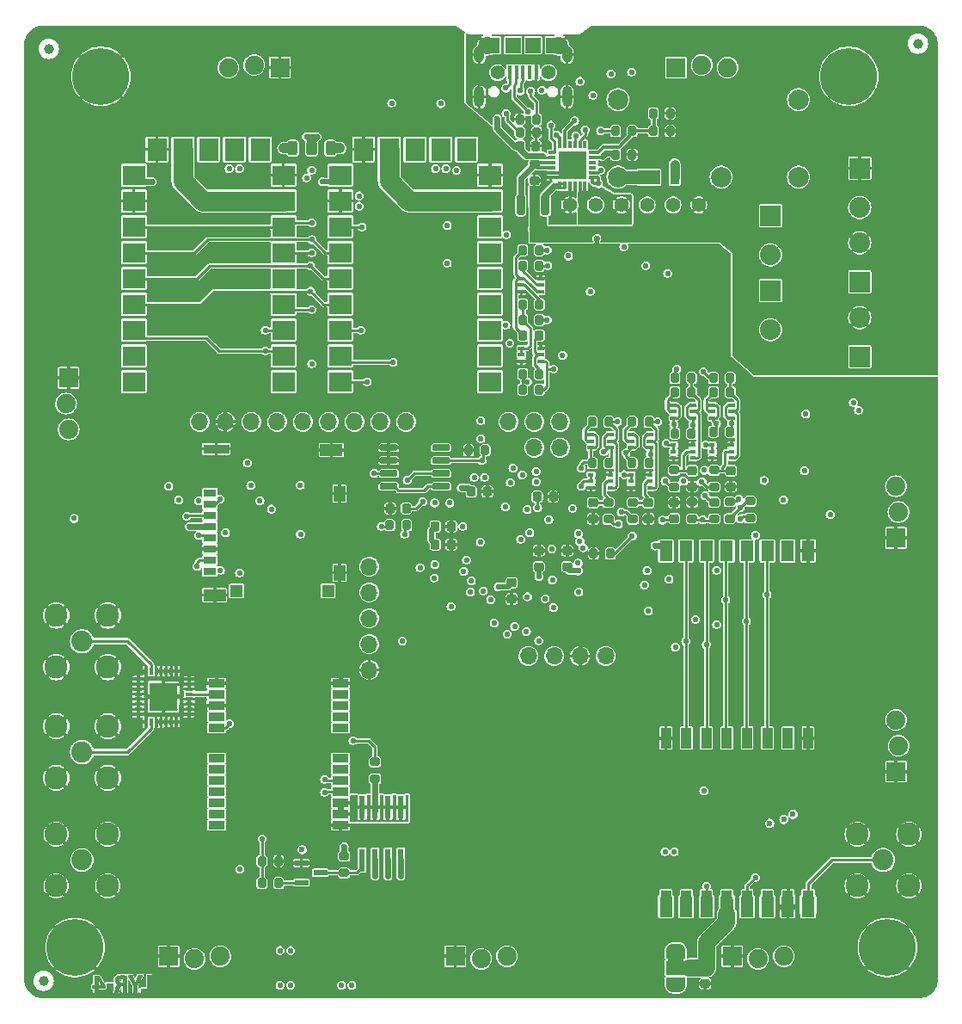
<source format=gbr>
%TF.GenerationSoftware,KiCad,Pcbnew,7.0.9*%
%TF.CreationDate,2024-01-23T11:42:20+00:00*%
%TF.ProjectId,mainboard,6d61696e-626f-4617-9264-2e6b69636164,rev?*%
%TF.SameCoordinates,Original*%
%TF.FileFunction,Copper,L4,Bot*%
%TF.FilePolarity,Positive*%
%FSLAX46Y46*%
G04 Gerber Fmt 4.6, Leading zero omitted, Abs format (unit mm)*
G04 Created by KiCad (PCBNEW 7.0.9) date 2024-01-23 11:42:20*
%MOMM*%
%LPD*%
G01*
G04 APERTURE LIST*
G04 Aperture macros list*
%AMRoundRect*
0 Rectangle with rounded corners*
0 $1 Rounding radius*
0 $2 $3 $4 $5 $6 $7 $8 $9 X,Y pos of 4 corners*
0 Add a 4 corners polygon primitive as box body*
4,1,4,$2,$3,$4,$5,$6,$7,$8,$9,$2,$3,0*
0 Add four circle primitives for the rounded corners*
1,1,$1+$1,$2,$3*
1,1,$1+$1,$4,$5*
1,1,$1+$1,$6,$7*
1,1,$1+$1,$8,$9*
0 Add four rect primitives between the rounded corners*
20,1,$1+$1,$2,$3,$4,$5,0*
20,1,$1+$1,$4,$5,$6,$7,0*
20,1,$1+$1,$6,$7,$8,$9,0*
20,1,$1+$1,$8,$9,$2,$3,0*%
%AMFreePoly0*
4,1,21,0.750000,-0.950000,0.000000,-0.950000,0.000000,-0.944896,-0.084376,-0.944896,-0.248223,-0.904511,-0.397645,-0.826089,-0.523958,-0.714186,-0.619819,-0.575306,-0.679659,-0.417521,-0.700000,-0.250000,-0.700000,0.250000,-0.679659,0.417521,-0.619819,0.575306,-0.523958,0.714186,-0.397645,0.826089,-0.248223,0.904511,-0.084376,0.944896,0.000000,0.944896,0.000000,0.950000,0.750000,0.950000,
0.750000,-0.950000,0.750000,-0.950000,$1*%
%AMFreePoly1*
4,1,21,0.000000,0.944896,0.084376,0.944896,0.248223,0.904511,0.397645,0.826089,0.523958,0.714186,0.619819,0.575306,0.679659,0.417521,0.700000,0.250000,0.700000,-0.250000,0.679659,-0.417521,0.619819,-0.575306,0.523958,-0.714186,0.397645,-0.826089,0.248223,-0.904511,0.084376,-0.944896,0.000000,-0.944896,0.000000,-0.950000,-0.750000,-0.950000,-0.750000,0.950000,0.000000,0.950000,
0.000000,0.944896,0.000000,0.944896,$1*%
G04 Aperture macros list end*
%TA.AperFunction,EtchedComponent*%
%ADD10C,0.010000*%
%TD*%
%TA.AperFunction,SMDPad,CuDef*%
%ADD11R,1.625600X0.812800*%
%TD*%
%TA.AperFunction,SMDPad,CuDef*%
%ADD12R,0.762000X0.304800*%
%TD*%
%TA.AperFunction,SMDPad,CuDef*%
%ADD13R,0.304800X0.762000*%
%TD*%
%TA.AperFunction,SMDPad,CuDef*%
%ADD14R,2.794000X2.794000*%
%TD*%
%TA.AperFunction,SMDPad,CuDef*%
%ADD15RoundRect,0.200000X-0.275000X0.200000X-0.275000X-0.200000X0.275000X-0.200000X0.275000X0.200000X0*%
%TD*%
%TA.AperFunction,SMDPad,CuDef*%
%ADD16RoundRect,0.200000X-0.200000X-0.275000X0.200000X-0.275000X0.200000X0.275000X-0.200000X0.275000X0*%
%TD*%
%TA.AperFunction,SMDPad,CuDef*%
%ADD17RoundRect,0.200000X0.200000X0.275000X-0.200000X0.275000X-0.200000X-0.275000X0.200000X-0.275000X0*%
%TD*%
%TA.AperFunction,SMDPad,CuDef*%
%ADD18RoundRect,0.200000X0.275000X-0.200000X0.275000X0.200000X-0.275000X0.200000X-0.275000X-0.200000X0*%
%TD*%
%TA.AperFunction,SMDPad,CuDef*%
%ADD19R,1.500000X1.550000*%
%TD*%
%TA.AperFunction,ComponentPad*%
%ADD20C,1.800000*%
%TD*%
%TA.AperFunction,ComponentPad*%
%ADD21C,1.408000*%
%TD*%
%TA.AperFunction,SMDPad,CuDef*%
%ADD22R,0.450000X1.350000*%
%TD*%
%TA.AperFunction,SMDPad,CuDef*%
%ADD23R,0.900000X1.400000*%
%TD*%
%TA.AperFunction,SMDPad,CuDef*%
%ADD24R,2.200000X1.400000*%
%TD*%
%TA.AperFunction,ComponentPad*%
%ADD25R,1.879600X1.879600*%
%TD*%
%TA.AperFunction,ComponentPad*%
%ADD26C,1.879600*%
%TD*%
%TA.AperFunction,ComponentPad*%
%ADD27R,2.032000X2.032000*%
%TD*%
%TA.AperFunction,ComponentPad*%
%ADD28C,2.032000*%
%TD*%
%TA.AperFunction,ComponentPad*%
%ADD29O,1.700000X1.700000*%
%TD*%
%TA.AperFunction,ComponentPad*%
%ADD30C,5.600000*%
%TD*%
%TA.AperFunction,ComponentPad*%
%ADD31O,1.000000X2.100000*%
%TD*%
%TA.AperFunction,ComponentPad*%
%ADD32O,1.000000X1.600000*%
%TD*%
%TA.AperFunction,ComponentPad*%
%ADD33C,2.006600*%
%TD*%
%TA.AperFunction,ComponentPad*%
%ADD34C,2.050000*%
%TD*%
%TA.AperFunction,ComponentPad*%
%ADD35C,2.250000*%
%TD*%
%TA.AperFunction,SMDPad,CuDef*%
%ADD36RoundRect,0.218750X-0.218750X-0.256250X0.218750X-0.256250X0.218750X0.256250X-0.218750X0.256250X0*%
%TD*%
%TA.AperFunction,SMDPad,CuDef*%
%ADD37RoundRect,0.218750X0.256250X-0.218750X0.256250X0.218750X-0.256250X0.218750X-0.256250X-0.218750X0*%
%TD*%
%TA.AperFunction,SMDPad,CuDef*%
%ADD38R,0.609600X2.209800*%
%TD*%
%TA.AperFunction,SMDPad,CuDef*%
%ADD39R,1.320800X0.558800*%
%TD*%
%TA.AperFunction,SMDPad,CuDef*%
%ADD40R,2.286000X1.981200*%
%TD*%
%TA.AperFunction,SMDPad,CuDef*%
%ADD41R,1.981200X2.286000*%
%TD*%
%TA.AperFunction,SMDPad,CuDef*%
%ADD42R,1.240000X0.800000*%
%TD*%
%TA.AperFunction,SMDPad,CuDef*%
%ADD43R,1.200000X1.160000*%
%TD*%
%TA.AperFunction,SMDPad,CuDef*%
%ADD44R,2.500000X0.950000*%
%TD*%
%TA.AperFunction,SMDPad,CuDef*%
%ADD45R,2.200000X1.150000*%
%TD*%
%TA.AperFunction,SMDPad,CuDef*%
%ADD46R,1.150000X1.500000*%
%TD*%
%TA.AperFunction,SMDPad,CuDef*%
%ADD47R,1.250000X1.160000*%
%TD*%
%TA.AperFunction,SMDPad,CuDef*%
%ADD48RoundRect,0.218750X-0.256250X0.218750X-0.256250X-0.218750X0.256250X-0.218750X0.256250X0.218750X0*%
%TD*%
%TA.AperFunction,SMDPad,CuDef*%
%ADD49RoundRect,0.218750X0.218750X0.256250X-0.218750X0.256250X-0.218750X-0.256250X0.218750X-0.256250X0*%
%TD*%
%TA.AperFunction,SMDPad,CuDef*%
%ADD50RoundRect,0.150000X-0.725000X-0.150000X0.725000X-0.150000X0.725000X0.150000X-0.725000X0.150000X0*%
%TD*%
%TA.AperFunction,SMDPad,CuDef*%
%ADD51C,1.000000*%
%TD*%
%TA.AperFunction,SMDPad,CuDef*%
%ADD52R,1.300000X2.000000*%
%TD*%
%TA.AperFunction,SMDPad,CuDef*%
%ADD53R,4.800001X5.699999*%
%TD*%
%TA.AperFunction,SMDPad,CuDef*%
%ADD54R,0.300000X0.800000*%
%TD*%
%TA.AperFunction,SMDPad,CuDef*%
%ADD55R,0.800000X0.300000*%
%TD*%
%TA.AperFunction,SMDPad,CuDef*%
%ADD56R,2.800000X2.800000*%
%TD*%
%TA.AperFunction,SMDPad,CuDef*%
%ADD57RoundRect,0.177600X-0.222400X-0.822400X0.222400X-0.822400X0.222400X0.822400X-0.222400X0.822400X0*%
%TD*%
%TA.AperFunction,SMDPad,CuDef*%
%ADD58R,0.600000X0.400000*%
%TD*%
%TA.AperFunction,SMDPad,CuDef*%
%ADD59R,0.650000X0.400000*%
%TD*%
%TA.AperFunction,SMDPad,CuDef*%
%ADD60RoundRect,0.243750X-0.243750X-0.456250X0.243750X-0.456250X0.243750X0.456250X-0.243750X0.456250X0*%
%TD*%
%TA.AperFunction,ComponentPad*%
%ADD61C,1.400000*%
%TD*%
%TA.AperFunction,SMDPad,CuDef*%
%ADD62R,1.000000X2.000000*%
%TD*%
%TA.AperFunction,SMDPad,CuDef*%
%ADD63FreePoly0,270.000000*%
%TD*%
%TA.AperFunction,SMDPad,CuDef*%
%ADD64R,1.900000X1.400000*%
%TD*%
%TA.AperFunction,SMDPad,CuDef*%
%ADD65FreePoly1,270.000000*%
%TD*%
%TA.AperFunction,ViaPad*%
%ADD66C,0.584200*%
%TD*%
%TA.AperFunction,ViaPad*%
%ADD67C,0.600000*%
%TD*%
%TA.AperFunction,Conductor*%
%ADD68C,0.279400*%
%TD*%
%TA.AperFunction,Conductor*%
%ADD69C,0.271781*%
%TD*%
%TA.AperFunction,Conductor*%
%ADD70C,0.406400*%
%TD*%
%TA.AperFunction,Conductor*%
%ADD71C,0.271780*%
%TD*%
%TA.AperFunction,Conductor*%
%ADD72C,0.234950*%
%TD*%
%TA.AperFunction,Conductor*%
%ADD73C,0.508000*%
%TD*%
%TA.AperFunction,Conductor*%
%ADD74C,0.609600*%
%TD*%
%TA.AperFunction,Conductor*%
%ADD75C,0.975000*%
%TD*%
%TA.AperFunction,Conductor*%
%ADD76C,0.304800*%
%TD*%
%TA.AperFunction,Conductor*%
%ADD77C,1.270000*%
%TD*%
%TA.AperFunction,Conductor*%
%ADD78C,0.300000*%
%TD*%
%TA.AperFunction,Conductor*%
%ADD79C,0.293370*%
%TD*%
%TA.AperFunction,Conductor*%
%ADD80C,0.889000*%
%TD*%
%TA.AperFunction,Conductor*%
%ADD81C,0.228600*%
%TD*%
%TA.AperFunction,Conductor*%
%ADD82C,0.250000*%
%TD*%
%TA.AperFunction,Conductor*%
%ADD83C,1.651000*%
%TD*%
%TA.AperFunction,Conductor*%
%ADD84C,1.981200*%
%TD*%
G04 APERTURE END LIST*
%TO.C,REF\u002A\u002A*%
D10*
X8801100Y1231900D02*
X8166100Y1231900D01*
X8166100Y1536700D01*
X8801100Y1536700D01*
X8801100Y1231900D01*
%TA.AperFunction,EtchedComponent*%
G36*
X8801100Y1231900D02*
G01*
X8166100Y1231900D01*
X8166100Y1536700D01*
X8801100Y1536700D01*
X8801100Y1231900D01*
G37*
%TD.AperFunction*%
X12585700Y723900D02*
X11569700Y723900D01*
X11569700Y1028700D01*
X12217400Y1028700D01*
X12217400Y2349500D01*
X12585700Y2349500D01*
X12585700Y723900D01*
%TA.AperFunction,EtchedComponent*%
G36*
X12585700Y723900D02*
G01*
X11569700Y723900D01*
X11569700Y1028700D01*
X12217400Y1028700D01*
X12217400Y2349500D01*
X12585700Y2349500D01*
X12585700Y723900D01*
G37*
%TD.AperFunction*%
X7423150Y2285684D02*
X7718425Y1809184D01*
X8013700Y1332685D01*
X8013700Y1105309D01*
X7667625Y1101930D01*
X7321550Y1098550D01*
X7314520Y723900D01*
X6972300Y723900D01*
X6972300Y1104900D01*
X6781800Y1104900D01*
X6781800Y1371600D01*
X6972300Y1371600D01*
X6972300Y1839708D01*
X7311507Y1839708D01*
X7311806Y1760005D01*
X7312450Y1689110D01*
X7316050Y1371600D01*
X7673308Y1371600D01*
X7648528Y1412875D01*
X7633154Y1438338D01*
X7607647Y1480425D01*
X7575082Y1534068D01*
X7538536Y1594196D01*
X7523296Y1619250D01*
X7482432Y1688404D01*
X7441509Y1761107D01*
X7404795Y1829564D01*
X7376557Y1885977D01*
X7372197Y1895359D01*
X7349878Y1942938D01*
X7331168Y1980349D01*
X7318646Y2002558D01*
X7315200Y2006493D01*
X7313602Y1994397D01*
X7312434Y1960302D01*
X7311726Y1907606D01*
X7311507Y1839708D01*
X6972300Y1839708D01*
X6972300Y2286000D01*
X7423150Y2285684D01*
%TA.AperFunction,EtchedComponent*%
G36*
X7423150Y2285684D02*
G01*
X7718425Y1809184D01*
X8013700Y1332685D01*
X8013700Y1105309D01*
X7667625Y1101930D01*
X7321550Y1098550D01*
X7314520Y723900D01*
X6972300Y723900D01*
X6972300Y1104900D01*
X6781800Y1104900D01*
X6781800Y1371600D01*
X6972300Y1371600D01*
X6972300Y1839708D01*
X7311507Y1839708D01*
X7311806Y1760005D01*
X7312450Y1689110D01*
X7316050Y1371600D01*
X7673308Y1371600D01*
X7648528Y1412875D01*
X7633154Y1438338D01*
X7607647Y1480425D01*
X7575082Y1534068D01*
X7538536Y1594196D01*
X7523296Y1619250D01*
X7482432Y1688404D01*
X7441509Y1761107D01*
X7404795Y1829564D01*
X7376557Y1885977D01*
X7372197Y1895359D01*
X7349878Y1942938D01*
X7331168Y1980349D01*
X7318646Y2002558D01*
X7315200Y2006493D01*
X7313602Y1994397D01*
X7312434Y1960302D01*
X7311726Y1907606D01*
X7311507Y1839708D01*
X6972300Y1839708D01*
X6972300Y2286000D01*
X7423150Y2285684D01*
G37*
%TD.AperFunction*%
X10504519Y2346643D02*
X10710571Y2343150D01*
X10766675Y2209800D01*
X10791080Y2151331D01*
X10821886Y2076840D01*
X10855991Y1993860D01*
X10890295Y1909927D01*
X10909343Y1863084D01*
X10937155Y1795950D01*
X10961993Y1738668D01*
X10982257Y1694712D01*
X10996349Y1667557D01*
X11002596Y1660539D01*
X11010586Y1677533D01*
X11024298Y1710228D01*
X11036426Y1740555D01*
X11049353Y1772548D01*
X11070373Y1823442D01*
X11097622Y1888773D01*
X11129234Y1964075D01*
X11163344Y2044883D01*
X11178066Y2079625D01*
X11292564Y2349500D01*
X11494632Y2349500D01*
X11579626Y2348685D01*
X11642260Y2346280D01*
X11681564Y2342349D01*
X11696572Y2336954D01*
X11696700Y2336335D01*
X11690884Y2322642D01*
X11674277Y2289006D01*
X11648136Y2237842D01*
X11613720Y2171568D01*
X11572286Y2092599D01*
X11525093Y2003353D01*
X11473399Y1906245D01*
X11449050Y1860712D01*
X11201400Y1398253D01*
X11201400Y723900D01*
X10833100Y723900D01*
X10833100Y1398806D01*
X10580995Y1845578D01*
X10525524Y1943929D01*
X10473527Y2036210D01*
X10426428Y2119888D01*
X10385651Y2192428D01*
X10352621Y2251296D01*
X10328761Y2293958D01*
X10315495Y2317880D01*
X10313678Y2321243D01*
X10298466Y2350136D01*
X10504519Y2346643D01*
%TA.AperFunction,EtchedComponent*%
G36*
X10504519Y2346643D02*
G01*
X10710571Y2343150D01*
X10766675Y2209800D01*
X10791080Y2151331D01*
X10821886Y2076840D01*
X10855991Y1993860D01*
X10890295Y1909927D01*
X10909343Y1863084D01*
X10937155Y1795950D01*
X10961993Y1738668D01*
X10982257Y1694712D01*
X10996349Y1667557D01*
X11002596Y1660539D01*
X11010586Y1677533D01*
X11024298Y1710228D01*
X11036426Y1740555D01*
X11049353Y1772548D01*
X11070373Y1823442D01*
X11097622Y1888773D01*
X11129234Y1964075D01*
X11163344Y2044883D01*
X11178066Y2079625D01*
X11292564Y2349500D01*
X11494632Y2349500D01*
X11579626Y2348685D01*
X11642260Y2346280D01*
X11681564Y2342349D01*
X11696572Y2336954D01*
X11696700Y2336335D01*
X11690884Y2322642D01*
X11674277Y2289006D01*
X11648136Y2237842D01*
X11613720Y2171568D01*
X11572286Y2092599D01*
X11525093Y2003353D01*
X11473399Y1906245D01*
X11449050Y1860712D01*
X11201400Y1398253D01*
X11201400Y723900D01*
X10833100Y723900D01*
X10833100Y1398806D01*
X10580995Y1845578D01*
X10525524Y1943929D01*
X10473527Y2036210D01*
X10426428Y2119888D01*
X10385651Y2192428D01*
X10352621Y2251296D01*
X10328761Y2293958D01*
X10315495Y2317880D01*
X10313678Y2321243D01*
X10298466Y2350136D01*
X10504519Y2346643D01*
G37*
%TD.AperFunction*%
X9753072Y2352173D02*
X9842724Y2349898D01*
X9930406Y2346207D01*
X10010002Y2341297D01*
X10075398Y2335366D01*
X10114526Y2329805D01*
X10160000Y2321274D01*
X10160000Y723900D01*
X9804400Y723900D01*
X9804400Y1358900D01*
X9707894Y1358900D01*
X9637537Y1355456D01*
X9581529Y1343219D01*
X9537027Y1319339D01*
X9501190Y1280962D01*
X9471175Y1225237D01*
X9444140Y1149311D01*
X9422969Y1072973D01*
X9404131Y1001993D01*
X9383643Y928556D01*
X9364279Y862429D01*
X9351780Y822325D01*
X9319714Y723900D01*
X8941428Y723900D01*
X8954802Y758825D01*
X8962401Y782012D01*
X8975338Y825082D01*
X8992270Y883413D01*
X9011855Y952383D01*
X9031138Y1021536D01*
X9052729Y1097932D01*
X9073834Y1169524D01*
X9092887Y1231220D01*
X9108319Y1277927D01*
X9117619Y1302491D01*
X9141444Y1345358D01*
X9173929Y1389975D01*
X9209392Y1429738D01*
X9242154Y1458044D01*
X9259287Y1467164D01*
X9278931Y1476488D01*
X9279373Y1487972D01*
X9259065Y1504240D01*
X9226531Y1522622D01*
X9162739Y1566962D01*
X9102349Y1627556D01*
X9053469Y1695699D01*
X9038093Y1724969D01*
X9019177Y1786722D01*
X9010349Y1860578D01*
X9372600Y1860578D01*
X9374627Y1811487D01*
X9382868Y1776293D01*
X9400558Y1743669D01*
X9409758Y1730516D01*
X9433021Y1702541D01*
X9460079Y1680899D01*
X9497130Y1661982D01*
X9550372Y1642176D01*
X9575800Y1633775D01*
X9596874Y1630780D01*
X9635906Y1628308D01*
X9685453Y1626792D01*
X9699625Y1626603D01*
X9804400Y1625600D01*
X9804400Y2069617D01*
X9772058Y2077734D01*
X9728517Y2083338D01*
X9671287Y2083606D01*
X9608535Y2079304D01*
X9548427Y2071197D01*
X9499129Y2060051D01*
X9473435Y2049741D01*
X9420084Y2007587D01*
X9387342Y1953914D01*
X9373392Y1885317D01*
X9372600Y1860578D01*
X9010349Y1860578D01*
X9010125Y1862452D01*
X9010908Y1942744D01*
X9021492Y2018183D01*
X9039251Y2073879D01*
X9085792Y2154722D01*
X9146062Y2220211D01*
X9222071Y2271462D01*
X9315828Y2309593D01*
X9429344Y2335720D01*
X9533434Y2348531D01*
X9592313Y2351687D01*
X9667563Y2352835D01*
X9753072Y2352173D01*
%TA.AperFunction,EtchedComponent*%
G36*
X9753072Y2352173D02*
G01*
X9842724Y2349898D01*
X9930406Y2346207D01*
X10010002Y2341297D01*
X10075398Y2335366D01*
X10114526Y2329805D01*
X10160000Y2321274D01*
X10160000Y723900D01*
X9804400Y723900D01*
X9804400Y1358900D01*
X9707894Y1358900D01*
X9637537Y1355456D01*
X9581529Y1343219D01*
X9537027Y1319339D01*
X9501190Y1280962D01*
X9471175Y1225237D01*
X9444140Y1149311D01*
X9422969Y1072973D01*
X9404131Y1001993D01*
X9383643Y928556D01*
X9364279Y862429D01*
X9351780Y822325D01*
X9319714Y723900D01*
X8941428Y723900D01*
X8954802Y758825D01*
X8962401Y782012D01*
X8975338Y825082D01*
X8992270Y883413D01*
X9011855Y952383D01*
X9031138Y1021536D01*
X9052729Y1097932D01*
X9073834Y1169524D01*
X9092887Y1231220D01*
X9108319Y1277927D01*
X9117619Y1302491D01*
X9141444Y1345358D01*
X9173929Y1389975D01*
X9209392Y1429738D01*
X9242154Y1458044D01*
X9259287Y1467164D01*
X9278931Y1476488D01*
X9279373Y1487972D01*
X9259065Y1504240D01*
X9226531Y1522622D01*
X9162739Y1566962D01*
X9102349Y1627556D01*
X9053469Y1695699D01*
X9038093Y1724969D01*
X9019177Y1786722D01*
X9010349Y1860578D01*
X9372600Y1860578D01*
X9374627Y1811487D01*
X9382868Y1776293D01*
X9400558Y1743669D01*
X9409758Y1730516D01*
X9433021Y1702541D01*
X9460079Y1680899D01*
X9497130Y1661982D01*
X9550372Y1642176D01*
X9575800Y1633775D01*
X9596874Y1630780D01*
X9635906Y1628308D01*
X9685453Y1626792D01*
X9699625Y1626603D01*
X9804400Y1625600D01*
X9804400Y2069617D01*
X9772058Y2077734D01*
X9728517Y2083338D01*
X9671287Y2083606D01*
X9608535Y2079304D01*
X9548427Y2071197D01*
X9499129Y2060051D01*
X9473435Y2049741D01*
X9420084Y2007587D01*
X9387342Y1953914D01*
X9373392Y1885317D01*
X9372600Y1860578D01*
X9010349Y1860578D01*
X9010125Y1862452D01*
X9010908Y1942744D01*
X9021492Y2018183D01*
X9039251Y2073879D01*
X9085792Y2154722D01*
X9146062Y2220211D01*
X9222071Y2271462D01*
X9315828Y2309593D01*
X9429344Y2335720D01*
X9533434Y2348531D01*
X9592313Y2351687D01*
X9667563Y2352835D01*
X9753072Y2352173D01*
G37*
%TD.AperFunction*%
%TA.AperFunction,EtchedComponent*%
%TO.C,JP7*%
G36*
X65027420Y3686100D02*
G01*
X63503420Y3686100D01*
X63503420Y4186100D01*
X65027420Y4186100D01*
X65027420Y3686100D01*
G37*
%TD.AperFunction*%
%TD*%
D11*
%TO.P,U14,8*%
%TO.N,Net-(R24-Pad1)*%
X19034462Y26701557D03*
%TO.P,U14,11*%
%TO.N,/RF and GPS/RF_IN*%
X19034462Y30001557D03*
%TO.P,U14,10*%
%TO.N,GND*%
X19034462Y28901557D03*
%TO.P,U14,9*%
%TO.N,Net-(U14-Pad9)*%
X19034462Y27801557D03*
%TO.P,U14,7*%
%TO.N,Net-(U14-Pad7)*%
X19034462Y23701557D03*
%TO.P,U14,2*%
%TO.N,Net-(U14-Pad2)*%
X19034462Y18201557D03*
%TO.P,U14,4*%
%TO.N,Net-(U14-Pad4)*%
X19034462Y20401557D03*
%TO.P,U14,5*%
%TO.N,Net-(U14-Pad5)*%
X19034462Y21501557D03*
%TO.P,U14,6*%
%TO.N,Net-(U14-Pad6)*%
X19034462Y22601557D03*
%TO.P,U14,12*%
%TO.N,GND*%
X19034462Y31101557D03*
%TO.P,U14,3*%
%TO.N,Net-(U14-Pad3)*%
X19034462Y19301557D03*
%TO.P,U14,1*%
%TO.N,Net-(U14-Pad1)*%
X19034462Y17101557D03*
%TO.P,U14,24*%
%TO.N,GND*%
X31234462Y17101557D03*
%TO.P,U14,20*%
%TO.N,RX*%
X31234462Y21501557D03*
%TO.P,U14,21*%
%TO.N,TX*%
X31234462Y20401557D03*
%TO.P,U14,22*%
%TO.N,GPS_PWR_IN*%
X31234462Y19301557D03*
%TO.P,U14,23*%
X31234462Y18201557D03*
%TO.P,U14,18*%
%TO.N,Net-(U14-Pad18)*%
X31234462Y23701557D03*
%TO.P,U14,17*%
%TO.N,Net-(U14-Pad17)*%
X31234462Y26701557D03*
%TO.P,U14,13*%
%TO.N,GND*%
X31234462Y31101557D03*
%TO.P,U14,14*%
%TO.N,Net-(U14-Pad14)*%
X31234462Y30001557D03*
%TO.P,U14,15*%
%TO.N,Net-(U14-Pad15)*%
X31234462Y28901557D03*
%TO.P,U14,16*%
%TO.N,Net-(U14-Pad16)*%
X31234462Y27801557D03*
%TO.P,U14,19*%
%TO.N,Net-(U14-Pad19)*%
X31234462Y22601557D03*
%TD*%
D12*
%TO.P,U13,1*%
%TO.N,GND*%
X16325778Y31519950D03*
%TO.P,U13,2*%
X16325778Y31019950D03*
%TO.P,U13,3*%
X16325778Y30519950D03*
%TO.P,U13,4*%
%TO.N,/RF and GPS/RF_IN*%
X16325778Y30019950D03*
%TO.P,U13,5*%
%TO.N,GND*%
X16325778Y29519950D03*
%TO.P,U13,6*%
X16325778Y29019950D03*
%TO.P,U13,7*%
X16325778Y28519950D03*
%TO.P,U13,8*%
X16325778Y28019950D03*
D13*
%TO.P,U13,9*%
X15575778Y27269950D03*
%TO.P,U13,10*%
X15075778Y27269950D03*
%TO.P,U13,11*%
X14575778Y27269950D03*
%TO.P,U13,12*%
X14075778Y27269950D03*
%TO.P,U13,13*%
X13575778Y27269950D03*
%TO.P,U13,14*%
X13075778Y27269950D03*
%TO.P,U13,15*%
%TO.N,Net-(J5-Pad1)*%
X12575778Y27269950D03*
%TO.P,U13,16*%
%TO.N,GND*%
X12075778Y27269950D03*
D12*
%TO.P,U13,17*%
X11325778Y28019950D03*
%TO.P,U13,18*%
X11325778Y28519950D03*
%TO.P,U13,19*%
X11325778Y29019950D03*
%TO.P,U13,20*%
X11325778Y29519950D03*
%TO.P,U13,21*%
X11325778Y30019950D03*
%TO.P,U13,22*%
X11325778Y30519950D03*
%TO.P,U13,23*%
X11325778Y31019950D03*
%TO.P,U13,24*%
X11325778Y31519950D03*
D13*
%TO.P,U13,25*%
X12075778Y32269950D03*
%TO.P,U13,26*%
%TO.N,Net-(J6-Pad1)*%
X12575778Y32269950D03*
%TO.P,U13,27*%
%TO.N,GND*%
X13075778Y32269950D03*
%TO.P,U13,28*%
X13575778Y32269950D03*
%TO.P,U13,29*%
X14075778Y32269950D03*
%TO.P,U13,30*%
X14575778Y32269950D03*
%TO.P,U13,31*%
X15075778Y32269950D03*
%TO.P,U13,32*%
X15575778Y32269950D03*
D14*
%TO.P,U13,EP*%
X13825778Y29769950D03*
%TD*%
D15*
%TO.P,R2,2*%
%TO.N,/Avionics/BATTERY*%
X65874900Y47259904D03*
%TO.P,R2,1*%
%TO.N,GND*%
X65874900Y48909904D03*
%TD*%
D16*
%TO.P,R22,2*%
%TO.N,Net-(Q1-Pad1)*%
X25142000Y11420004D03*
%TO.P,R22,1*%
%TO.N,ENAB_GPS*%
X23492000Y11420004D03*
%TD*%
%TO.P,R21,2*%
%TO.N,GND*%
X25142000Y13579004D03*
%TO.P,R21,1*%
%TO.N,ENAB_GPS*%
X23492000Y13579004D03*
%TD*%
D15*
%TO.P,R23,2*%
%TO.N,Net-(Q1-Pad3)*%
X31584900Y12421100D03*
%TO.P,R23,1*%
%TO.N,3.3V*%
X31584900Y14071100D03*
%TD*%
D16*
%TO.P,R7,2*%
%TO.N,WDT_WDI*%
X45490900Y54013100D03*
%TO.P,R7,1*%
%TO.N,GND*%
X43840900Y54013100D03*
%TD*%
%TO.P,R40,2*%
%TO.N,USB_CC1*%
X50545500Y86575900D03*
%TO.P,R40,1*%
%TO.N,GNDREF*%
X48895500Y86575900D03*
%TD*%
D17*
%TO.P,R36,2*%
%TO.N,Net-(R36-Pad2)*%
X58318900Y83096100D03*
%TO.P,R36,1*%
%TO.N,GNDREF*%
X59968900Y83096100D03*
%TD*%
%TO.P,R35,2*%
%TO.N,THM*%
X62052700Y85432900D03*
%TO.P,R35,1*%
%TO.N,GNDREF*%
X63702700Y85432900D03*
%TD*%
D16*
%TO.P,R34,2*%
%TO.N,THM*%
X59968900Y85432900D03*
%TO.P,R34,1*%
%TO.N,VBUS_IN*%
X58318900Y85432900D03*
%TD*%
D17*
%TO.P,R39,2*%
%TO.N,USB_CC2*%
X48895500Y85280500D03*
%TO.P,R39,1*%
%TO.N,GNDREF*%
X50545500Y85280500D03*
%TD*%
%TO.P,R41,2*%
%TO.N,GND*%
X56159900Y43857100D03*
%TO.P,R41,1*%
%TO.N,Net-(R41-Pad1)*%
X57809900Y43857100D03*
%TD*%
%TO.P,R46,2*%
%TO.N,THM*%
X62052700Y87160100D03*
%TO.P,R46,1*%
%TO.N,GNDREF*%
X63702700Y87160100D03*
%TD*%
D16*
%TO.P,R29,2*%
%TO.N,/Power/3V3_EN*%
X50824900Y59982100D03*
%TO.P,R29,1*%
%TO.N,VBATT*%
X49174900Y59982100D03*
%TD*%
D17*
%TO.P,R30,2*%
%TO.N,Net-(Q2-Pad2)*%
X49174900Y66840100D03*
%TO.P,R30,1*%
%TO.N,VBATT*%
X50824900Y66840100D03*
%TD*%
%TO.P,R49,2*%
%TO.N,Net-(C6-Pad1)*%
X49174900Y73698100D03*
%TO.P,R49,1*%
%TO.N,VBATT*%
X50824900Y73698100D03*
%TD*%
D16*
%TO.P,R52,2*%
%TO.N,VBUS_RESET*%
X50824900Y72174100D03*
%TO.P,R52,1*%
%TO.N,Net-(Q3-Pad5)*%
X49174900Y72174100D03*
%TD*%
%TO.P,R72,2*%
%TO.N,Net-(Q13-Pad6)*%
X57682900Y56807100D03*
%TO.P,R72,1*%
%TO.N,Net-(Q8-Pad2)*%
X56032900Y56807100D03*
%TD*%
D18*
%TO.P,R75,2*%
%TO.N,Net-(C8-Pad1)*%
X60032900Y48869100D03*
%TO.P,R75,1*%
%TO.N,SCL_IMU*%
X60032900Y47219100D03*
%TD*%
D16*
%TO.P,R82,2*%
%TO.N,Net-(Q15-Pad5)*%
X65810900Y61125100D03*
%TO.P,R82,1*%
%TO.N,3.3V*%
X64160900Y61125100D03*
%TD*%
%TO.P,R83,2*%
%TO.N,Net-(Q16-Pad5)*%
X69620900Y61125100D03*
%TO.P,R83,1*%
%TO.N,3.3V*%
X67970900Y61125100D03*
%TD*%
%TO.P,R86,2*%
%TO.N,Net-(Q15-Pad5)*%
X65810900Y59728100D03*
%TO.P,R86,1*%
%TO.N,Net-(Q15-Pad2)*%
X64160900Y59728100D03*
%TD*%
%TO.P,R87,2*%
%TO.N,Net-(Q16-Pad5)*%
X69620900Y59728100D03*
%TO.P,R87,1*%
%TO.N,Net-(Q16-Pad2)*%
X67970900Y59728100D03*
%TD*%
D18*
%TO.P,R96,2*%
%TO.N,Net-(C42-Pad1)*%
X68033900Y52044100D03*
%TO.P,R96,1*%
%TO.N,SDA_PWR*%
X68033900Y50394100D03*
%TD*%
D17*
%TO.P,R97,2*%
%TO.N,SCL*%
X59969900Y52743100D03*
%TO.P,R97,1*%
%TO.N,SCL_IMU*%
X61619900Y52743100D03*
%TD*%
%TO.P,R108,2*%
%TO.N,SCL*%
X64160900Y55664100D03*
%TO.P,R108,1*%
%TO.N,SCL_PWR*%
X65810900Y55664100D03*
%TD*%
%TO.P,R109,2*%
%TO.N,SDA*%
X67970900Y55816500D03*
%TO.P,R109,1*%
%TO.N,SDA_PWR*%
X69620900Y55816500D03*
%TD*%
D18*
%TO.P,R76,2*%
%TO.N,Net-(C40-Pad1)*%
X57619900Y48869100D03*
%TO.P,R76,1*%
%TO.N,SDA_IMU*%
X57619900Y47219100D03*
%TD*%
D16*
%TO.P,R71,2*%
%TO.N,Net-(Q12-Pad6)*%
X61619900Y56807100D03*
%TO.P,R71,1*%
%TO.N,Net-(Q7-Pad2)*%
X59969900Y56807100D03*
%TD*%
D18*
%TO.P,R95,2*%
%TO.N,Net-(C41-Pad1)*%
X64096900Y52044100D03*
%TO.P,R95,1*%
%TO.N,SCL_PWR*%
X64096900Y50394100D03*
%TD*%
D15*
%TO.P,R1,2*%
%TO.N,/Avionics/BATTERY*%
X68033900Y47257200D03*
%TO.P,R1,1*%
%TO.N,VBATT*%
X68033900Y48907200D03*
%TD*%
%TO.P,R19,2*%
%TO.N,Net-(R16-Pad2)*%
X69557900Y47282600D03*
%TO.P,R19,1*%
%TO.N,VBATT*%
X69557900Y48932600D03*
%TD*%
D18*
%TO.P,R16,2*%
%TO.N,Net-(R16-Pad2)*%
X71589900Y48996100D03*
%TO.P,R16,1*%
%TO.N,Net-(R16-Pad1)*%
X71589900Y47346100D03*
%TD*%
D17*
%TO.P,R110,2*%
%TO.N,Net-(Q2-Pad2)*%
X49174900Y68364100D03*
%TO.P,R110,1*%
%TO.N,Net-(Q3-Pad2)*%
X50824900Y68364100D03*
%TD*%
D16*
%TO.P,R47,2*%
%TO.N,Net-(C6-Pad2)*%
X50824900Y61506100D03*
%TO.P,R47,1*%
%TO.N,VBATT*%
X49174900Y61506100D03*
%TD*%
D17*
%TO.P,R98,2*%
%TO.N,SDA*%
X56032900Y52743100D03*
%TO.P,R98,1*%
%TO.N,SDA_IMU*%
X57682900Y52743100D03*
%TD*%
D16*
%TO.P,R51,2*%
%TO.N,3.3V*%
X37743900Y46647100D03*
%TO.P,R51,1*%
%TO.N,SD_CS*%
X36093900Y46647100D03*
%TD*%
D15*
%TO.P,R24,2*%
%TO.N,GPS_PWR_IN*%
X34632900Y21692100D03*
%TO.P,R24,1*%
%TO.N,Net-(R24-Pad1)*%
X34632900Y23342100D03*
%TD*%
D19*
%TO.P,J11,13*%
%TO.N,N/C*%
X52262500Y93865700D03*
%TO.P,J11,12*%
X46162500Y93865700D03*
%TO.P,J11,11*%
X50212500Y93865700D03*
%TO.P,J11,10*%
X48212500Y93865700D03*
D20*
%TO.P,J11,9*%
%TO.N,GNDREF*%
X52712500Y93865700D03*
%TO.P,J11,8*%
X45712500Y93865700D03*
D21*
%TO.P,J11,7*%
%TO.N,N/C*%
X51712500Y91165700D03*
%TO.P,J11,6*%
X46712500Y91165700D03*
D22*
%TO.P,J11,5*%
%TO.N,GNDREF*%
X50512500Y91190700D03*
%TO.P,J11,4*%
%TO.N,Net-(J11-Pad4)*%
X49862500Y91190700D03*
%TO.P,J11,3*%
%TO.N,USB_D+*%
X49212500Y91190700D03*
%TO.P,J11,2*%
%TO.N,USB_D-*%
X48562500Y91190700D03*
%TO.P,J11,1*%
%TO.N,VBUS_IN*%
X47912500Y91190700D03*
%TD*%
D23*
%TO.P,D4,A*%
%TO.N,Net-(D4-PadA)*%
X64149900Y80873600D03*
D24*
%TO.P,D4,C*%
%TO.N,VBATT*%
X61599900Y80873600D03*
%TD*%
D25*
%TO.P,JP11,1*%
%TO.N,GND*%
X4464000Y61140504D03*
D26*
%TO.P,JP11,2*%
%TO.N,VSOLAR*%
X4210000Y58600504D03*
%TO.P,JP11,3*%
%TO.N,/Burn Wires/VBURN1*%
X4464000Y56060504D03*
%TD*%
D25*
%TO.P,JP12,1*%
%TO.N,GND*%
X85933000Y45392504D03*
D26*
%TO.P,JP12,2*%
%TO.N,VSOLAR*%
X86187000Y47932504D03*
%TO.P,JP12,3*%
%TO.N,/Burn Wires/VBURN2*%
X85933000Y50472504D03*
%TD*%
D25*
%TO.P,JP13,1*%
%TO.N,GND*%
X14312900Y4229100D03*
D26*
%TO.P,JP13,2*%
%TO.N,VSOLAR*%
X16852900Y3975100D03*
%TO.P,JP13,3*%
%TO.N,Net-(JP13-Pad3)*%
X19392900Y4229100D03*
%TD*%
D25*
%TO.P,JP9,1*%
%TO.N,GND*%
X25269500Y91663004D03*
D26*
%TO.P,JP9,2*%
%TO.N,VSOLAR*%
X22729500Y91917004D03*
%TO.P,JP9,3*%
%TO.N,Net-(JP9-Pad3)*%
X20189500Y91663004D03*
%TD*%
D27*
%TO.P,J3,1*%
%TO.N,VCHRG*%
X82372000Y70557804D03*
D28*
%TO.P,J3,2*%
%TO.N,GNDREF*%
X82372000Y74413404D03*
%TD*%
D27*
%TO.P,J4,1*%
%TO.N,VCHRG*%
X82372000Y63202204D03*
D28*
%TO.P,J4,2*%
%TO.N,GNDREF*%
X82372000Y67057804D03*
%TD*%
D29*
%TO.P,J2,1*%
%TO.N,3.3V*%
X34048700Y42557700D03*
%TO.P,J2,2*%
%TO.N,SWDIO*%
X34048700Y40017700D03*
%TO.P,J2,3*%
%TO.N,SWCLK*%
X34048700Y37477700D03*
%TO.P,J2,4*%
%TO.N,~{RESET}*%
X34048700Y34937700D03*
%TO.P,J2,5*%
%TO.N,GND*%
X34048700Y32397700D03*
%TD*%
%TO.P,J8,1*%
%TO.N,3.3V*%
X17360900Y56807100D03*
%TO.P,J8,2*%
%TO.N,GND*%
X19900900Y56807100D03*
%TO.P,J8,3*%
%TO.N,MOSI*%
X22440900Y56807100D03*
%TO.P,J8,4*%
%TO.N,SCK*%
X24980900Y56807100D03*
%TO.P,J8,5*%
%TO.N,MISO*%
X27520900Y56807100D03*
%TO.P,J8,6*%
%TO.N,PB23*%
X30060900Y56807100D03*
%TO.P,J8,7*%
%TO.N,PB22*%
X32600900Y56807100D03*
%TO.P,J8,8*%
%TO.N,PA20*%
X35140900Y56807100D03*
%TO.P,J8,9*%
%TO.N,PA22*%
X37680900Y56807100D03*
%TD*%
D30*
%TO.P,H1,1*%
%TO.N,GND*%
X7630000Y90805000D03*
%TD*%
%TO.P,H2,1*%
%TO.N,GND*%
X5090000Y5080000D03*
%TD*%
%TO.P,H3,1*%
%TO.N,GND*%
X85090000Y5080000D03*
%TD*%
%TO.P,H4,1*%
%TO.N,GND*%
X81290000Y90805000D03*
%TD*%
D25*
%TO.P,JP15,1*%
%TO.N,GND*%
X85940900Y22390100D03*
D26*
%TO.P,JP15,2*%
%TO.N,VSOLAR*%
X86194900Y24930100D03*
%TO.P,JP15,3*%
%TO.N,Net-(JP15-Pad3)*%
X85940900Y27470100D03*
%TD*%
D25*
%TO.P,JP14,1*%
%TO.N,GND*%
X69811900Y4229100D03*
D26*
%TO.P,JP14,2*%
%TO.N,VSOLAR*%
X72351900Y3975100D03*
%TO.P,JP14,3*%
%TO.N,Net-(JP14-Pad3)*%
X74891900Y4229100D03*
%TD*%
D31*
%TO.P,J13,S1*%
%TO.N,GNDREF*%
X53540500Y88787300D03*
D32*
X53540500Y92937300D03*
D31*
X44900500Y88787300D03*
D32*
X44900500Y92937300D03*
%TD*%
D33*
%TO.P,U16,1*%
%TO.N,VBATT*%
X58556200Y80889004D03*
%TO.P,U16,5*%
%TO.N,Net-(D4-PadA)*%
X58556200Y88509004D03*
%TO.P,U16,11*%
%TO.N,/Burn Wires/VBURN_A_IN*%
X68716200Y80889004D03*
%TO.P,U16,12*%
%TO.N,GND*%
X76336200Y88509004D03*
%TO.P,U16,14*%
%TO.N,VBATT*%
X76336200Y80889004D03*
%TD*%
D34*
%TO.P,J12,1*%
%TO.N,/RF and GPS/RF2_ANT*%
X84670900Y13690004D03*
D35*
%TO.P,J12,2*%
%TO.N,GND*%
X82130900Y16230004D03*
X82130900Y11150004D03*
X87210900Y16230004D03*
X87210900Y11150004D03*
%TD*%
D34*
%TO.P,J7,1*%
%TO.N,RF1_ANT*%
X5775000Y13690004D03*
D35*
%TO.P,J7,2*%
%TO.N,GND*%
X3235000Y16230004D03*
X3235000Y11150004D03*
X8315000Y16230004D03*
X8315000Y11150004D03*
%TD*%
D29*
%TO.P,J15,1*%
%TO.N,PA17*%
X50317400Y54267100D03*
%TO.P,J15,2*%
%TO.N,PA16*%
X52857400Y54267100D03*
%TD*%
%TO.P,J9,1*%
%TO.N,PB17*%
X47777400Y56807100D03*
%TO.P,J9,2*%
%TO.N,PB16*%
X50317400Y56807100D03*
%TO.P,J9,3*%
%TO.N,PA19*%
X52857400Y56807100D03*
%TD*%
D25*
%TO.P,JP8,1*%
%TO.N,GND*%
X42545000Y4229100D03*
D26*
%TO.P,JP8,2*%
%TO.N,VSOLAR*%
X45085000Y3975100D03*
%TO.P,JP8,3*%
%TO.N,Net-(JP8-Pad3)*%
X47625000Y4229100D03*
%TD*%
D29*
%TO.P,J10,1*%
%TO.N,DAC0*%
X49745900Y33769300D03*
%TO.P,J10,2*%
%TO.N,AIN5*%
X52285900Y33769300D03*
%TO.P,J10,3*%
%TO.N,GND*%
X54825900Y33769300D03*
%TO.P,J10,4*%
%TO.N,3.3V*%
X57365900Y33769300D03*
%TD*%
D25*
%TO.P,JP10,1*%
%TO.N,GND*%
X64268000Y91663004D03*
D26*
%TO.P,JP10,2*%
%TO.N,VSOLAR*%
X66808000Y91917004D03*
%TO.P,JP10,3*%
%TO.N,Net-(JP10-Pad3)*%
X69348000Y91663004D03*
%TD*%
D36*
%TO.P,C4,1*%
%TO.N,GND*%
X36131400Y48298100D03*
%TO.P,C4,2*%
%TO.N,~{RESET}*%
X37706400Y48298100D03*
%TD*%
D37*
%TO.P,C11,1*%
%TO.N,3.3V*%
X53555900Y42557600D03*
%TO.P,C11,2*%
%TO.N,GND*%
X53555900Y44132600D03*
%TD*%
%TO.P,C16,1*%
%TO.N,3.3V*%
X50761900Y42557600D03*
%TO.P,C16,2*%
%TO.N,GND*%
X50761900Y44132600D03*
%TD*%
D38*
%TO.P,Q22,1*%
%TO.N,3.3V*%
X37172900Y13677900D03*
%TO.P,Q22,2*%
X35902900Y13677900D03*
%TO.P,Q22,3*%
X34632900Y13677900D03*
%TO.P,Q22,4*%
%TO.N,Net-(Q1-Pad3)*%
X33362900Y13677900D03*
%TO.P,Q22,5*%
%TO.N,GPS_PWR_IN*%
X33362900Y18910300D03*
%TO.P,Q22,6*%
X34632900Y18910300D03*
%TO.P,Q22,7*%
X35902900Y18910300D03*
%TO.P,Q22,8*%
X37172900Y18910300D03*
%TD*%
D39*
%TO.P,Q1,1*%
%TO.N,Net-(Q1-Pad1)*%
X27377700Y11483504D03*
%TO.P,Q1,2*%
%TO.N,GND*%
X27377700Y13388504D03*
%TO.P,Q1,3*%
%TO.N,Net-(Q1-Pad3)*%
X29257300Y12436004D03*
%TD*%
D36*
%TO.P,C13,1*%
%TO.N,3.3V*%
X44132400Y49949100D03*
%TO.P,C13,2*%
%TO.N,GND*%
X45707400Y49949100D03*
%TD*%
D40*
%TO.P,U11,1*%
%TO.N,PA16*%
X31203900Y60756800D03*
%TO.P,U11,2*%
%TO.N,PA17*%
X31203900Y63296800D03*
%TO.P,U11,3*%
%TO.N,PB22*%
X31203900Y65836800D03*
%TO.P,U11,4*%
%TO.N,MOSI*%
X31203900Y68376800D03*
%TO.P,U11,5*%
%TO.N,SCK*%
X31203900Y70916800D03*
%TO.P,U11,6*%
%TO.N,MISO*%
X31203900Y73456800D03*
%TO.P,U11,7*%
%TO.N,PA22*%
X31203900Y75996800D03*
%TO.P,U11,8*%
%TO.N,GND*%
X31203900Y78536800D03*
%TO.P,U11,9*%
%TO.N,3.3V*%
X31203900Y81076800D03*
D41*
%TO.P,U11,10*%
%TO.N,GND*%
X33489900Y83616800D03*
%TO.P,U11,11*%
%TO.N,/RF and GPS/PYLD34_VDD*%
X36029900Y83616800D03*
%TO.P,U11,12*%
%TO.N,N/C*%
X38569900Y83616800D03*
%TO.P,U11,13*%
%TO.N,Net-(U11-Pad13)*%
X41109900Y83616800D03*
%TO.P,U11,14*%
%TO.N,Net-(U11-Pad14)*%
X43649900Y83616800D03*
D40*
%TO.P,U11,15*%
%TO.N,GND*%
X45935900Y81076800D03*
%TO.P,U11,16*%
%TO.N,/RF and GPS/PYLD34_VDD*%
X45935900Y78536800D03*
%TO.P,U11,17*%
%TO.N,Net-(U11-Pad17)*%
X45935900Y75996800D03*
%TO.P,U11,18*%
%TO.N,Net-(U11-Pad18)*%
X45935900Y73456800D03*
%TO.P,U11,19*%
%TO.N,Net-(U11-Pad19)*%
X45935900Y70916800D03*
%TO.P,U11,20*%
%TO.N,Net-(U11-Pad20)*%
X45935900Y68376800D03*
%TO.P,U11,21*%
%TO.N,Net-(U11-Pad21)*%
X45935900Y65836800D03*
%TO.P,U11,22*%
%TO.N,Net-(U11-Pad22)*%
X45935900Y63296800D03*
%TO.P,U11,23*%
%TO.N,Net-(U11-Pad23)*%
X45935900Y60756800D03*
%TD*%
D42*
%TO.P,J1,1*%
%TO.N,Net-(J1-Pad1)*%
X18371900Y49801100D03*
%TO.P,J1,2*%
%TO.N,SD_CS*%
X18371900Y48701100D03*
%TO.P,J1,3*%
%TO.N,MOSI_SD*%
X18371900Y47601100D03*
%TO.P,J1,4*%
%TO.N,3.3V*%
X18371900Y46501100D03*
%TO.P,J1,5*%
%TO.N,SCK_SD*%
X18371900Y45401100D03*
%TO.P,J1,6*%
%TO.N,GND*%
X18371900Y44301100D03*
%TO.P,J1,7*%
%TO.N,MISO_SD*%
X18371900Y43201100D03*
%TO.P,J1,8*%
%TO.N,Net-(J1-Pad8)*%
X18371900Y42101100D03*
D43*
%TO.P,J1,DT*%
%TO.N,Net-(J1-PadDT)*%
X30001900Y40161100D03*
D44*
%TO.P,J1,P1*%
%TO.N,GND*%
X19001900Y54146100D03*
D45*
%TO.P,J1,P2*%
X18851900Y39756100D03*
%TO.P,J1,P3*%
X30331900Y54046100D03*
D46*
%TO.P,J1,P4*%
X31126900Y49741100D03*
%TO.P,J1,P5*%
X31126900Y41961100D03*
D47*
%TO.P,J1,SW*%
%TO.N,Net-(J1-PadSW)*%
X21001900Y40161100D03*
%TD*%
D48*
%TO.P,C10,1*%
%TO.N,3.3V*%
X48094900Y40957600D03*
%TO.P,C10,2*%
%TO.N,GND*%
X48094900Y39382600D03*
%TD*%
D49*
%TO.P,C12,1*%
%TO.N,GND*%
X42151400Y46520100D03*
%TO.P,C12,2*%
%TO.N,Net-(C12-Pad2)*%
X40576400Y46520100D03*
%TD*%
D50*
%TO.P,U1,1*%
%TO.N,Net-(U1-Pad1)*%
X35994900Y50457100D03*
%TO.P,U1,2*%
%TO.N,3.3V*%
X35994900Y51727100D03*
%TO.P,U1,3*%
%TO.N,GND*%
X35994900Y52997100D03*
%TO.P,U1,4*%
X35994900Y54267100D03*
%TO.P,U1,5*%
%TO.N,Net-(U1-Pad5)*%
X41144900Y54267100D03*
%TO.P,U1,6*%
%TO.N,WDT_WDI*%
X41144900Y52997100D03*
%TO.P,U1,7*%
%TO.N,Net-(R42-Pad2)*%
X41144900Y51727100D03*
%TO.P,U1,8*%
%TO.N,Net-(U1-Pad1)*%
X41144900Y50457100D03*
%TD*%
D51*
%TO.P,REF1B,*%
%TO.N,*%
X88099900Y94018100D03*
%TD*%
D34*
%TO.P,J6,1*%
%TO.N,Net-(J6-Pad1)*%
X5775000Y35225392D03*
D35*
%TO.P,J6,2*%
%TO.N,GND*%
X3235000Y37765392D03*
X3235000Y32685392D03*
X8315000Y37765392D03*
X8315000Y32685392D03*
%TD*%
D52*
%TO.P,U24,1*%
%TO.N,/RF and GPS/RF2_ANT*%
X77281420Y9108100D03*
%TO.P,U24,2*%
%TO.N,GND*%
X75281420Y9108100D03*
%TO.P,U24,3*%
%TO.N,Net-(U24-Pad3)*%
X73281420Y9108100D03*
%TO.P,U24,4*%
%TO.N,RF2_IO4*%
X71281420Y9108100D03*
%TO.P,U24,5*%
%TO.N,VCC_RF2*%
X69281420Y9108100D03*
%TO.P,U24,6*%
%TO.N,RF2_IO0*%
X67281420Y9108100D03*
%TO.P,U24,7*%
%TO.N,Net-(U24-Pad7)*%
X65281420Y9108100D03*
%TO.P,U24,8*%
%TO.N,Net-(U24-Pad8)*%
X63281420Y9108100D03*
%TO.P,U24,9*%
%TO.N,3.3V*%
X63281420Y44108100D03*
%TO.P,U24,10*%
%TO.N,MISO_RF2*%
X65281420Y44108100D03*
%TO.P,U24,11*%
%TO.N,MOSI_RF2*%
X67281420Y44108100D03*
%TO.P,U24,12*%
%TO.N,SCK_RF2*%
X69281420Y44108100D03*
%TO.P,U24,13*%
%TO.N,RF2_CS*%
X71281420Y44108100D03*
%TO.P,U24,14*%
%TO.N,RF2_RST*%
X73281420Y44108100D03*
%TO.P,U24,15*%
%TO.N,Net-(U24-Pad15)*%
X75281420Y44108100D03*
%TO.P,U24,16*%
%TO.N,GND*%
X77281420Y44108100D03*
D53*
%TO.P,U24,17*%
X72031420Y20675600D03*
%TD*%
D54*
%TO.P,U17,1*%
%TO.N,USB_D-*%
X52813900Y84080100D03*
%TO.P,U17,2*%
%TO.N,STAT*%
X53313900Y84080100D03*
%TO.P,U17,3*%
%TO.N,Net-(U17-Pad3)*%
X53813900Y84080100D03*
%TO.P,U17,4*%
%TO.N,SDA_PWR*%
X54313900Y84080100D03*
%TO.P,U17,5*%
%TO.N,SCL_PWR*%
X54813900Y84080100D03*
%TO.P,U17,6*%
%TO.N,Net-(U17-Pad6)*%
X55313900Y84080100D03*
D55*
%TO.P,U17,7*%
%TO.N,THM*%
X56063900Y83330100D03*
%TO.P,U17,8*%
%TO.N,Net-(R36-Pad2)*%
X56063900Y82830100D03*
%TO.P,U17,9*%
%TO.N,Net-(U17-Pad9)*%
X56063900Y82330100D03*
%TO.P,U17,10*%
%TO.N,Net-(U17-Pad10)*%
X56063900Y81830100D03*
%TO.P,U17,11*%
%TO.N,/Power/REGN*%
X56063900Y81330100D03*
%TO.P,U17,12*%
%TO.N,Net-(C36-Pad2)*%
X56063900Y80830100D03*
D54*
%TO.P,U17,13*%
%TO.N,Net-(C39-Pad2)*%
X55313900Y80080100D03*
%TO.P,U17,14*%
X54813900Y80080100D03*
%TO.P,U17,15*%
%TO.N,Net-(C37-Pad2)*%
X54313900Y80080100D03*
%TO.P,U17,16*%
X53813900Y80080100D03*
%TO.P,U17,17*%
%TO.N,Net-(C36-Pad1)*%
X53313900Y80080100D03*
%TO.P,U17,18*%
X52813900Y80080100D03*
D55*
%TO.P,U17,19*%
%TO.N,GNDREF*%
X52063900Y80830100D03*
%TO.P,U17,20*%
X52063900Y81330100D03*
%TO.P,U17,21*%
%TO.N,Net-(C35-Pad2)*%
X52063900Y81830100D03*
%TO.P,U17,22*%
X52063900Y82330100D03*
%TO.P,U17,23*%
%TO.N,VBUS_IN*%
X52063900Y82830100D03*
%TO.P,U17,24*%
%TO.N,USB_D+*%
X52063900Y83330100D03*
D56*
%TO.P,U17,25*%
%TO.N,GNDREF*%
X54063900Y82080100D03*
%TD*%
D37*
%TO.P,C35,1*%
%TO.N,GNDREF*%
X50330100Y80556000D03*
%TO.P,C35,2*%
%TO.N,Net-(C35-Pad2)*%
X50330100Y82131000D03*
%TD*%
D49*
%TO.P,C33,1*%
%TO.N,GNDREF*%
X50482600Y83959700D03*
%TO.P,C33,2*%
%TO.N,VBUS_IN*%
X48907600Y83959700D03*
%TD*%
D34*
%TO.P,J5,1*%
%TO.N,Net-(J5-Pad1)*%
X5775000Y24315204D03*
D35*
%TO.P,J5,2*%
%TO.N,GND*%
X3235000Y26855204D03*
X3235000Y21775204D03*
X8315000Y26855204D03*
X8315000Y21775204D03*
%TD*%
D48*
%TO.P,C9,1*%
%TO.N,GND*%
X64096900Y48872404D03*
%TO.P,C9,2*%
%TO.N,3.3V*%
X64096900Y47297404D03*
%TD*%
D36*
%TO.P,C15,1*%
%TO.N,3.3V*%
X50609400Y49441100D03*
%TO.P,C15,2*%
%TO.N,GND*%
X52184400Y49441100D03*
%TD*%
D57*
%TO.P,L4,1*%
%TO.N,Net-(C35-Pad2)*%
X48983900Y78143100D03*
%TO.P,L4,2*%
%TO.N,Net-(C36-Pad1)*%
X51383900Y78143100D03*
%TD*%
D36*
%TO.P,C6,1*%
%TO.N,Net-(C6-Pad1)*%
X49212400Y65316100D03*
%TO.P,C6,2*%
%TO.N,Net-(C6-Pad2)*%
X50787400Y65316100D03*
%TD*%
D48*
%TO.P,C8,1*%
%TO.N,Net-(C8-Pad1)*%
X61556900Y48831600D03*
%TO.P,C8,2*%
%TO.N,GND*%
X61556900Y47256600D03*
%TD*%
%TO.P,C41,1*%
%TO.N,Net-(C41-Pad1)*%
X65874900Y52006600D03*
%TO.P,C41,2*%
%TO.N,GND*%
X65874900Y50431600D03*
%TD*%
%TO.P,C42,1*%
%TO.N,Net-(C42-Pad1)*%
X69684900Y52006600D03*
%TO.P,C42,2*%
%TO.N,GND*%
X69684900Y50431600D03*
%TD*%
D58*
%TO.P,Q12,1*%
%TO.N,GND*%
X59844900Y50315100D03*
%TO.P,Q12,2*%
%TO.N,Net-(Q12-Pad2)*%
X59844900Y50965100D03*
%TO.P,Q12,3*%
X59844900Y51615100D03*
%TO.P,Q12,4*%
%TO.N,GND*%
X61744900Y51615100D03*
%TO.P,Q12,5*%
%TO.N,Net-(C8-Pad1)*%
X61744900Y50965100D03*
%TO.P,Q12,6*%
%TO.N,Net-(Q12-Pad6)*%
X61744900Y50315100D03*
%TD*%
D59*
%TO.P,Q16,1*%
%TO.N,SDA*%
X67845900Y57173100D03*
%TO.P,Q16,2*%
%TO.N,Net-(Q16-Pad2)*%
X67845900Y57823100D03*
%TO.P,Q16,3*%
%TO.N,SDA*%
X67845900Y58473100D03*
%TO.P,Q16,4*%
%TO.N,SDA_PWR*%
X69745900Y58473100D03*
%TO.P,Q16,5*%
%TO.N,Net-(Q16-Pad5)*%
X69745900Y57823100D03*
%TO.P,Q16,6*%
%TO.N,SDA_PWR*%
X69745900Y57173100D03*
%TD*%
D58*
%TO.P,Q19,1*%
%TO.N,GND*%
X67845900Y53236100D03*
%TO.P,Q19,2*%
%TO.N,Net-(Q19-Pad2)*%
X67845900Y53886100D03*
%TO.P,Q19,3*%
X67845900Y54536100D03*
%TO.P,Q19,4*%
%TO.N,GND*%
X69745900Y54536100D03*
%TO.P,Q19,5*%
%TO.N,Net-(C42-Pad1)*%
X69745900Y53886100D03*
%TO.P,Q19,6*%
%TO.N,Net-(Q16-Pad5)*%
X69745900Y53236100D03*
%TD*%
D60*
%TO.P,R57,1*%
%TO.N,3.3V*%
X26520930Y83733640D03*
%TO.P,R57,2*%
%TO.N,/RF and GPS/PYLD34_VDD*%
X28395930Y83733640D03*
%TD*%
%TO.P,R58,1*%
%TO.N,/RF and GPS/PYLD34_VDD*%
X28387040Y83733640D03*
%TO.P,R58,2*%
%TO.N,VBATT*%
X30262040Y83733640D03*
%TD*%
D59*
%TO.P,Q15,1*%
%TO.N,SCL*%
X64035900Y57173100D03*
%TO.P,Q15,2*%
%TO.N,Net-(Q15-Pad2)*%
X64035900Y57823100D03*
%TO.P,Q15,3*%
%TO.N,SCL*%
X64035900Y58473100D03*
%TO.P,Q15,4*%
%TO.N,SCL_PWR*%
X65935900Y58473100D03*
%TO.P,Q15,5*%
%TO.N,Net-(Q15-Pad5)*%
X65935900Y57823100D03*
%TO.P,Q15,6*%
%TO.N,SCL_PWR*%
X65935900Y57173100D03*
%TD*%
D58*
%TO.P,Q18,1*%
%TO.N,GND*%
X64035900Y53236100D03*
%TO.P,Q18,2*%
%TO.N,Net-(Q18-Pad2)*%
X64035900Y53886100D03*
%TO.P,Q18,3*%
X64035900Y54536100D03*
%TO.P,Q18,4*%
%TO.N,GND*%
X65935900Y54536100D03*
%TO.P,Q18,5*%
%TO.N,Net-(C41-Pad1)*%
X65935900Y53886100D03*
%TO.P,Q18,6*%
%TO.N,Net-(Q15-Pad5)*%
X65935900Y53236100D03*
%TD*%
D59*
%TO.P,Q7,1*%
%TO.N,SCL*%
X59844900Y54252100D03*
%TO.P,Q7,2*%
%TO.N,Net-(Q7-Pad2)*%
X59844900Y54902100D03*
%TO.P,Q7,3*%
%TO.N,SCL*%
X59844900Y55552100D03*
%TO.P,Q7,4*%
%TO.N,SCL_IMU*%
X61744900Y55552100D03*
%TO.P,Q7,5*%
%TO.N,Net-(Q12-Pad6)*%
X61744900Y54902100D03*
%TO.P,Q7,6*%
%TO.N,SCL_IMU*%
X61744900Y54252100D03*
%TD*%
D58*
%TO.P,Q13,1*%
%TO.N,GND*%
X55907900Y50315100D03*
%TO.P,Q13,2*%
%TO.N,Net-(Q13-Pad2)*%
X55907900Y50965100D03*
%TO.P,Q13,3*%
X55907900Y51615100D03*
%TO.P,Q13,4*%
%TO.N,GND*%
X57807900Y51615100D03*
%TO.P,Q13,5*%
%TO.N,Net-(C40-Pad1)*%
X57807900Y50965100D03*
%TO.P,Q13,6*%
%TO.N,Net-(Q13-Pad6)*%
X57807900Y50315100D03*
%TD*%
D48*
%TO.P,C40,1*%
%TO.N,Net-(C40-Pad1)*%
X56095900Y48831600D03*
%TO.P,C40,2*%
%TO.N,GND*%
X56095900Y47256600D03*
%TD*%
D27*
%TO.P,J16,1*%
%TO.N,VCHRG*%
X73581000Y77080404D03*
D28*
%TO.P,J16,2*%
%TO.N,Net-(J16-Pad2)*%
X73581000Y73224804D03*
%TD*%
D27*
%TO.P,J17,1*%
%TO.N,Net-(J16-Pad2)*%
X73581000Y69724804D03*
D28*
%TO.P,J17,2*%
%TO.N,VBATT_SENSE*%
X73581000Y65869204D03*
%TD*%
D59*
%TO.P,Q3,1*%
%TO.N,GND*%
X49049900Y69619100D03*
%TO.P,Q3,2*%
%TO.N,Net-(Q3-Pad2)*%
X49049900Y70269100D03*
%TO.P,Q3,3*%
%TO.N,Net-(C6-Pad1)*%
X49049900Y70919100D03*
%TO.P,Q3,4*%
%TO.N,GND*%
X50949900Y70919100D03*
%TO.P,Q3,5*%
%TO.N,Net-(Q3-Pad5)*%
X50949900Y70269100D03*
%TO.P,Q3,6*%
%TO.N,Net-(C6-Pad1)*%
X50949900Y69619100D03*
%TD*%
%TO.P,Q2,1*%
%TO.N,GND*%
X49049900Y62761100D03*
%TO.P,Q2,2*%
%TO.N,Net-(Q2-Pad2)*%
X49049900Y63411100D03*
%TO.P,Q2,3*%
X49049900Y64061100D03*
%TO.P,Q2,4*%
%TO.N,GND*%
X50949900Y64061100D03*
%TO.P,Q2,5*%
%TO.N,Net-(C6-Pad2)*%
X50949900Y63411100D03*
%TO.P,Q2,6*%
%TO.N,/Power/3V3_EN*%
X50949900Y62761100D03*
%TD*%
D61*
%TO.P,J14,1*%
%TO.N,Net-(C37-Pad2)*%
X53809900Y78143100D03*
%TO.P,J14,2*%
%TO.N,VBATT*%
X56349900Y78143100D03*
%TO.P,J14,3*%
%TO.N,Net-(C39-Pad2)*%
X58889900Y78143100D03*
%TO.P,J14,4*%
%TO.N,VCHRG*%
X61429900Y78143100D03*
%TO.P,J14,5*%
%TO.N,GND*%
X63969900Y78143100D03*
%TO.P,J14,6*%
%TO.N,GNDREF*%
X66509900Y78143100D03*
%TD*%
D27*
%TO.P,J18,1*%
%TO.N,GNDREF*%
X82372000Y81749900D03*
D28*
%TO.P,J18,2*%
%TO.N,GND*%
X82372000Y77894300D03*
%TD*%
D62*
%TO.P,U15,1*%
%TO.N,GND*%
X63281420Y25691100D03*
%TO.P,U15,2*%
%TO.N,MISO_RF2*%
X65281420Y25691100D03*
%TO.P,U15,3*%
%TO.N,MOSI_RF2*%
X67281420Y25691100D03*
%TO.P,U15,4*%
%TO.N,SCK_RF2*%
X69281420Y25691100D03*
%TO.P,U15,5*%
%TO.N,RF2_CS*%
X71281420Y25691100D03*
%TO.P,U15,6*%
%TO.N,RF2_RST*%
X73281420Y25691100D03*
%TO.P,U15,7*%
%TO.N,Net-(U15-Pad7)*%
X75281420Y25691100D03*
%TO.P,U15,8*%
%TO.N,GND*%
X77281420Y25691100D03*
%TO.P,U15,9*%
%TO.N,/RF and GPS/RF2_ANT*%
X77281420Y9691100D03*
%TO.P,U15,10*%
%TO.N,GND*%
X75281420Y9691100D03*
%TO.P,U15,11*%
%TO.N,Net-(U15-Pad11)*%
X73281420Y9691100D03*
%TO.P,U15,12*%
%TO.N,RF2_IO4*%
X71281420Y9691100D03*
%TO.P,U15,13*%
%TO.N,VCC_RF2*%
X69281420Y9691100D03*
%TO.P,U15,14*%
%TO.N,RF2_IO0*%
X67281420Y9691100D03*
%TO.P,U15,15*%
%TO.N,Net-(U15-Pad15)*%
X65281420Y9691100D03*
%TO.P,U15,16*%
%TO.N,Net-(U15-Pad16)*%
X63281420Y9691100D03*
%TD*%
D59*
%TO.P,Q8,1*%
%TO.N,SDA*%
X55907900Y54252100D03*
%TO.P,Q8,2*%
%TO.N,Net-(Q8-Pad2)*%
X55907900Y54902100D03*
%TO.P,Q8,3*%
%TO.N,SDA*%
X55907900Y55552100D03*
%TO.P,Q8,4*%
%TO.N,SDA_IMU*%
X57807900Y55552100D03*
%TO.P,Q8,5*%
%TO.N,Net-(Q13-Pad6)*%
X57807900Y54902100D03*
%TO.P,Q8,6*%
%TO.N,SDA_IMU*%
X57807900Y54252100D03*
%TD*%
D63*
%TO.P,JP7,1*%
%TO.N,/Power/V_RF*%
X64265420Y4786100D03*
D64*
%TO.P,JP7,2*%
%TO.N,VCC_RF2*%
X64265420Y3086100D03*
D65*
%TO.P,JP7,3*%
%TO.N,3.3V*%
X64265420Y1386100D03*
%TD*%
D36*
%TO.P,C14,1*%
%TO.N,Net-(C12-Pad2)*%
X40576400Y44742100D03*
%TO.P,C14,2*%
%TO.N,GND*%
X42151400Y44742100D03*
%TD*%
D40*
%TO.P,U9,1*%
%TO.N,Net-(U9-Pad1)*%
X10881360Y60756800D03*
%TO.P,U9,2*%
%TO.N,Net-(U9-Pad2)*%
X10881360Y63296800D03*
%TO.P,U9,3*%
%TO.N,PB23*%
X10881360Y65836800D03*
%TO.P,U9,4*%
%TO.N,MOSI*%
X10881360Y68376800D03*
%TO.P,U9,5*%
%TO.N,SCK*%
X10881360Y70916800D03*
%TO.P,U9,6*%
%TO.N,MISO*%
X10881360Y73456800D03*
%TO.P,U9,7*%
%TO.N,PA20*%
X10881360Y75996800D03*
%TO.P,U9,8*%
%TO.N,GND*%
X10881360Y78536800D03*
%TO.P,U9,9*%
%TO.N,3.3V*%
X10881360Y81076800D03*
D41*
%TO.P,U9,10*%
%TO.N,GND*%
X13167360Y83616800D03*
%TO.P,U9,11*%
%TO.N,/RF and GPS/PYLD34_VDD*%
X15707360Y83616800D03*
%TO.P,U9,12*%
%TO.N,N/C*%
X18247360Y83616800D03*
%TO.P,U9,13*%
%TO.N,Net-(U9-Pad13)*%
X20787360Y83616800D03*
%TO.P,U9,14*%
%TO.N,Net-(U9-Pad14)*%
X23327360Y83616800D03*
D40*
%TO.P,U9,15*%
%TO.N,GND*%
X25613360Y81076800D03*
%TO.P,U9,16*%
%TO.N,/RF and GPS/PYLD34_VDD*%
X25613360Y78536800D03*
%TO.P,U9,17*%
%TO.N,PA20*%
X25613360Y75996800D03*
%TO.P,U9,18*%
%TO.N,PA19*%
X25613360Y73456800D03*
%TO.P,U9,19*%
%TO.N,Net-(U9-Pad19)*%
X25613360Y70916800D03*
%TO.P,U9,20*%
%TO.N,PB16*%
X25613360Y68376800D03*
%TO.P,U9,21*%
%TO.N,PB17*%
X25613360Y65836800D03*
%TO.P,U9,22*%
%TO.N,PB23*%
X25613360Y63296800D03*
%TO.P,U9,23*%
%TO.N,Net-(U9-Pad23)*%
X25613360Y60756800D03*
%TD*%
D37*
%TO.P,C46,1*%
%TO.N,GND*%
X67144900Y1536600D03*
%TO.P,C46,2*%
%TO.N,VCC_RF2*%
X67144900Y3111600D03*
%TD*%
D51*
%TO.P,REF2B,*%
%TO.N,*%
X2501900Y93510100D03*
%TD*%
%TO.P,REF3B,*%
%TO.N,*%
X1993900Y1816100D03*
%TD*%
D66*
%TO.N,GND*%
X31302000Y32400404D03*
X17484400Y32248004D03*
X17433600Y28285604D03*
X13725200Y26327100D03*
X10169200Y30825604D03*
X17484400Y31079604D03*
X20405400Y32502004D03*
X15249200Y33314804D03*
X16319500Y26202804D03*
X16316000Y33314804D03*
X10169200Y29809604D03*
X20405400Y29555604D03*
X20405400Y31028804D03*
X73720000Y50282004D03*
X17484400Y33314804D03*
X14185900Y33314804D03*
X10169200Y28793604D03*
X17433600Y29250804D03*
X72430000Y48327604D03*
X73025137Y47724504D03*
X14919000Y28692004D03*
X14919000Y30851004D03*
X12760000Y28692004D03*
X12760000Y30851004D03*
X25206000Y14849004D03*
D67*
X16344900Y13627100D03*
X14566900Y13627100D03*
X9872980Y14591540D03*
X11137900Y11452100D03*
X12407900Y11452100D03*
X11137900Y12722100D03*
X12407900Y12722100D03*
X11142980Y17080740D03*
X13682980Y14591540D03*
X13682980Y17080740D03*
X11142980Y14591540D03*
X12412980Y17080740D03*
X12412980Y15810740D03*
X13682980Y15810740D03*
X11142980Y15810740D03*
X12412980Y14591540D03*
D66*
X16344900Y27241500D03*
D67*
X79971900Y14643100D03*
X81368900Y12899900D03*
X78193900Y14516100D03*
X79971900Y16675100D03*
X78193900Y16675100D03*
X78701900Y11468100D03*
X79336900Y15659100D03*
X78701900Y9944100D03*
X79971900Y12865100D03*
X81368900Y14643100D03*
D66*
X9563100Y23406100D03*
X10629900Y23406100D03*
X12153900Y24930100D03*
X11391900Y24168100D03*
X13169900Y24676100D03*
X11645900Y23152100D03*
X12407900Y23914100D03*
X10121900Y36360100D03*
X11137900Y35852100D03*
X12661900Y34328100D03*
X11899900Y35090100D03*
X12915900Y35344100D03*
X12153900Y36106100D03*
X11137900Y36868100D03*
X10017760Y37381180D03*
X56476900Y74841100D03*
X46756923Y34206180D03*
X41668700Y34206180D03*
X9839960Y34274760D03*
X10571480Y33543240D03*
X11231880Y32699960D03*
X10363200Y25841960D03*
X9631680Y25110440D03*
X11023600Y26685240D03*
D67*
X15455900Y12738100D03*
X9867900Y12722100D03*
X13677900Y11452100D03*
X13677900Y9944100D03*
X17233900Y7531100D03*
X13677900Y7531100D03*
X14947900Y7531100D03*
X16090900Y7531100D03*
X12407900Y7531100D03*
X11137900Y7531100D03*
X12407900Y9944100D03*
X11137900Y9944100D03*
X18249900Y7531100D03*
X15455900Y14591540D03*
X18249900Y12484100D03*
D66*
X12915900Y25692100D03*
X13931900Y25311100D03*
X13296900Y33693100D03*
X13804900Y34455100D03*
X13825778Y29769950D03*
D67*
X77431900Y12738100D03*
X79971900Y11468100D03*
X77050900Y14516100D03*
X80606900Y9182100D03*
X74510928Y56426100D03*
X13677900Y8801100D03*
X12407900Y8801100D03*
X11137900Y8801100D03*
X18249900Y11452100D03*
D66*
X16852900Y11444200D03*
X65747900Y19469100D03*
X65747900Y18371100D03*
X64477900Y18371100D03*
X64477900Y12947100D03*
X65747900Y12947100D03*
D67*
X71637900Y15659100D03*
X20543000Y20675600D03*
X21932900Y20675600D03*
X21297900Y22263100D03*
X21297900Y19342100D03*
X72031420Y20675600D03*
X70446900Y20739100D03*
X73421320Y20675600D03*
X77637900Y15659100D03*
X77050900Y16675100D03*
X75399900Y15659100D03*
D66*
X59222570Y40819724D03*
X69938904Y42202100D03*
X71080021Y46493380D03*
X65747900Y11849100D03*
X32976820Y80335120D03*
X64198500Y46329600D03*
X75653900Y42202074D03*
X47840900Y78016100D03*
X8470910Y42964100D03*
X60794900Y45397698D03*
X64891920Y56888380D03*
X62890400Y47853600D03*
X61937900Y62141100D03*
X12661878Y81572100D03*
X46773298Y39409245D03*
X78955890Y45377100D03*
X78447900Y52108154D03*
X72268408Y10357270D03*
X67017481Y48552100D03*
X64477900Y19469100D03*
X38823900Y31153100D03*
X44451162Y48425092D03*
X80098900Y57823108D03*
X61544438Y45578027D03*
X69303900Y19723100D03*
X15299996Y42456100D03*
X51904900Y50584110D03*
X79400412Y49250600D03*
X43141900Y45123100D03*
X64477900Y11849100D03*
X59524900Y43472100D03*
X34886900Y90144600D03*
X23329900Y81953100D03*
X57746900Y40369511D03*
X64703315Y41209247D03*
X72351900Y50316122D03*
X41363900Y90716132D03*
X29324300Y28257500D03*
X3742320Y44634201D03*
X62699900Y48615600D03*
X52158900Y42760906D03*
X43769280Y81950560D03*
X27266900Y78524100D03*
X67525900Y46393100D03*
X65239900Y72682110D03*
X20408900Y28232100D03*
X38696900Y35217100D03*
X16852900Y12484100D03*
%TO.N,3.3V*%
X34632900Y12103100D03*
X64773420Y1386100D03*
X63746620Y1386100D03*
X32346900Y1386100D03*
X26520930Y83731100D03*
X25287600Y1386100D03*
X26314400Y1386100D03*
X66954400Y61760100D03*
X64973200Y50975260D03*
X61302900Y72174046D03*
X41109900Y88112600D03*
X12661900Y80429100D03*
X31330900Y1386100D03*
X29464010Y80424519D03*
X37553900Y45758100D03*
X37172900Y12103100D03*
X50766980Y41579800D03*
X42655889Y81568536D03*
X62948339Y47144752D03*
X16344900Y46520094D03*
X34548607Y51727100D03*
X64350900Y62014064D03*
X50641722Y48345210D03*
X43141900Y50330100D03*
X31601605Y15007395D03*
X53111400Y63347600D03*
X62203345Y44603655D03*
X67081400Y52044600D03*
X35902900Y12103100D03*
X46776478Y40572700D03*
X54648098Y42151300D03*
X25615900Y83731100D03*
%TO.N,ENAB_BURN2*%
X77050900Y57569100D03*
X54089300Y48298102D03*
%TO.N,ENAB_BURN1*%
X4998200Y47302004D03*
X43366495Y42104505D03*
%TO.N,ENAB_GPS*%
X23521654Y15772144D03*
X44113900Y41183500D03*
%TO.N,SWCLK*%
X43649900Y43218100D03*
%TO.N,SWDIO*%
X40526233Y42758279D03*
%TO.N,~{RESET}*%
X37325300Y35242500D03*
X45017647Y44986554D03*
X39331898Y48933116D03*
%TO.N,VBATT*%
X31175960Y83733640D03*
X30270930Y83733640D03*
D67*
X73494900Y17310100D03*
X75780900Y18199100D03*
X74891900Y17691100D03*
D66*
X70446900Y49187100D03*
X51587400Y73698100D03*
X51587400Y66840100D03*
X49641760Y60746638D03*
X67148100Y49520714D03*
%TO.N,USB_D+*%
X51955702Y85991700D03*
X44411900Y51346062D03*
X48933094Y89395300D03*
%TO.N,USB_D-*%
X52514502Y85026500D03*
X45427900Y51346100D03*
X49720496Y87312500D03*
%TO.N,BURN_RELAY_A*%
X54663340Y45811440D03*
X63461896Y71412100D03*
%TO.N,/Burn Wires/VBURN_A_IN*%
X82257900Y57950100D03*
X81749858Y58712100D03*
%TO.N,Net-(D4-PadA)*%
X64149900Y82181700D03*
%TO.N,DAC0*%
X45300900Y40170100D03*
%TO.N,/Avionics/BATTERY*%
X66886246Y47155104D03*
X51396900Y39408100D03*
%TO.N,MISO*%
X61556900Y38201600D03*
X22386573Y50543483D03*
X28409900Y74739499D03*
X27266892Y50584092D03*
X51752500Y47180500D03*
%TO.N,SCK*%
X66192390Y37376100D03*
X17290933Y49021570D03*
X28282900Y72174100D03*
X23302664Y49051146D03*
X49872922Y45885100D03*
%TO.N,MOSI*%
X68287900Y36868100D03*
X48983896Y45250100D03*
X24447501Y48221900D03*
X28303220Y69646800D03*
X15294262Y49102081D03*
%TO.N,FLASH_SCK*%
X54635400Y42900600D03*
X63588900Y41313100D03*
%TO.N,FLASH_IO3*%
X52108100Y41262300D03*
X61429900Y42167191D03*
%TO.N,FLASH_MOSI*%
X54698900Y40043100D03*
X61175900Y40761964D03*
%TO.N,Net-(C12-Pad2)*%
X40195900Y45603100D03*
%TO.N,Net-(C27-Pad1)*%
X53682900Y73126600D03*
X59143894Y74015592D03*
%TO.N,Net-(R6-Pad2)*%
X68287900Y42202100D03*
X52209549Y38514156D03*
%TO.N,Net-(R11-Pad1)*%
X76923900Y51981116D03*
X72959847Y51042157D03*
%TO.N,Net-(R16-Pad1)*%
X70610832Y47235100D03*
%TO.N,Net-(R16-Pad2)*%
X70604426Y48345100D03*
%TO.N,Net-(R42-Pad2)*%
X37807900Y51063515D03*
%TO.N,WDT_WDI*%
X45162459Y53008549D03*
%TO.N,~{CHRG}*%
X49643962Y39594075D03*
X72097900Y45631100D03*
%TO.N,RX*%
X29679900Y21628100D03*
X42125902Y38646100D03*
%TO.N,TX*%
X44030900Y40043100D03*
X29679900Y20358098D03*
%TO.N,PB17*%
X47967900Y50838100D03*
X23837900Y65824068D03*
X47904410Y64554100D03*
%TO.N,PA22*%
X45046904Y55156094D03*
X33362900Y75984100D03*
%TO.N,PA20*%
X47459900Y48425126D03*
X28409900Y76365100D03*
%TO.N,PB22*%
X41998900Y48834685D03*
X33235900Y65824118D03*
%TO.N,PB23*%
X28409900Y62522100D03*
X23837900Y63792100D03*
X40500300Y48834685D03*
%TO.N,PA19*%
X47586900Y75222100D03*
X41744900Y76111100D03*
X41744900Y72428100D03*
X49136245Y51589961D03*
X28409900Y73444100D03*
%TO.N,PB16*%
X28409900Y67856100D03*
X47510700Y66332098D03*
X48221900Y52235100D03*
%TO.N,Net-(R24-Pad1)*%
X32473900Y25438100D03*
X20281900Y27089092D03*
%TO.N,RF1_RST*%
X40474900Y41440100D03*
X19411036Y42202100D03*
%TO.N,RF1_CS*%
X21297900Y41948100D03*
X39077900Y42456100D03*
%TO.N,RF1_IO0*%
X46370519Y37008964D03*
D67*
X27457400Y14706600D03*
D66*
%TO.N,RF2_RST*%
X73240900Y39789100D03*
X52051471Y44312173D03*
%TO.N,RF2_CS*%
X49542700Y36182300D03*
X71208900Y37185600D03*
X64223900Y34645600D03*
%TO.N,USB_CC2*%
X47544410Y87160100D03*
%TO.N,USB_CC1*%
X49974496Y89319100D03*
%TO.N,GNDREF*%
X55725049Y93684233D03*
X70319900Y73342600D03*
X46017178Y87353140D03*
X52692300Y75095100D03*
X70319900Y74815600D03*
X50126944Y75730100D03*
X52438300Y87337900D03*
D67*
X53149500Y81699096D03*
D66*
X50253900Y79032100D03*
%TO.N,VBUS_IN*%
X54825900Y90296990D03*
X47523400Y89636594D03*
X51079416Y89446100D03*
X46647104Y86652100D03*
X56095900Y88938116D03*
X56857900Y85432900D03*
%TO.N,SCL*%
X54805098Y45042350D03*
X64048640Y56558180D03*
X59352180Y53748940D03*
%TO.N,SDA*%
X54952900Y52235100D03*
X68262478Y56624518D03*
X55143863Y44417002D03*
%TO.N,Net-(C36-Pad1)*%
X52285900Y80048100D03*
%TO.N,Net-(C36-Pad2)*%
X56629300Y80251300D03*
%TO.N,RF1_IO4*%
X21323300Y12788900D03*
X46036687Y39306500D03*
%TO.N,Net-(D1-Pad4)*%
X45046900Y56934100D03*
X36283900Y88176100D03*
%TO.N,Net-(C25-Pad2)*%
X74863000Y49139004D03*
X79463900Y47663100D03*
%TO.N,Net-(C37-Pad2)*%
X52488732Y76542532D03*
%TO.N,Net-(C39-Pad2)*%
X55105300Y76619100D03*
%TO.N,SD_CS*%
X43268900Y46520114D03*
X19365113Y49194956D03*
X22059900Y52743100D03*
X35267900Y46520100D03*
%TO.N,Net-(R41-Pad1)*%
X59969400Y45567600D03*
%TO.N,/Power/3V3_EN*%
X52222400Y62014100D03*
X55841900Y69634052D03*
%TO.N,SCL_IMU*%
X61755020Y53582560D03*
X58889900Y47917100D03*
%TO.N,Net-(Q12-Pad6)*%
X62445900Y56807100D03*
%TO.N,SDA_IMU*%
X57170322Y53888640D03*
X58590180Y46743620D03*
%TO.N,Net-(Q13-Pad6)*%
X58508900Y56807100D03*
%TO.N,MISO_RF1*%
X19900900Y45885100D03*
X27293000Y45758100D03*
%TO.N,Net-(Q12-Pad2)*%
X59171840Y51615340D03*
%TO.N,Net-(Q13-Pad2)*%
X54952900Y50457100D03*
%TO.N,MOSI_RF2*%
X67271900Y34899600D03*
%TO.N,SCK_RF2*%
X69176888Y39281100D03*
%TO.N,SCL_PWR*%
X55336440Y85529420D03*
X65930780Y56481980D03*
X63207900Y50965100D03*
%TO.N,SDA_PWR*%
X54397944Y84935050D03*
X69773802Y56644540D03*
X66827404Y50901600D03*
%TO.N,MISO_RF2*%
X65239874Y35217100D03*
%TO.N,Net-(Q18-Pad2)*%
X63319660Y54692560D03*
%TO.N,Net-(Q19-Pad2)*%
X67213480Y54533800D03*
%TO.N,VBUS_RESET*%
X51650900Y72174100D03*
X49618900Y48171110D03*
%TO.N,STAT*%
X57873900Y91033598D03*
X54292500Y86423500D03*
%TO.N,/Power/REGN*%
X56868092Y81569306D03*
X59905900Y91224100D03*
%TO.N,/Power/V_RF*%
X63746620Y4786100D03*
X64773420Y4786100D03*
X26314400Y4786100D03*
X25287600Y4786100D03*
X63207900Y14516100D03*
X64096900Y14516100D03*
%TO.N,ENAB_RF*%
X67017900Y20485100D03*
X50761900Y35264715D03*
%TO.N,MOSI_SD*%
X16090900Y47536100D03*
%TO.N,SCK_SD*%
X17294217Y45632265D03*
%TO.N,MISO_SD*%
X17106900Y42583100D03*
X14312900Y50457100D03*
%TO.N,/RF and GPS/PYLD12_VDD*%
X21295360Y81737200D03*
X20279348Y81737200D03*
X33083500Y79044800D03*
X33083500Y78028788D03*
X27901900Y80810100D03*
X41615360Y81737200D03*
X28395930Y81572158D03*
X40599348Y81737200D03*
%TO.N,/RF and GPS/PYLD34_VDD*%
X15199360Y81737200D03*
X16215372Y81737200D03*
X27887930Y84874100D03*
X36535372Y81737200D03*
X35519360Y81737200D03*
X28903930Y84874100D03*
%TO.N,RF2_IO0*%
X67271900Y11087094D03*
X47650400Y35915608D03*
%TO.N,RF2_IO4*%
X48380988Y36692693D03*
X72097900Y11976100D03*
%TO.N,PA16*%
X33870900Y60744100D03*
X50518900Y50901604D03*
%TO.N,PA17*%
X36410926Y62649100D03*
X50507914Y51917600D03*
%TD*%
D68*
%TO.N,GND*%
X31234462Y31101557D02*
X31302000Y31169094D01*
X31302000Y31169094D02*
X31302000Y32400404D01*
D69*
X12075778Y32269950D02*
X11926831Y32121004D01*
X11926831Y32121004D02*
X11363000Y32121004D01*
X16325778Y31019950D02*
X17424746Y31019950D01*
X16325778Y28019950D02*
X16316000Y28010172D01*
X12075778Y32269950D02*
X12075778Y32678225D01*
X16464946Y32269950D02*
X16570000Y32375004D01*
X14575778Y26419025D02*
X14792000Y26202804D01*
X17202746Y29019950D02*
X17433600Y29250804D01*
X16316000Y28010172D02*
X16316000Y27168004D01*
X14575778Y32269950D02*
X14538000Y32307729D01*
X14075778Y26553382D02*
X13725200Y26202804D01*
X15075778Y28535225D02*
X14919000Y28692004D01*
X14075778Y32269950D02*
X14030000Y32224172D01*
X13575778Y32956225D02*
X13395000Y33137004D01*
X16316000Y27168004D02*
X16214053Y27269950D01*
X13075778Y27269950D02*
X13075778Y26852225D01*
X15575778Y32269950D02*
X16316000Y32269950D01*
X15587946Y32257782D02*
X15575778Y32269950D01*
X11325778Y27332225D02*
X11363000Y27295004D01*
X12075778Y27269950D02*
X12013503Y27332225D01*
X16316000Y32269950D02*
X16464946Y32269950D01*
X15075778Y31019950D02*
X16325778Y31019950D01*
X14075778Y33218225D02*
X13979200Y33314804D01*
X15075778Y33141382D02*
X15249200Y33314804D01*
X15575778Y32988225D02*
X15249200Y33314804D01*
X17424746Y31019950D02*
X17484400Y31079604D01*
X15075778Y26486582D02*
X14792000Y26202804D01*
X11325778Y31519950D02*
X11325778Y32083782D01*
X11325778Y32083782D02*
X11363000Y32121004D01*
X16316000Y31529729D02*
X16316000Y32269950D01*
X17167946Y28019950D02*
X17433600Y28285604D01*
X16325778Y31519950D02*
X16316000Y31529729D01*
X13575778Y26352225D02*
X13725200Y26202804D01*
X10379546Y30019950D02*
X10169200Y29809604D01*
X11325778Y30519950D02*
X10777946Y30519950D01*
X10442853Y28519950D02*
X10169200Y28793604D01*
X10395546Y29019950D02*
X10169200Y28793604D01*
X12075778Y32269950D02*
X12091053Y32254675D01*
X12587946Y28519950D02*
X12760000Y28692004D01*
X11325778Y31019950D02*
X11194053Y31019950D01*
X12591053Y31019950D02*
X12760000Y30851004D01*
X11291831Y31486004D02*
X10601000Y31486004D01*
D70*
X25167000Y13579004D02*
X25167000Y14810004D01*
X25167000Y14810004D02*
X25206000Y14849004D01*
D71*
X19900900Y56426100D02*
X18884900Y56426100D01*
D72*
X16325778Y29519950D02*
X16325778Y29019950D01*
D71*
X19900900Y56426100D02*
X20916900Y56426100D01*
D73*
X76214900Y9108100D02*
X74383900Y9108100D01*
%TO.N,3.3V*%
X31177360Y80783560D02*
X30818319Y80424519D01*
D74*
X62214790Y44615100D02*
X62203345Y44603655D01*
D72*
X37706400Y46647100D02*
X37553900Y46494600D01*
D73*
X30818319Y80424519D02*
X29464010Y80424519D01*
D71*
X67462400Y61252100D02*
X66954400Y61760100D01*
D74*
X35902900Y13703300D02*
X35902900Y12103100D01*
X37172900Y13703300D02*
X37172900Y12103100D01*
X25618440Y83733640D02*
X25615900Y83731100D01*
D68*
X63012091Y47208504D02*
X62948339Y47144752D01*
D71*
X64198400Y61061600D02*
X64198400Y61861564D01*
D73*
X50761900Y42557600D02*
X50761900Y41584880D01*
X47735500Y40572700D02*
X47189569Y40572700D01*
D72*
X37553900Y46494600D02*
X37553900Y45758100D01*
D73*
X50761900Y41584880D02*
X50766980Y41579800D01*
X48094900Y40932100D02*
X47735500Y40572700D01*
D74*
X63179420Y44615100D02*
X62214790Y44615100D01*
D73*
X53492400Y42392600D02*
X53733700Y42151300D01*
D71*
X64198400Y61861564D02*
X64350900Y62014064D01*
X68008400Y61252100D02*
X67462400Y61252100D01*
D74*
X16363894Y46501100D02*
X16344900Y46520094D01*
D73*
X54235007Y42151300D02*
X54648098Y42151300D01*
D71*
X50609400Y48377532D02*
X50641722Y48345210D01*
X50609400Y49441100D02*
X50609400Y48377532D01*
D74*
X43776900Y50330100D02*
X43141900Y50330100D01*
X31584900Y14990690D02*
X31601605Y15007395D01*
X44157900Y49949100D02*
X43776900Y50330100D01*
X34632900Y13703300D02*
X34632900Y12103100D01*
D73*
X47189569Y40572700D02*
X46776478Y40572700D01*
X53733700Y42151300D02*
X54235007Y42151300D01*
D74*
X63281420Y44513100D02*
X63179420Y44615100D01*
X11532740Y80429100D02*
X12661900Y80429100D01*
X31584900Y14033600D02*
X31584900Y14990690D01*
X18371900Y46501100D02*
X16363894Y46501100D01*
D68*
X64223900Y47208504D02*
X63012091Y47208504D01*
D74*
X10910440Y81051400D02*
X11532740Y80429100D01*
D75*
X26520930Y83733640D02*
X25618440Y83733640D01*
D72*
X35994900Y51727100D02*
X34548607Y51727100D01*
D73*
X31177360Y81076800D02*
X31177360Y80783560D01*
D69*
%TO.N,ENAB_GPS*%
X23521654Y15359053D02*
X23521654Y15772144D01*
X23467000Y11420004D02*
X23521654Y11474658D01*
X23521654Y11474658D02*
X23521654Y15359053D01*
D72*
%TO.N,~{RESET}*%
X37325400Y35242600D02*
X37325300Y35242500D01*
X38696882Y48298100D02*
X39331898Y48933116D01*
X37706400Y48298100D02*
X38696882Y48298100D01*
D74*
%TO.N,VBATT*%
X31173420Y83731100D02*
X31175960Y83733640D01*
D75*
X30270930Y83733640D02*
X31173420Y83733640D01*
D76*
X49606298Y60782100D02*
X49641760Y60746638D01*
D71*
X69557900Y48895100D02*
X69722900Y49060100D01*
D76*
X50787400Y66840100D02*
X51587400Y66840100D01*
D71*
X49212400Y59982100D02*
X49212400Y60782100D01*
X49212400Y60782100D02*
X49212400Y61506100D01*
X67799114Y48869700D02*
X67148100Y49520714D01*
D76*
X49212400Y60782100D02*
X49606298Y60782100D01*
D71*
X69722900Y49060100D02*
X70383400Y49060100D01*
D76*
X50787400Y73698100D02*
X51587400Y73698100D01*
D77*
X58571604Y80873600D02*
X58556200Y80889004D01*
D71*
X68033900Y48869700D02*
X67799114Y48869700D01*
D77*
X61599900Y80873600D02*
X58571604Y80873600D01*
D68*
%TO.N,USB_D+*%
X51955702Y84732870D02*
X51955702Y85991700D01*
X52311300Y84377272D02*
X51955702Y84732870D01*
X52280500Y83330100D02*
X52285900Y83324700D01*
X49034700Y90208100D02*
X49034700Y89496906D01*
X52063900Y83330100D02*
X52311300Y83330100D01*
X49034700Y89496906D02*
X48933094Y89395300D01*
X52063900Y83330100D02*
X52280500Y83330100D01*
X49187100Y91063700D02*
X49187100Y90360500D01*
X49187100Y90360500D02*
X49034700Y90208100D01*
X52311300Y83330100D02*
X52311300Y84377272D01*
D78*
%TO.N,USB_D-*%
X52813900Y84080100D02*
X52813900Y84727102D01*
D68*
X52641500Y85026500D02*
X52514502Y85026500D01*
X48537100Y91097100D02*
X48537100Y90109300D01*
X48537100Y90109300D02*
X48323498Y89895698D01*
D78*
X52813900Y84727102D02*
X52514502Y85026500D01*
D68*
X48323498Y89895698D02*
X48323498Y88709498D01*
X48323498Y88709498D02*
X49428397Y87604599D01*
X49428397Y87604599D02*
X49720496Y87312500D01*
D74*
%TO.N,GPS_PWR_IN*%
X31234462Y18201557D02*
X31234462Y19301557D01*
X34632900Y21755100D02*
X34632900Y18554800D01*
D79*
%TO.N,/RF and GPS/RF_IN*%
X16325778Y30019950D02*
X19016069Y30019950D01*
X19016069Y30019950D02*
X19034462Y30001557D01*
D80*
%TO.N,Net-(D4-PadA)*%
X64149900Y80873600D02*
X64149900Y82181700D01*
D68*
%TO.N,/Avionics/BATTERY*%
X68033900Y47282100D02*
X67866739Y47114939D01*
X65986596Y47297404D02*
X66128896Y47155104D01*
X67866739Y47114939D02*
X66926411Y47114939D01*
X66926411Y47114939D02*
X66886246Y47155104D01*
X66128896Y47155104D02*
X66886246Y47155104D01*
X65735200Y47297404D02*
X65986596Y47297404D01*
D72*
%TO.N,MISO*%
X29692599Y73456800D02*
X28409900Y74739499D01*
X18148299Y74739499D02*
X28409900Y74739499D01*
X16865600Y73456800D02*
X18148299Y74739499D01*
X10881360Y73456800D02*
X16865600Y73456800D01*
X31177360Y73456800D02*
X29692599Y73456800D01*
%TO.N,SCK*%
X18376900Y72174100D02*
X28282900Y72174100D01*
X17119600Y70916800D02*
X18376900Y72174100D01*
X10881360Y70916800D02*
X17119600Y70916800D01*
X31177360Y70916800D02*
X29540200Y70916800D01*
X29540200Y70916800D02*
X28282900Y72174100D01*
%TO.N,MOSI*%
X18770600Y69646800D02*
X17500600Y68376800D01*
X17500600Y68376800D02*
X10881360Y68376800D01*
X29573220Y68376800D02*
X28595319Y69354701D01*
X28595319Y69354701D02*
X28303220Y69646800D01*
X31177360Y68376800D02*
X29573220Y68376800D01*
X28303220Y69646800D02*
X18770600Y69646800D01*
D79*
%TO.N,Net-(J5-Pad1)*%
X6919768Y24315204D02*
X5775000Y24315204D01*
X12575778Y27269950D02*
X12575778Y26617170D01*
X12575778Y26617170D02*
X10273812Y24315204D01*
X10273812Y24315204D02*
X6919768Y24315204D01*
%TO.N,Net-(J6-Pad1)*%
X12575778Y32269950D02*
X12575778Y32922730D01*
X10273116Y35225392D02*
X5775000Y35225392D01*
X12575778Y32922730D02*
X10273116Y35225392D01*
D73*
%TO.N,Net-(C12-Pad2)*%
X40195900Y45122600D02*
X40576400Y44742100D01*
X40195900Y45603100D02*
X40195900Y45122600D01*
X40195900Y46139600D02*
X40576400Y46520100D01*
X40195900Y45603100D02*
X40195900Y46139600D01*
D69*
%TO.N,Net-(Q1-Pad1)*%
X27314200Y11420004D02*
X27377700Y11483504D01*
X25167000Y11420004D02*
X27314200Y11420004D01*
D68*
%TO.N,Net-(Q1-Pad3)*%
X32829400Y12458600D02*
X33235900Y12865100D01*
X31076900Y12458600D02*
X32829400Y12458600D01*
X31054304Y12436004D02*
X31076900Y12458600D01*
X29257300Y12436004D02*
X31054304Y12436004D01*
D69*
%TO.N,Net-(R16-Pad1)*%
X70911832Y47536100D02*
X70610832Y47235100D01*
X71589900Y47536100D02*
X70911832Y47536100D01*
D71*
%TO.N,Net-(R16-Pad2)*%
X70582900Y48345100D02*
X70604426Y48345100D01*
X71217926Y48958600D02*
X70604426Y48345100D01*
X69557900Y47320100D02*
X70582900Y48345100D01*
X71589900Y48958600D02*
X71217926Y48958600D01*
%TO.N,Net-(R42-Pad2)*%
X38518476Y51774091D02*
X37807900Y51063515D01*
X41097909Y51774091D02*
X38518476Y51774091D01*
X41144900Y51727100D02*
X41097909Y51774091D01*
%TO.N,WDT_WDI*%
X45300900Y53146990D02*
X45162459Y53008549D01*
X45151010Y52997100D02*
X45162459Y53008549D01*
X45300900Y54013100D02*
X45300900Y53146990D01*
X41109900Y52997100D02*
X45151010Y52997100D01*
D72*
%TO.N,RX*%
X29806443Y21501557D02*
X29679900Y21628100D01*
X31234462Y21501557D02*
X29806443Y21501557D01*
%TO.N,TX*%
X29723359Y20401557D02*
X29679900Y20358098D01*
X31234462Y20401557D02*
X29723359Y20401557D01*
%TO.N,PB17*%
X25613360Y65836800D02*
X23850632Y65836800D01*
X23850632Y65836800D02*
X23837900Y65824068D01*
D81*
%TO.N,PA22*%
X31177360Y75996800D02*
X33350200Y75996800D01*
X33350200Y75996800D02*
X33362900Y75984100D01*
%TO.N,PA20*%
X10881360Y75996800D02*
X18643600Y75996800D01*
X18643600Y75996800D02*
X25613360Y75996800D01*
X25628600Y75996800D02*
X25996900Y76365100D01*
X25613360Y75996800D02*
X25628600Y75996800D01*
X25996900Y76365100D02*
X28409900Y76365100D01*
D71*
%TO.N,PB22*%
X31190042Y65824118D02*
X33235900Y65824118D01*
X31177360Y65836800D02*
X31190042Y65824118D01*
%TO.N,PB23*%
X10881360Y65836800D02*
X11656060Y65062100D01*
X11656060Y65062100D02*
X17995900Y65062100D01*
D72*
X25118060Y63792100D02*
X23837900Y63792100D01*
D71*
X17995900Y65062100D02*
X19265900Y63792100D01*
D72*
X25613360Y63296800D02*
X25118060Y63792100D01*
D71*
X19265900Y63792100D02*
X23837900Y63792100D01*
D72*
%TO.N,PA19*%
X25613360Y73456800D02*
X28397200Y73456800D01*
X28397200Y73456800D02*
X28409900Y73444100D01*
%TO.N,PB16*%
X25613360Y68366640D02*
X26123900Y67856100D01*
X25613360Y68376800D02*
X25613360Y68366640D01*
X26123900Y67856100D02*
X28409900Y67856100D01*
D68*
%TO.N,Net-(R24-Pad1)*%
X34632900Y23279100D02*
X34632900Y24803100D01*
X19894365Y26701557D02*
X20281900Y27089092D01*
X19034462Y26701557D02*
X19894365Y26701557D01*
X33997900Y25438100D02*
X32473900Y25438100D01*
X34632900Y24803100D02*
X33997900Y25438100D01*
D71*
%TO.N,Net-(U1-Pad1)*%
X36537900Y50457100D02*
X35994900Y50457100D01*
X36918900Y50076100D02*
X36537900Y50457100D01*
X41144900Y50457100D02*
X39857400Y50457100D01*
X39857400Y50457100D02*
X39476400Y50076100D01*
X39476400Y50076100D02*
X36918900Y50076100D01*
D72*
%TO.N,RF2_RST*%
X73240900Y44452020D02*
X73240900Y39789100D01*
X73291700Y44502820D02*
X73240900Y44452020D01*
X73291700Y25565100D02*
X73240900Y25615900D01*
X73240900Y25615900D02*
X73240900Y39789100D01*
%TO.N,RF2_CS*%
X71208900Y37185600D02*
X71208900Y44035580D01*
X71208900Y44035580D02*
X71281420Y44108100D01*
X71281420Y25691100D02*
X71208900Y25763620D01*
X71208900Y25763620D02*
X71208900Y37122100D01*
D79*
%TO.N,/RF and GPS/RF2_ANT*%
X83221332Y13690004D02*
X84670900Y13690004D01*
X79653804Y13690004D02*
X83221332Y13690004D01*
X77304900Y11341100D02*
X79653804Y13690004D01*
X77304900Y9055100D02*
X77304900Y11341100D01*
D68*
%TO.N,USB_CC2*%
X48907700Y85255100D02*
X47663100Y86499700D01*
X47663100Y87041410D02*
X47544410Y87160100D01*
X47663100Y86499700D02*
X47663100Y87041410D01*
%TO.N,USB_CC1*%
X50508000Y88303000D02*
X49974500Y88836500D01*
X50508000Y86575900D02*
X50508000Y88303000D01*
X49974500Y89319096D02*
X49974496Y89319100D01*
X49974500Y88836500D02*
X49974500Y89319096D01*
D78*
%TO.N,GNDREF*%
X51396900Y80835500D02*
X52781900Y80835500D01*
X51396900Y81330100D02*
X52781900Y81330100D01*
D68*
X50482600Y85255100D02*
X50508000Y85280500D01*
D71*
X52063900Y80830100D02*
X51924900Y80830100D01*
X51924900Y80830100D02*
X51904900Y80810100D01*
D68*
X50330100Y80556000D02*
X50838000Y80556000D01*
D71*
X51904900Y80810100D02*
X51904900Y80492600D01*
D68*
X50482600Y83959700D02*
X50482600Y85255100D01*
X49517400Y85890100D02*
X49720500Y85890100D01*
D74*
%TO.N,VBUS_IN*%
X48370100Y83959700D02*
X46647104Y85682696D01*
D68*
X51205700Y82830100D02*
X51015900Y83019900D01*
D74*
X51092100Y83019900D02*
X49517300Y83019900D01*
X48907600Y83959700D02*
X48370100Y83959700D01*
D68*
X58381900Y85432900D02*
X56857900Y85432900D01*
X52063900Y82830100D02*
X51205700Y82830100D01*
X51079416Y89357084D02*
X51079416Y89446100D01*
D74*
X49517300Y83019900D02*
X48907600Y83629600D01*
D68*
X47887100Y91063700D02*
X47887100Y90000294D01*
D74*
X48907600Y83629600D02*
X48907600Y83959700D01*
D68*
X47887100Y90000294D02*
X47523400Y89636594D01*
D74*
X46647104Y85682696D02*
X46647104Y86652100D01*
D72*
%TO.N,SCL*%
X60432791Y54491787D02*
X60193104Y54252100D01*
X64035900Y58473100D02*
X64384104Y58473100D01*
X64048640Y55813860D02*
X64198400Y55664100D01*
X64384104Y57173100D02*
X64035900Y57173100D01*
X59844900Y55552100D02*
X60193104Y55552100D01*
X64035900Y56570920D02*
X64048640Y56558180D01*
X64623791Y58233413D02*
X64623791Y57412787D01*
X64623791Y57412787D02*
X64384104Y57173100D01*
X64048640Y56558180D02*
X64048640Y55813860D01*
X59844900Y54241660D02*
X59352180Y53748940D01*
X59844900Y54252100D02*
X59844900Y54241660D01*
X60193104Y55552100D02*
X60432791Y55312413D01*
X60193104Y54252100D02*
X59844900Y54252100D01*
X60432791Y55312413D02*
X60432791Y54491787D01*
X64384104Y58473100D02*
X64623791Y58233413D01*
X59352180Y53398320D02*
X60007400Y52743100D01*
X64035900Y57173100D02*
X64035900Y56570920D01*
X59352180Y53748940D02*
X59352180Y53398320D01*
%TO.N,SDA*%
X56256104Y55552100D02*
X56495791Y55312413D01*
X68262478Y56093438D02*
X68262478Y56624518D01*
X55907900Y54252100D02*
X55841900Y54186100D01*
X56495791Y55312413D02*
X56495791Y54491787D01*
X54952900Y52616100D02*
X54952900Y52235100D01*
X56070400Y52870100D02*
X55206900Y52870100D01*
X68433791Y57412787D02*
X68194104Y57173100D01*
X67845900Y58473100D02*
X68194104Y58473100D01*
X56495791Y54491787D02*
X56256104Y54252100D01*
X55206900Y52870100D02*
X54952900Y52616100D01*
X67845900Y57173100D02*
X67845900Y57041096D01*
X55907900Y55552100D02*
X56256104Y55552100D01*
X68194104Y58473100D02*
X68433791Y58233413D01*
X56256104Y54252100D02*
X55907900Y54252100D01*
X68433791Y58233413D02*
X68433791Y57412787D01*
X67845900Y57041096D02*
X68262478Y56624518D01*
X55841900Y54267100D02*
X55841900Y53098600D01*
X68008400Y55839360D02*
X68262478Y56093438D01*
X68194104Y57173100D02*
X67845900Y57173100D01*
X55841900Y53098600D02*
X56070400Y52870100D01*
D68*
%TO.N,Net-(C35-Pad2)*%
X50631000Y81830100D02*
X50330100Y82131000D01*
D74*
X48983900Y80784800D02*
X48983900Y78143100D01*
D78*
X52063900Y81830100D02*
X50631000Y81830100D01*
D68*
X50529200Y82330100D02*
X50330100Y82131000D01*
D74*
X50330100Y82131000D02*
X48983900Y80784800D01*
D78*
X52063900Y82330100D02*
X50529200Y82330100D01*
D71*
%TO.N,Net-(C36-Pad1)*%
X53313900Y79857600D02*
X52813900Y79857600D01*
X53313900Y80302100D02*
X52813900Y80302100D01*
D74*
X51383900Y79146100D02*
X51383900Y78143100D01*
X52285900Y80048100D02*
X51383900Y79146100D01*
X52666900Y80048100D02*
X52539900Y80048100D01*
D78*
%TO.N,THM*%
X58635900Y83858100D02*
X59931400Y85153600D01*
X56063900Y83330100D02*
X56599296Y83330100D01*
X57127295Y83858100D02*
X58635900Y83858100D01*
X59931400Y85382100D02*
X59931400Y85432900D01*
X62090200Y85432900D02*
X62090200Y87160100D01*
X59931400Y85432900D02*
X62090200Y85432900D01*
X59931400Y85153600D02*
X59931400Y85382100D01*
X56599296Y83330100D02*
X57127295Y83858100D01*
%TO.N,Net-(C36-Pad2)*%
X56063900Y80397100D02*
X56209700Y80251300D01*
X56583900Y80830100D02*
X56629300Y80784700D01*
D68*
X56756299Y80378299D02*
X56629300Y80251300D01*
X56756299Y80387701D02*
X56756299Y80378299D01*
D78*
X56063900Y80830100D02*
X56063900Y80397100D01*
X56063900Y80830100D02*
X56583900Y80830100D01*
X56209700Y80251300D02*
X56629300Y80251300D01*
X56629300Y80784700D02*
X56629300Y80251300D01*
D68*
%TO.N,Net-(R36-Pad2)*%
X56998300Y82830100D02*
X57010300Y82842100D01*
D74*
X57340500Y83248500D02*
X57010300Y82918300D01*
D78*
X56063900Y82830100D02*
X56998300Y82830100D01*
D74*
X58127900Y83248500D02*
X57564900Y83248500D01*
X58178700Y83248500D02*
X57340500Y83248500D01*
D68*
%TO.N,Net-(C37-Pad2)*%
X53809900Y78143100D02*
X53809900Y77153151D01*
D78*
X54313900Y80080100D02*
X54313900Y79544100D01*
D68*
X53813900Y80080100D02*
X53813900Y79798100D01*
X53809900Y78143100D02*
X53809900Y79133049D01*
D78*
X53813900Y80080100D02*
X53813900Y79544100D01*
D73*
%TO.N,Net-(C39-Pad2)*%
X55105300Y76600391D02*
X55105300Y76619100D01*
D78*
X54813900Y80080100D02*
X54813900Y79552100D01*
D68*
X54813900Y80080100D02*
X54813900Y79869600D01*
D78*
X55313900Y80080100D02*
X55313900Y79560100D01*
D68*
X55313900Y80080100D02*
X55313900Y79877600D01*
D72*
%TO.N,SD_CS*%
X18871257Y48701100D02*
X19365113Y49194956D01*
X36131400Y46647100D02*
X36004400Y46520100D01*
X18371900Y48701100D02*
X18871257Y48701100D01*
X36004400Y46520100D02*
X35267900Y46520100D01*
D82*
%TO.N,Net-(R41-Pad1)*%
X57772400Y43857100D02*
X58258900Y43857100D01*
X58258900Y43857100D02*
X59969400Y45567600D01*
D71*
%TO.N,Net-(C6-Pad2)*%
X50787400Y61981100D02*
X50787400Y61506100D01*
X50949900Y63411100D02*
X50601696Y63411100D01*
X50362009Y63650787D02*
X50362009Y64916209D01*
X50761900Y65316100D02*
X50787400Y65316100D01*
X50601696Y63411100D02*
X50362009Y63650787D01*
X50362009Y64916209D02*
X50761900Y65316100D01*
X50362009Y62406491D02*
X50787400Y61981100D01*
X50601696Y63411100D02*
X50362009Y63171413D01*
X50362009Y63171413D02*
X50362009Y62406491D01*
%TO.N,Net-(C6-Pad1)*%
X49049900Y70919100D02*
X48924900Y70919100D01*
X48462009Y66091991D02*
X48462009Y70679413D01*
X49848798Y70371998D02*
X49301696Y70919100D01*
X49212400Y65341600D02*
X48462009Y66091991D01*
X50949900Y69619100D02*
X50601696Y69619100D01*
X49301696Y70919100D02*
X49049900Y70919100D01*
X48512000Y72997700D02*
X49212400Y73698100D01*
X48701696Y70919100D02*
X49049900Y70919100D01*
X50601696Y69619100D02*
X49848798Y70371998D01*
X48924900Y70919100D02*
X48512000Y71332000D01*
X49212400Y65316100D02*
X49212400Y65341600D01*
X48462009Y70679413D02*
X48701696Y70919100D01*
X48512000Y71332000D02*
X48512000Y72997700D01*
%TO.N,Net-(C8-Pad1)*%
X61556900Y49269100D02*
X61556900Y48831600D01*
X61182009Y50725413D02*
X61182009Y49643991D01*
X61556900Y48831600D02*
X60820400Y48831600D01*
X61744900Y50965100D02*
X61421696Y50965100D01*
X61182009Y49643991D02*
X61556900Y49269100D01*
X60820400Y48831600D02*
X60032900Y48831600D01*
X61421696Y50965100D02*
X61182009Y50725413D01*
%TO.N,Net-(C40-Pad1)*%
X57245009Y49643991D02*
X57619900Y49269100D01*
X57484696Y50965100D02*
X57245009Y50725413D01*
X57619900Y49269100D02*
X57619900Y48831600D01*
X57807900Y50965100D02*
X57484696Y50965100D01*
X57245009Y50725413D02*
X57245009Y49643991D01*
X56095900Y48831600D02*
X56832400Y48831600D01*
X56832400Y48831600D02*
X57619900Y48831600D01*
%TO.N,Net-(C41-Pad1)*%
X64122400Y52006600D02*
X64096900Y51981100D01*
X65011400Y53533380D02*
X65364120Y53886100D01*
X65364120Y53886100D02*
X65935900Y53886100D01*
X65874900Y52006600D02*
X65011400Y52006600D01*
X65011400Y52006600D02*
X65011400Y53533380D01*
X65011400Y52006600D02*
X64122400Y52006600D01*
%TO.N,Net-(C42-Pad1)*%
X69114157Y52591467D02*
X69114157Y53826137D01*
X68821400Y52298710D02*
X69114157Y52591467D01*
X68821400Y52006600D02*
X67906900Y52006600D01*
X68821400Y52006600D02*
X68821400Y52298710D01*
X69174120Y53886100D02*
X69745900Y53886100D01*
X69557900Y52006600D02*
X68821400Y52006600D01*
X69114157Y53826137D02*
X69174120Y53886100D01*
%TO.N,Net-(Q2-Pad2)*%
X49912800Y66038200D02*
X49912800Y64327220D01*
X49646680Y64061100D02*
X49049900Y64061100D01*
X49212400Y66840100D02*
X49212400Y66738600D01*
X49049900Y64061100D02*
X49049900Y63411100D01*
X49912800Y64327220D02*
X49646680Y64061100D01*
X49212400Y66738600D02*
X49912800Y66038200D01*
X49212400Y68364100D02*
X49212400Y66840100D01*
%TO.N,/Power/3V3_EN*%
X51523900Y62014100D02*
X51523900Y61506100D01*
X51411900Y62761100D02*
X51523900Y62649100D01*
X51523900Y61506100D02*
X51523900Y60281100D01*
X51523900Y62649100D02*
X51523900Y62014100D01*
X51523900Y62014100D02*
X52222400Y62014100D01*
X51224900Y59982100D02*
X50787400Y59982100D01*
X50949900Y62761100D02*
X51411900Y62761100D01*
X51523900Y60281100D02*
X51224900Y59982100D01*
%TO.N,Net-(Q3-Pad5)*%
X49212400Y71699100D02*
X49212400Y72174100D01*
X50601696Y70269100D02*
X49212400Y71658396D01*
X49212400Y71658396D02*
X49212400Y71699100D01*
X50949900Y70269100D02*
X50601696Y70269100D01*
D72*
%TO.N,SCL_IMU*%
X59372400Y47917100D02*
X60032900Y47256600D01*
X61582400Y52743100D02*
X61755020Y52915720D01*
X61157009Y54491787D02*
X61396696Y54252100D01*
X61755020Y54241980D02*
X61755020Y53582560D01*
X61755020Y53591460D02*
X61755020Y53582560D01*
X61755020Y52915720D02*
X61755020Y53582560D01*
X61744900Y54252100D02*
X61755020Y54241980D01*
X61744900Y55552100D02*
X61396696Y55552100D01*
X61157009Y55312413D02*
X61157009Y54491787D01*
X61396696Y55552100D02*
X61157009Y55312413D01*
X61396696Y54252100D02*
X61744900Y54252100D01*
X58889900Y47917100D02*
X59372400Y47917100D01*
X61744900Y53601580D02*
X61755020Y53591460D01*
D71*
%TO.N,Net-(Q7-Pad2)*%
X59257009Y55141787D02*
X59257009Y56031209D01*
X59257009Y56031209D02*
X60007400Y56781600D01*
X59844900Y54902100D02*
X59496696Y54902100D01*
X59496696Y54902100D02*
X59257009Y55141787D01*
X60007400Y56781600D02*
X60007400Y56807100D01*
%TO.N,Net-(Q12-Pad6)*%
X62093104Y54902100D02*
X62332791Y55141787D01*
X62093104Y54902100D02*
X61744900Y54902100D01*
X62332791Y54662413D02*
X62093104Y54902100D01*
X62332791Y56031209D02*
X61556900Y56807100D01*
X62332791Y54535413D02*
X62332791Y54662413D01*
X62176900Y50315100D02*
X62332791Y50470991D01*
X62332791Y55141787D02*
X62332791Y56031209D01*
X61582400Y56807100D02*
X62445900Y56807100D01*
X61556900Y56807100D02*
X61582400Y56807100D01*
X61744900Y50315100D02*
X62176900Y50315100D01*
X62332791Y50470991D02*
X62332791Y54535413D01*
D72*
%TO.N,SDA_IMU*%
X57645400Y47256600D02*
X58158380Y46743620D01*
X57220009Y55312413D02*
X57220009Y54491787D01*
X57807900Y55552100D02*
X57459696Y55552100D01*
X57929780Y53027480D02*
X57645400Y52743100D01*
X57533782Y54252100D02*
X57170322Y53888640D01*
X57459696Y55552100D02*
X57220009Y55312413D01*
X57807900Y54252100D02*
X57533782Y54252100D01*
X58158380Y46743620D02*
X58590180Y46743620D01*
X57807900Y54252100D02*
X57929780Y54130220D01*
X57459696Y54252100D02*
X57807900Y54252100D01*
X57929780Y54130220D02*
X57929780Y53027480D01*
X57619900Y47256600D02*
X57645400Y47256600D01*
X57220009Y54491787D02*
X57459696Y54252100D01*
D71*
%TO.N,Net-(Q8-Pad2)*%
X56070400Y56807100D02*
X56070400Y56781600D01*
X56070400Y56781600D02*
X55320009Y56031209D01*
X55559696Y54902100D02*
X55907900Y54902100D01*
X55320009Y56031209D02*
X55320009Y55141787D01*
X55320009Y55141787D02*
X55559696Y54902100D01*
%TO.N,Net-(Q13-Pad6)*%
X58408572Y50483772D02*
X58239900Y50315100D01*
X58395791Y56056709D02*
X57645400Y56807100D01*
X58156104Y54902100D02*
X58395791Y55141787D01*
X57807900Y54902100D02*
X58156104Y54902100D01*
X58239900Y50315100D02*
X57807900Y50315100D01*
X57645400Y56807100D02*
X58508900Y56807100D01*
X58395791Y55141787D02*
X58395791Y56056709D01*
X58408572Y54621428D02*
X58408572Y50483772D01*
X58127900Y54902100D02*
X58408572Y54621428D01*
%TO.N,Net-(Q12-Pad2)*%
X59844900Y50965100D02*
X59844900Y51615100D01*
X59172080Y51615100D02*
X59171840Y51615340D01*
X59844900Y51615100D02*
X59172080Y51615100D01*
%TO.N,Net-(Q13-Pad2)*%
X55907900Y51615100D02*
X55907900Y50965100D01*
X55907900Y50965100D02*
X55206900Y50965100D01*
X54952900Y50711100D02*
X54952900Y50457100D01*
X55206900Y50965100D02*
X54952900Y50711100D01*
D72*
%TO.N,MOSI_RF2*%
X67271900Y35026600D02*
X67271900Y34899600D01*
X67271900Y35026600D02*
X67271900Y38773100D01*
X67281420Y43574224D02*
X67281420Y44846004D01*
X67271900Y38773100D02*
X67281420Y43574224D01*
X67271900Y25565100D02*
X67271900Y34899600D01*
%TO.N,SCK_RF2*%
X69176900Y39281112D02*
X69176888Y39281100D01*
X69176900Y44052978D02*
X69176900Y39281112D01*
X69176900Y25692100D02*
X69176900Y39281088D01*
X69176900Y39281088D02*
X69176888Y39281100D01*
X69303900Y25565100D02*
X69176900Y25692100D01*
X68999099Y44230779D02*
X69176900Y44052978D01*
%TO.N,SCL_PWR*%
X54813900Y84525970D02*
X55336440Y85048510D01*
X65930780Y56481980D02*
X65930780Y55821480D01*
X55336440Y85048510D02*
X55336440Y85529420D01*
X65935900Y57173100D02*
X65935900Y56487100D01*
X54813900Y84080100D02*
X54813900Y84525970D01*
X65935900Y56487100D02*
X65930780Y56481980D01*
X65587696Y58473100D02*
X65348009Y58233413D01*
X65930780Y55821480D02*
X65773400Y55664100D01*
X65935900Y58473100D02*
X65587696Y58473100D01*
X65348009Y58233413D02*
X65348009Y57412787D01*
X65587696Y57173100D02*
X65935900Y57173100D01*
X64096900Y50431600D02*
X63741400Y50431600D01*
X63741400Y50431600D02*
X63207900Y50965100D01*
X65348009Y57412787D02*
X65587696Y57173100D01*
D71*
%TO.N,Net-(Q15-Pad2)*%
X64223900Y59728100D02*
X64198400Y59728100D01*
X63687696Y57823100D02*
X63448009Y58062787D01*
X64035900Y57823100D02*
X63687696Y57823100D01*
X63448009Y58952209D02*
X64223900Y59728100D01*
X63448009Y58062787D02*
X63448009Y58952209D01*
%TO.N,Net-(Q15-Pad5)*%
X65773400Y59728100D02*
X65773400Y59702600D01*
X66382900Y53251100D02*
X65950900Y53251100D01*
X66523791Y53391991D02*
X66382900Y53251100D01*
X66523791Y58952209D02*
X66523791Y58062787D01*
X66284104Y57823100D02*
X65935900Y57823100D01*
X65773400Y59728100D02*
X65773400Y61252100D01*
X65950900Y53251100D02*
X65935900Y53236100D01*
X65773400Y59702600D02*
X66523791Y58952209D01*
X66523791Y57583413D02*
X66284104Y57823100D01*
X66523791Y57456413D02*
X66523791Y57583413D01*
X66523791Y57456413D02*
X66523791Y53391991D01*
X66523791Y58062787D02*
X66284104Y57823100D01*
D72*
%TO.N,SDA_PWR*%
X69608700Y55791100D02*
X69773802Y55956202D01*
X54313900Y84851006D02*
X54397944Y84935050D01*
X69773802Y56530162D02*
X69773802Y56644540D01*
X67297404Y50431600D02*
X66827404Y50901600D01*
X69745900Y58473100D02*
X69397696Y58473100D01*
X67906900Y50431600D02*
X67297404Y50431600D01*
X69745900Y56502260D02*
X69773802Y56530162D01*
X54313900Y84080100D02*
X54313900Y84851006D01*
X69397696Y57173100D02*
X69745900Y57173100D01*
X69397696Y58473100D02*
X69158009Y58233413D01*
X69773802Y55956202D02*
X69773802Y56644540D01*
X69158009Y57412787D02*
X69397696Y57173100D01*
X69158009Y58233413D02*
X69158009Y57412787D01*
X69773802Y57145198D02*
X69773802Y56644540D01*
X69745900Y57173100D02*
X69773802Y57145198D01*
D71*
%TO.N,Net-(Q16-Pad2)*%
X67497696Y57823100D02*
X67845900Y57823100D01*
X67258009Y58952209D02*
X67258009Y58062787D01*
X68008400Y59728100D02*
X68008400Y59702600D01*
X67258009Y58062787D02*
X67497696Y57823100D01*
X68008400Y59702600D02*
X67258009Y58952209D01*
%TO.N,Net-(Q16-Pad5)*%
X69745900Y53236100D02*
X70069104Y53236100D01*
X70335151Y53502147D02*
X70335151Y57582053D01*
X69583400Y59702600D02*
X70333791Y58952209D01*
X70094104Y57823100D02*
X69745900Y57823100D01*
X70069104Y53236100D02*
X70335151Y53502147D01*
X70335151Y57582053D02*
X70094104Y57823100D01*
X70333791Y58062787D02*
X70094104Y57823100D01*
X69583400Y59728100D02*
X69583400Y59702600D01*
X70333791Y58952209D02*
X70333791Y58062787D01*
X69583400Y59728100D02*
X69583400Y61252100D01*
D72*
%TO.N,MISO_RF2*%
X65281420Y44108100D02*
X65239900Y44066580D01*
X65239900Y35534574D02*
X65239874Y35534600D01*
X65239900Y35534626D02*
X65239874Y35534600D01*
X65281420Y25691100D02*
X65239900Y25732620D01*
X65239900Y35598100D02*
X65239900Y35534626D01*
X65239900Y25732620D02*
X65239900Y35534574D01*
X65239900Y44066580D02*
X65239900Y35598100D01*
D71*
%TO.N,Net-(Q18-Pad2)*%
X64035900Y54536100D02*
X63476120Y54536100D01*
X64035900Y53886100D02*
X64035900Y54536100D01*
X63476120Y54536100D02*
X63319660Y54692560D01*
%TO.N,Net-(Q19-Pad2)*%
X67845900Y53886100D02*
X67845900Y54536100D01*
X67845900Y54536100D02*
X67215780Y54536100D01*
X67215780Y54536100D02*
X67213480Y54533800D01*
%TO.N,VBUS_RESET*%
X50787400Y72174100D02*
X51650900Y72174100D01*
%TO.N,Net-(Q3-Pad2)*%
X50787400Y68364100D02*
X50787400Y68839100D01*
X49357400Y70269100D02*
X49049900Y70269100D01*
X50787400Y68839100D02*
X49357400Y70269100D01*
D78*
%TO.N,STAT*%
X53313900Y85444900D02*
X54292500Y86423500D01*
X53313900Y84080100D02*
X53313900Y85444900D01*
%TO.N,/Power/REGN*%
X56063900Y81330100D02*
X56628886Y81330100D01*
X56628886Y81330100D02*
X56868092Y81569306D01*
D83*
%TO.N,VCC_RF2*%
X67271900Y3086100D02*
X65612474Y3086100D01*
X67281420Y5572120D02*
X67281420Y3095620D01*
X67281420Y5572120D02*
X69281420Y7572120D01*
D77*
X69281420Y9691100D02*
X69281420Y8950580D01*
D83*
X69281420Y7572120D02*
X69281420Y8420100D01*
D77*
X64265420Y3086100D02*
X65612474Y3086100D01*
D83*
X67281420Y3095620D02*
X67271900Y3086100D01*
D72*
%TO.N,MOSI_SD*%
X16155900Y47601100D02*
X16090900Y47536100D01*
X18371900Y47601100D02*
X16155900Y47601100D01*
%TO.N,SCK_SD*%
X18371900Y45401100D02*
X18140735Y45632265D01*
X18140735Y45632265D02*
X17294217Y45632265D01*
%TO.N,MISO_SD*%
X17343900Y43201100D02*
X17106900Y42964100D01*
X18371900Y43201100D02*
X17343900Y43201100D01*
X17106900Y42964100D02*
X17106900Y42583100D01*
D84*
%TO.N,/RF and GPS/PYLD34_VDD*%
X37985700Y78536800D02*
X42811700Y78536800D01*
D74*
X28395930Y83733640D02*
X28395930Y84366100D01*
X28903930Y84874100D02*
X27887930Y84874100D01*
D84*
X17663160Y78536800D02*
X22489160Y78536800D01*
X15707360Y80492600D02*
X17663160Y78536800D01*
X36029900Y80492600D02*
X37985700Y78536800D01*
D74*
X28395930Y84366100D02*
X28903930Y84874100D01*
D84*
X42811700Y78536800D02*
X45935900Y78536800D01*
X36029900Y83616800D02*
X36029900Y80492600D01*
X15707360Y83616800D02*
X15707360Y80492600D01*
X22489160Y78536800D02*
X25613360Y78536800D01*
D74*
X28395930Y84366100D02*
X27887930Y84874100D01*
D71*
%TO.N,RF2_IO0*%
X67281420Y9691100D02*
X67281420Y11077574D01*
X67281420Y11077574D02*
X67271900Y11087094D01*
%TO.N,RF2_IO4*%
X71281420Y9182100D02*
X71281420Y11159620D01*
X71281420Y11159620D02*
X72097900Y11976100D01*
D72*
%TO.N,PA16*%
X33858200Y60756800D02*
X33870900Y60744100D01*
X31203900Y60756800D02*
X33858200Y60756800D01*
%TO.N,PA17*%
X31851600Y62649100D02*
X36410926Y62649100D01*
X31203900Y63296800D02*
X31851600Y62649100D01*
%TD*%
%TA.AperFunction,Conductor*%
%TO.N,GNDREF*%
G36*
X88171018Y95809434D02*
G01*
X88343581Y95798124D01*
X88419151Y95793170D01*
X88423208Y95792636D01*
X88445409Y95788220D01*
X88666100Y95744322D01*
X88670021Y95743271D01*
X88866261Y95676657D01*
X88904529Y95663666D01*
X88908309Y95662101D01*
X89130413Y95552572D01*
X89133950Y95550530D01*
X89278968Y95453632D01*
X89339856Y95412948D01*
X89343100Y95410460D01*
X89529290Y95247175D01*
X89532174Y95244291D01*
X89692474Y95061504D01*
X89695456Y95058104D01*
X89697947Y95054857D01*
X89770073Y94946914D01*
X89832146Y94854014D01*
X89835525Y94848958D01*
X89837571Y94845414D01*
X89947100Y94623310D01*
X89948665Y94619530D01*
X89963227Y94576633D01*
X90028267Y94385033D01*
X90029324Y94381087D01*
X90077635Y94138209D01*
X90078169Y94134152D01*
X90094433Y93886024D01*
X90094500Y93883980D01*
X90094500Y61441600D01*
X90076194Y61397406D01*
X90032000Y61379100D01*
X71994531Y61379100D01*
X71953180Y61394735D01*
X71900066Y61441600D01*
X71192297Y62066103D01*
X71070414Y62173647D01*
X81228500Y62173647D01*
X81235898Y62136456D01*
X81235898Y62136455D01*
X81264077Y62094282D01*
X81292257Y62075454D01*
X81306252Y62066102D01*
X81343442Y62058704D01*
X81343443Y62058704D01*
X83400557Y62058704D01*
X83400558Y62058704D01*
X83437748Y62066102D01*
X83479922Y62094282D01*
X83508102Y62136456D01*
X83515500Y62173646D01*
X83515500Y64230762D01*
X83508102Y64267952D01*
X83508101Y64267954D01*
X83479922Y64310127D01*
X83437748Y64338306D01*
X83400558Y64345704D01*
X81343442Y64345704D01*
X81324847Y64342005D01*
X81306251Y64338306D01*
X81306250Y64338306D01*
X81264077Y64310127D01*
X81235898Y64267954D01*
X81235898Y64267953D01*
X81228500Y64230762D01*
X81228500Y62173647D01*
X71070414Y62173647D01*
X69833049Y63265440D01*
X69812022Y63308406D01*
X69811900Y63312305D01*
X69811900Y65869200D01*
X72432601Y65869200D01*
X72452153Y65658194D01*
X72452155Y65658182D01*
X72510150Y65454354D01*
X72604611Y65264650D01*
X72691878Y65149091D01*
X72722284Y65108826D01*
X72732323Y65095533D01*
X72888934Y64952763D01*
X72888933Y64952763D01*
X73069111Y64841201D01*
X73069113Y64841200D01*
X73069115Y64841199D01*
X73266726Y64764644D01*
X73475039Y64725704D01*
X73475042Y64725704D01*
X73686958Y64725704D01*
X73686961Y64725704D01*
X73895274Y64764644D01*
X74092885Y64841199D01*
X74273065Y64952762D01*
X74429677Y65095533D01*
X74557389Y65264650D01*
X74651850Y65454354D01*
X74709845Y65658186D01*
X74709846Y65658194D01*
X74729399Y65869200D01*
X74729399Y65869209D01*
X74709846Y66080215D01*
X74709844Y66080227D01*
X74665067Y66237601D01*
X74651850Y66284054D01*
X74557389Y66473758D01*
X74429677Y66642875D01*
X74273065Y66785646D01*
X74273066Y66785646D01*
X74092888Y66897208D01*
X74092886Y66897209D01*
X74011182Y66928861D01*
X73895274Y66973764D01*
X73895271Y66973765D01*
X73895270Y66973765D01*
X73686965Y67012704D01*
X73686961Y67012704D01*
X73475039Y67012704D01*
X73475034Y67012704D01*
X73266729Y66973765D01*
X73069113Y66897209D01*
X73069111Y66897208D01*
X72888933Y66785646D01*
X72732321Y66642873D01*
X72732319Y66642871D01*
X72604611Y66473758D01*
X72510150Y66284055D01*
X72452155Y66080227D01*
X72452153Y66080215D01*
X72432601Y65869209D01*
X72432601Y65869200D01*
X69811900Y65869200D01*
X69811900Y67057800D01*
X81224103Y67057800D01*
X81243646Y66846886D01*
X81243648Y66846875D01*
X81301618Y66643136D01*
X81396038Y66453515D01*
X81470948Y66354319D01*
X81858297Y66741668D01*
X81944075Y66629879D01*
X82055862Y66544103D01*
X81666262Y66154503D01*
X81680237Y66141763D01*
X81860337Y66030250D01*
X82057868Y65953726D01*
X82266080Y65914805D01*
X82266088Y65914804D01*
X82477912Y65914804D01*
X82477919Y65914805D01*
X82686131Y65953726D01*
X82883662Y66030250D01*
X83063766Y66141766D01*
X83077737Y66154502D01*
X82688137Y66544102D01*
X82799925Y66629879D01*
X82885702Y66741667D01*
X83273050Y66354319D01*
X83347961Y66453515D01*
X83442381Y66643136D01*
X83500351Y66846875D01*
X83500353Y66846886D01*
X83519897Y67057800D01*
X83519897Y67057809D01*
X83500353Y67268723D01*
X83500351Y67268734D01*
X83442381Y67472473D01*
X83347961Y67662094D01*
X83273050Y67761291D01*
X83273050Y67761292D01*
X82885701Y67373943D01*
X82799925Y67485729D01*
X82688136Y67571508D01*
X83077736Y67961107D01*
X83063762Y67973846D01*
X82883662Y68085359D01*
X82686131Y68161883D01*
X82477919Y68200804D01*
X82266080Y68200804D01*
X82057868Y68161883D01*
X81860337Y68085359D01*
X81680239Y67973847D01*
X81680235Y67973844D01*
X81666261Y67961107D01*
X82055862Y67571507D01*
X81944075Y67485729D01*
X81858297Y67373942D01*
X81470948Y67761291D01*
X81396038Y67662094D01*
X81301618Y67472473D01*
X81243648Y67268734D01*
X81243646Y67268723D01*
X81224103Y67057809D01*
X81224103Y67057800D01*
X69811900Y67057800D01*
X69811900Y68696247D01*
X72437500Y68696247D01*
X72444898Y68659056D01*
X72444898Y68659055D01*
X72473077Y68616882D01*
X72501257Y68598054D01*
X72515252Y68588702D01*
X72552442Y68581304D01*
X72552443Y68581304D01*
X74609557Y68581304D01*
X74609558Y68581304D01*
X74646748Y68588702D01*
X74688922Y68616882D01*
X74717102Y68659056D01*
X74724500Y68696246D01*
X74724500Y69529247D01*
X81228500Y69529247D01*
X81235898Y69492056D01*
X81235898Y69492055D01*
X81264077Y69449882D01*
X81292257Y69431054D01*
X81306252Y69421702D01*
X81343442Y69414304D01*
X81343443Y69414304D01*
X83400557Y69414304D01*
X83400558Y69414304D01*
X83437748Y69421702D01*
X83479922Y69449882D01*
X83508102Y69492056D01*
X83515500Y69529246D01*
X83515500Y71586362D01*
X83508102Y71623552D01*
X83488443Y71652974D01*
X83479922Y71665727D01*
X83437748Y71693906D01*
X83400558Y71701304D01*
X81343442Y71701304D01*
X81324847Y71697605D01*
X81306251Y71693906D01*
X81306250Y71693906D01*
X81264077Y71665727D01*
X81235898Y71623554D01*
X81235898Y71623553D01*
X81228500Y71586362D01*
X81228500Y69529247D01*
X74724500Y69529247D01*
X74724500Y70753362D01*
X74717102Y70790552D01*
X74717101Y70790554D01*
X74688922Y70832727D01*
X74646748Y70860906D01*
X74609558Y70868304D01*
X72552442Y70868304D01*
X72533847Y70864605D01*
X72515251Y70860906D01*
X72515250Y70860906D01*
X72473077Y70832727D01*
X72444898Y70790554D01*
X72444898Y70790553D01*
X72437500Y70753362D01*
X72437500Y68696247D01*
X69811900Y68696247D01*
X69811900Y73224800D01*
X72432601Y73224800D01*
X72452153Y73013794D01*
X72452155Y73013782D01*
X72477990Y72922984D01*
X72510150Y72809954D01*
X72604611Y72620250D01*
X72732323Y72451133D01*
X72888934Y72308363D01*
X72888933Y72308363D01*
X73069111Y72196801D01*
X73069113Y72196800D01*
X73069115Y72196799D01*
X73266726Y72120244D01*
X73475039Y72081304D01*
X73475042Y72081304D01*
X73686958Y72081304D01*
X73686961Y72081304D01*
X73895274Y72120244D01*
X74092885Y72196799D01*
X74273065Y72308362D01*
X74429677Y72451133D01*
X74557389Y72620250D01*
X74651850Y72809954D01*
X74709845Y73013786D01*
X74716665Y73087383D01*
X74729399Y73224800D01*
X74729399Y73224809D01*
X74709846Y73435815D01*
X74709844Y73435827D01*
X74672351Y73567600D01*
X74651850Y73639654D01*
X74557389Y73829358D01*
X74429677Y73998475D01*
X74273065Y74141246D01*
X74273066Y74141246D01*
X74092888Y74252808D01*
X74092886Y74252809D01*
X73985730Y74294321D01*
X73895274Y74329364D01*
X73895271Y74329365D01*
X73895270Y74329365D01*
X73686965Y74368304D01*
X73686961Y74368304D01*
X73475039Y74368304D01*
X73475034Y74368304D01*
X73266729Y74329365D01*
X73069113Y74252809D01*
X73069111Y74252808D01*
X72888933Y74141246D01*
X72732321Y73998473D01*
X72732319Y73998471D01*
X72604611Y73829358D01*
X72510150Y73639655D01*
X72452155Y73435827D01*
X72452153Y73435815D01*
X72432601Y73224809D01*
X72432601Y73224800D01*
X69811900Y73224800D01*
X69811900Y73444100D01*
X69811898Y73444102D01*
X68600276Y74413400D01*
X81224103Y74413400D01*
X81243646Y74202486D01*
X81243648Y74202475D01*
X81301618Y73998736D01*
X81396038Y73809115D01*
X81470948Y73709919D01*
X81858297Y74097268D01*
X81944075Y73985479D01*
X82055862Y73899703D01*
X81666262Y73510103D01*
X81680237Y73497363D01*
X81860337Y73385850D01*
X82057868Y73309326D01*
X82266080Y73270405D01*
X82266088Y73270404D01*
X82477912Y73270404D01*
X82477919Y73270405D01*
X82686131Y73309326D01*
X82883662Y73385850D01*
X83063766Y73497366D01*
X83077737Y73510102D01*
X82688137Y73899702D01*
X82799925Y73985479D01*
X82885702Y74097267D01*
X83273050Y73709919D01*
X83347961Y73809115D01*
X83442381Y73998736D01*
X83500351Y74202475D01*
X83500353Y74202486D01*
X83519897Y74413400D01*
X83519897Y74413409D01*
X83500353Y74624323D01*
X83500351Y74624334D01*
X83442381Y74828073D01*
X83347961Y75017694D01*
X83273050Y75116891D01*
X83273050Y75116892D01*
X82885701Y74729543D01*
X82799925Y74841329D01*
X82688136Y74927108D01*
X83077736Y75316707D01*
X83063762Y75329446D01*
X82883662Y75440959D01*
X82686131Y75517483D01*
X82477919Y75556404D01*
X82266080Y75556404D01*
X82057868Y75517483D01*
X81860337Y75440959D01*
X81680239Y75329447D01*
X81680235Y75329444D01*
X81666261Y75316707D01*
X82055862Y74927107D01*
X81944075Y74841329D01*
X81858297Y74729542D01*
X81470948Y75116891D01*
X81396038Y75017694D01*
X81301618Y74828073D01*
X81243648Y74624334D01*
X81243646Y74624323D01*
X81224103Y74413409D01*
X81224103Y74413400D01*
X68600276Y74413400D01*
X68541901Y74460100D01*
X68541900Y74460100D01*
X56867144Y74460100D01*
X56822950Y74478406D01*
X56804644Y74522600D01*
X56819910Y74563529D01*
X56851705Y74600223D01*
X56851707Y74600225D01*
X56851706Y74600225D01*
X56851708Y74600226D01*
X56904388Y74715578D01*
X56922435Y74841100D01*
X56904388Y74966622D01*
X56851708Y75081974D01*
X56851707Y75081975D01*
X56851707Y75081976D01*
X56851705Y75081978D01*
X56768661Y75177816D01*
X56661986Y75246371D01*
X56661977Y75246375D01*
X56540308Y75282100D01*
X56540306Y75282100D01*
X56413494Y75282100D01*
X56413492Y75282100D01*
X56291822Y75246375D01*
X56291813Y75246371D01*
X56185138Y75177816D01*
X56102094Y75081978D01*
X56102092Y75081976D01*
X56049411Y74966621D01*
X56031365Y74841100D01*
X56049411Y74715580D01*
X56102092Y74600225D01*
X56102094Y74600223D01*
X56133890Y74563529D01*
X56148997Y74518142D01*
X56127585Y74475366D01*
X56086656Y74460100D01*
X49935111Y74460100D01*
X49890917Y74478406D01*
X49872612Y74522311D01*
X49847500Y79946500D01*
X49847500Y79963201D01*
X49865806Y80007395D01*
X49910000Y80025701D01*
X49936414Y80019845D01*
X49982983Y79998129D01*
X49982982Y79998129D01*
X50033335Y79991501D01*
X50190399Y79991501D01*
X50190400Y79991502D01*
X50190400Y80416300D01*
X50469800Y80416300D01*
X50469800Y79991501D01*
X50626856Y79991501D01*
X50626872Y79991503D01*
X50677213Y79998129D01*
X50677219Y79998131D01*
X50787726Y80049661D01*
X50873939Y80135874D01*
X50925471Y80246384D01*
X50932099Y80296731D01*
X50932100Y80296742D01*
X50932100Y80416300D01*
X50469800Y80416300D01*
X50190400Y80416300D01*
X50190400Y81120500D01*
X50469800Y81120500D01*
X50469800Y80695700D01*
X50932099Y80695700D01*
X50932099Y80815256D01*
X50932097Y80815273D01*
X50925471Y80865614D01*
X50925469Y80865620D01*
X50873939Y80976127D01*
X50787726Y81062340D01*
X50677216Y81113872D01*
X50677217Y81113872D01*
X50626869Y81120500D01*
X50469800Y81120500D01*
X50190400Y81120500D01*
X50081849Y81120500D01*
X50037655Y81138806D01*
X50019349Y81183000D01*
X50037653Y81227190D01*
X50358158Y81547696D01*
X50402352Y81566001D01*
X50532849Y81566001D01*
X50555426Y81561781D01*
X50579126Y81552600D01*
X51474400Y81552600D01*
X51518594Y81534294D01*
X51536900Y81490100D01*
X51536900Y81469800D01*
X51842400Y81469800D01*
X51886594Y81451494D01*
X51904900Y81407300D01*
X51904900Y81252900D01*
X51886594Y81208706D01*
X51842400Y81190400D01*
X51536900Y81190400D01*
X51536900Y81167593D01*
X51536899Y81167593D01*
X51544269Y81130547D01*
X51544269Y81130546D01*
X51554775Y81114823D01*
X51564107Y81067906D01*
X51554775Y81045377D01*
X51544269Y81029655D01*
X51544269Y81029654D01*
X51536900Y80992608D01*
X51536900Y80969800D01*
X51842400Y80969800D01*
X51886594Y80951494D01*
X51904900Y80907300D01*
X51904900Y80752900D01*
X51886594Y80708706D01*
X51842400Y80690400D01*
X51536900Y80690400D01*
X51536900Y80667593D01*
X51536899Y80667593D01*
X51544269Y80630547D01*
X51544269Y80630546D01*
X51572338Y80588539D01*
X51614346Y80560470D01*
X51651393Y80553100D01*
X51945845Y80553100D01*
X51953088Y80556100D01*
X52047808Y80556100D01*
X52092002Y80537794D01*
X52110308Y80493600D01*
X52092002Y80449406D01*
X52081598Y80441022D01*
X51994138Y80384816D01*
X51911093Y80288976D01*
X51908678Y80285217D01*
X51908166Y80285546D01*
X51899491Y80273058D01*
X51096627Y79470193D01*
X51094012Y79467857D01*
X51063423Y79443462D01*
X51031270Y79396304D01*
X50997380Y79350383D01*
X50997379Y79350381D01*
X50997372Y79350360D01*
X50990029Y79335814D01*
X50990013Y79335791D01*
X50990012Y79335791D01*
X50973192Y79281260D01*
X50954337Y79227375D01*
X50954336Y79227345D01*
X50951608Y79211289D01*
X50951601Y79211267D01*
X50950903Y79206632D01*
X50949089Y79206906D01*
X50933294Y79168771D01*
X50905434Y79140912D01*
X50905433Y79140911D01*
X50905433Y79140910D01*
X50859906Y79037800D01*
X50859359Y79036562D01*
X50856400Y79011056D01*
X50856400Y77275145D01*
X50859359Y77249634D01*
X50859360Y77249633D01*
X50905432Y77145292D01*
X50905433Y77145290D01*
X50986090Y77064633D01*
X51090437Y77018559D01*
X51115943Y77015600D01*
X51479105Y77015601D01*
X51523299Y76997295D01*
X51541605Y76953101D01*
X51541462Y76948879D01*
X51541326Y76946877D01*
X51555144Y76242172D01*
X51555501Y76236065D01*
X51556924Y76221439D01*
X51577334Y76157798D01*
X51577334Y76157796D01*
X51603056Y76113244D01*
X51603055Y76113245D01*
X51618843Y76090698D01*
X51618843Y76090697D01*
X51655949Y76064716D01*
X51685799Y76043815D01*
X51734137Y76026222D01*
X51788140Y76016700D01*
X51788144Y76016700D01*
X54405743Y76016700D01*
X54405744Y76016700D01*
X54412626Y76017000D01*
X54429115Y76018442D01*
X54429116Y76018443D01*
X54429120Y76018443D01*
X54460250Y76028259D01*
X54494307Y76038996D01*
X54526053Y76057325D01*
X54573476Y76063569D01*
X54593148Y76054396D01*
X54608259Y76043815D01*
X54656597Y76026222D01*
X54710600Y76016700D01*
X54710604Y76016700D01*
X59834143Y76016700D01*
X59834144Y76016700D01*
X59841026Y76017000D01*
X59857515Y76018442D01*
X59857516Y76018443D01*
X59857520Y76018443D01*
X59899657Y76031729D01*
X59922707Y76038996D01*
X59944965Y76051847D01*
X72437500Y76051847D01*
X72444898Y76014656D01*
X72444898Y76014655D01*
X72473077Y75972482D01*
X72501257Y75953654D01*
X72515252Y75944302D01*
X72552442Y75936904D01*
X72552443Y75936904D01*
X74609557Y75936904D01*
X74609558Y75936904D01*
X74646748Y75944302D01*
X74688922Y75972482D01*
X74717102Y76014656D01*
X74724500Y76051846D01*
X74724500Y77894296D01*
X81223601Y77894296D01*
X81243153Y77683290D01*
X81243155Y77683278D01*
X81301150Y77479450D01*
X81395611Y77289746D01*
X81523323Y77120629D01*
X81679934Y76977859D01*
X81679933Y76977859D01*
X81860111Y76866297D01*
X81860113Y76866296D01*
X81860115Y76866295D01*
X82057726Y76789740D01*
X82266039Y76750800D01*
X82266042Y76750800D01*
X82477958Y76750800D01*
X82477961Y76750800D01*
X82686274Y76789740D01*
X82883885Y76866295D01*
X83064065Y76977858D01*
X83220677Y77120629D01*
X83348389Y77289746D01*
X83442850Y77479450D01*
X83500845Y77683282D01*
X83509365Y77775226D01*
X83520399Y77894296D01*
X83520399Y77894305D01*
X83500846Y78105311D01*
X83500844Y78105323D01*
X83457695Y78256974D01*
X83442850Y78309150D01*
X83348389Y78498854D01*
X83220677Y78667971D01*
X83064065Y78810742D01*
X83064066Y78810742D01*
X82883888Y78922304D01*
X82883886Y78922305D01*
X82759221Y78970600D01*
X82686274Y78998860D01*
X82686271Y78998861D01*
X82686270Y78998861D01*
X82477965Y79037800D01*
X82477961Y79037800D01*
X82266039Y79037800D01*
X82266034Y79037800D01*
X82057729Y78998861D01*
X81860113Y78922305D01*
X81860111Y78922304D01*
X81679933Y78810742D01*
X81523321Y78667969D01*
X81523319Y78667967D01*
X81395611Y78498854D01*
X81301150Y78309151D01*
X81243155Y78105323D01*
X81243153Y78105311D01*
X81223601Y77894305D01*
X81223601Y77894296D01*
X74724500Y77894296D01*
X74724500Y78108962D01*
X74717102Y78146152D01*
X74717101Y78146154D01*
X74688922Y78188327D01*
X74646748Y78216506D01*
X74609558Y78223904D01*
X72552442Y78223904D01*
X72533847Y78220205D01*
X72515251Y78216506D01*
X72515250Y78216506D01*
X72473077Y78188327D01*
X72444898Y78146154D01*
X72444898Y78146153D01*
X72437500Y78108962D01*
X72437500Y76051847D01*
X59944965Y76051847D01*
X59954020Y76057075D01*
X59967255Y76064715D01*
X59987032Y76078564D01*
X59989804Y76080505D01*
X60036685Y76147459D01*
X60054278Y76195797D01*
X60063800Y76249800D01*
X60063800Y78143100D01*
X60597842Y78143100D01*
X60616024Y77970104D01*
X60669709Y77804879D01*
X60669777Y77804672D01*
X60756750Y77654031D01*
X60756749Y77654031D01*
X60873139Y77524766D01*
X60873145Y77524760D01*
X61013866Y77422520D01*
X61013868Y77422519D01*
X61013871Y77422517D01*
X61103651Y77382544D01*
X61172768Y77351771D01*
X61172771Y77351770D01*
X61172780Y77351766D01*
X61342926Y77315600D01*
X61516874Y77315600D01*
X61687020Y77351766D01*
X61845929Y77422517D01*
X61986655Y77524760D01*
X62103049Y77654029D01*
X62190023Y77804672D01*
X62243776Y77970105D01*
X62261958Y78143100D01*
X63137842Y78143100D01*
X63156024Y77970104D01*
X63209709Y77804879D01*
X63209777Y77804672D01*
X63296750Y77654031D01*
X63296749Y77654031D01*
X63413139Y77524766D01*
X63413145Y77524760D01*
X63553866Y77422520D01*
X63553868Y77422519D01*
X63553871Y77422517D01*
X63643651Y77382544D01*
X63712768Y77351771D01*
X63712771Y77351770D01*
X63712780Y77351766D01*
X63882926Y77315600D01*
X64056874Y77315600D01*
X64227020Y77351766D01*
X64385929Y77422517D01*
X64526655Y77524760D01*
X64643049Y77654029D01*
X64730023Y77804672D01*
X64783776Y77970105D01*
X64801958Y78143100D01*
X65678345Y78143100D01*
X65696516Y77970208D01*
X65750235Y77804881D01*
X65832180Y77662947D01*
X66070783Y77901550D01*
X66128139Y77812302D01*
X66236800Y77718148D01*
X66268180Y77703817D01*
X66032260Y77467897D01*
X66094116Y77422956D01*
X66252931Y77352246D01*
X66252938Y77352244D01*
X66422979Y77316100D01*
X66596821Y77316100D01*
X66766861Y77352244D01*
X66766868Y77352246D01*
X66925683Y77422956D01*
X66987538Y77467898D01*
X66751618Y77703817D01*
X66783000Y77718148D01*
X66891661Y77812302D01*
X66949016Y77901549D01*
X67187619Y77662946D01*
X67187619Y77662947D01*
X67269560Y77804871D01*
X67269563Y77804879D01*
X67323283Y77970208D01*
X67341454Y78143100D01*
X67323283Y78315993D01*
X67269564Y78481320D01*
X67187618Y78623255D01*
X66949015Y78384653D01*
X66891661Y78473898D01*
X66783000Y78568052D01*
X66751617Y78582385D01*
X66987537Y78818304D01*
X66925679Y78863247D01*
X66766868Y78933955D01*
X66766861Y78933957D01*
X66596821Y78970100D01*
X66422979Y78970100D01*
X66252938Y78933957D01*
X66252923Y78933952D01*
X66094128Y78863251D01*
X66094120Y78863247D01*
X66032261Y78818304D01*
X66268181Y78582384D01*
X66236800Y78568052D01*
X66128139Y78473898D01*
X66070783Y78384652D01*
X65832180Y78623255D01*
X65750235Y78481320D01*
X65696516Y78315993D01*
X65678345Y78143100D01*
X64801958Y78143100D01*
X64783776Y78316095D01*
X64730023Y78481528D01*
X64643049Y78632171D01*
X64610818Y78667967D01*
X64526660Y78761435D01*
X64526654Y78761441D01*
X64385933Y78863681D01*
X64385927Y78863684D01*
X64227031Y78934430D01*
X64227022Y78934433D01*
X64227020Y78934434D01*
X64227017Y78934435D01*
X64227016Y78934435D01*
X64056874Y78970600D01*
X63882926Y78970600D01*
X63712783Y78934435D01*
X63712768Y78934430D01*
X63553872Y78863684D01*
X63553866Y78863681D01*
X63413145Y78761441D01*
X63413139Y78761435D01*
X63296750Y78632170D01*
X63209775Y78481524D01*
X63156024Y78316097D01*
X63137842Y78143100D01*
X62261958Y78143100D01*
X62243776Y78316095D01*
X62190023Y78481528D01*
X62103049Y78632171D01*
X62070818Y78667967D01*
X61986660Y78761435D01*
X61986654Y78761441D01*
X61845933Y78863681D01*
X61845927Y78863684D01*
X61687031Y78934430D01*
X61687022Y78934433D01*
X61687020Y78934434D01*
X61687017Y78934435D01*
X61687016Y78934435D01*
X61516874Y78970600D01*
X61342926Y78970600D01*
X61172783Y78934435D01*
X61172768Y78934430D01*
X61013872Y78863684D01*
X61013866Y78863681D01*
X60873145Y78761441D01*
X60873139Y78761435D01*
X60756750Y78632170D01*
X60669775Y78481524D01*
X60616024Y78316097D01*
X60597842Y78143100D01*
X60063800Y78143100D01*
X60063800Y79087344D01*
X60063500Y79094226D01*
X60062058Y79110715D01*
X60062057Y79110717D01*
X60062057Y79110721D01*
X60041504Y79175907D01*
X60041503Y79175908D01*
X60015785Y79220455D01*
X59999996Y79243003D01*
X59999996Y79243004D01*
X59933043Y79289884D01*
X59933037Y79289887D01*
X59884706Y79307477D01*
X59884705Y79307478D01*
X59884703Y79307478D01*
X59884699Y79307479D01*
X59884698Y79307479D01*
X59874822Y79309221D01*
X59830700Y79317000D01*
X59830697Y79317000D01*
X58250598Y79317000D01*
X58219283Y79325411D01*
X57059903Y79996631D01*
X57030828Y80034616D01*
X57034367Y80076685D01*
X57036647Y80081676D01*
X57055908Y80123851D01*
X57056788Y80125777D01*
X57061858Y80161043D01*
X57074835Y80251300D01*
X57056788Y80376822D01*
X57021828Y80453373D01*
X57013946Y80470631D01*
X57009499Y80484404D01*
X57007997Y80491953D01*
X57007996Y80491956D01*
X57007996Y80491957D01*
X56948940Y80580342D01*
X56934575Y80589941D01*
X56908001Y80629713D01*
X56906800Y80641906D01*
X56906800Y80729238D01*
X56908539Y80739903D01*
X56908100Y80739964D01*
X56908900Y80745700D01*
X56908567Y80752900D01*
X56906832Y80790415D01*
X56906800Y80791832D01*
X56906800Y80810415D01*
X56906011Y80814634D01*
X56905514Y80818920D01*
X56904108Y80849335D01*
X56899087Y80860706D01*
X56894826Y80874468D01*
X56892543Y80886680D01*
X56892543Y80886681D01*
X56891107Y80889001D01*
X57420556Y80889001D01*
X57439890Y80680338D01*
X57439892Y80680327D01*
X57495639Y80484404D01*
X57497244Y80478762D01*
X57590656Y80291164D01*
X57716949Y80123926D01*
X57871821Y79982742D01*
X57871820Y79982742D01*
X58049995Y79872420D01*
X58050000Y79872417D01*
X58245416Y79796712D01*
X58451416Y79758204D01*
X58451419Y79758204D01*
X58660981Y79758204D01*
X58660984Y79758204D01*
X58866984Y79796712D01*
X59062400Y79872417D01*
X59240578Y79982741D01*
X59276462Y80015453D01*
X59363489Y80094788D01*
X59405595Y80111100D01*
X60354912Y80111100D01*
X60399106Y80092794D01*
X60406878Y80083324D01*
X60407976Y80081680D01*
X60407980Y80081676D01*
X60436094Y80062892D01*
X60450152Y80053498D01*
X60487342Y80046100D01*
X60487343Y80046100D01*
X62712457Y80046100D01*
X62712458Y80046100D01*
X62749648Y80053498D01*
X62791822Y80081678D01*
X62820002Y80123852D01*
X62827400Y80161042D01*
X62827400Y80161043D01*
X63572400Y80161043D01*
X63579798Y80123852D01*
X63579798Y80123851D01*
X63607977Y80081678D01*
X63636157Y80062850D01*
X63650152Y80053498D01*
X63687342Y80046100D01*
X63687343Y80046100D01*
X64612457Y80046100D01*
X64612458Y80046100D01*
X64649648Y80053498D01*
X64691822Y80081678D01*
X64720002Y80123852D01*
X64727400Y80161042D01*
X64727400Y80889001D01*
X67580556Y80889001D01*
X67599890Y80680338D01*
X67599892Y80680327D01*
X67655639Y80484404D01*
X67657244Y80478762D01*
X67750656Y80291164D01*
X67876949Y80123926D01*
X68031821Y79982742D01*
X68031820Y79982742D01*
X68209995Y79872420D01*
X68210000Y79872417D01*
X68405416Y79796712D01*
X68611416Y79758204D01*
X68611419Y79758204D01*
X68820981Y79758204D01*
X68820984Y79758204D01*
X69026984Y79796712D01*
X69222400Y79872417D01*
X69400578Y79982741D01*
X69555451Y80123926D01*
X69681744Y80291164D01*
X69775156Y80478762D01*
X69832508Y80680330D01*
X69833932Y80695700D01*
X69851844Y80889001D01*
X75200556Y80889001D01*
X75219890Y80680338D01*
X75219892Y80680327D01*
X75275639Y80484404D01*
X75277244Y80478762D01*
X75370656Y80291164D01*
X75496949Y80123926D01*
X75651821Y79982742D01*
X75651820Y79982742D01*
X75829995Y79872420D01*
X75830000Y79872417D01*
X76025416Y79796712D01*
X76231416Y79758204D01*
X76231419Y79758204D01*
X76440981Y79758204D01*
X76440984Y79758204D01*
X76646984Y79796712D01*
X76842400Y79872417D01*
X77020578Y79982741D01*
X77175451Y80123926D01*
X77301744Y80291164D01*
X77395156Y80478762D01*
X77452508Y80680330D01*
X77453932Y80695700D01*
X77456313Y80721393D01*
X81228999Y80721393D01*
X81236369Y80684347D01*
X81236369Y80684346D01*
X81264438Y80642339D01*
X81306446Y80614270D01*
X81343493Y80606900D01*
X82232300Y80606900D01*
X82232300Y81163115D01*
X82332677Y81149900D01*
X82411323Y81149900D01*
X82511700Y81163115D01*
X82511700Y80606900D01*
X83400507Y80606900D01*
X83437553Y80614270D01*
X83437554Y80614270D01*
X83479561Y80642339D01*
X83507630Y80684346D01*
X83507630Y80684347D01*
X83515000Y80721393D01*
X83515000Y81610200D01*
X82958785Y81610200D01*
X82977177Y81749900D01*
X82958785Y81889600D01*
X83515000Y81889600D01*
X83515000Y82778408D01*
X83507630Y82815454D01*
X83507630Y82815455D01*
X83479561Y82857462D01*
X83437553Y82885531D01*
X83400507Y82892900D01*
X82511700Y82892900D01*
X82511700Y82336686D01*
X82411323Y82349900D01*
X82332677Y82349900D01*
X82232300Y82336686D01*
X82232300Y82892900D01*
X81343493Y82892900D01*
X81306446Y82885531D01*
X81306445Y82885531D01*
X81264438Y82857462D01*
X81236369Y82815455D01*
X81236369Y82815454D01*
X81229000Y82778408D01*
X81229000Y81889600D01*
X81785215Y81889600D01*
X81766823Y81749900D01*
X81785215Y81610200D01*
X81229000Y81610200D01*
X81229000Y80721393D01*
X81228999Y80721393D01*
X77456313Y80721393D01*
X77471844Y80889001D01*
X77471844Y80889008D01*
X77452509Y81097671D01*
X77452507Y81097682D01*
X77433255Y81165344D01*
X77395156Y81299246D01*
X77301744Y81486844D01*
X77175451Y81654082D01*
X77020578Y81795267D01*
X77020579Y81795267D01*
X76842404Y81905589D01*
X76842401Y81905590D01*
X76842400Y81905591D01*
X76646984Y81981296D01*
X76646982Y81981297D01*
X76646978Y81981298D01*
X76440988Y82019804D01*
X76440984Y82019804D01*
X76231416Y82019804D01*
X76231411Y82019804D01*
X76025421Y81981298D01*
X76008072Y81974577D01*
X75832427Y81906531D01*
X75829995Y81905589D01*
X75651820Y81795267D01*
X75496947Y81654080D01*
X75496945Y81654078D01*
X75370656Y81486844D01*
X75277244Y81299247D01*
X75219892Y81097682D01*
X75219890Y81097671D01*
X75200556Y80889008D01*
X75200556Y80889001D01*
X69851844Y80889001D01*
X69851844Y80889008D01*
X69832509Y81097671D01*
X69832507Y81097682D01*
X69813255Y81165344D01*
X69775156Y81299246D01*
X69681744Y81486844D01*
X69555451Y81654082D01*
X69400578Y81795267D01*
X69400579Y81795267D01*
X69222404Y81905589D01*
X69222401Y81905590D01*
X69222400Y81905591D01*
X69026984Y81981296D01*
X69026982Y81981297D01*
X69026978Y81981298D01*
X68820988Y82019804D01*
X68820984Y82019804D01*
X68611416Y82019804D01*
X68611411Y82019804D01*
X68405421Y81981298D01*
X68388072Y81974577D01*
X68212427Y81906531D01*
X68209995Y81905589D01*
X68031820Y81795267D01*
X67876947Y81654080D01*
X67876945Y81654078D01*
X67750656Y81486844D01*
X67657244Y81299247D01*
X67599892Y81097682D01*
X67599890Y81097671D01*
X67580556Y80889008D01*
X67580556Y80889001D01*
X64727400Y80889001D01*
X64727400Y81586158D01*
X64723101Y81607771D01*
X64721900Y81619964D01*
X64721900Y82219186D01*
X64721900Y82219192D01*
X64707177Y82331022D01*
X64649541Y82470168D01*
X64557855Y82589655D01*
X64438368Y82681341D01*
X64299222Y82738977D01*
X64299219Y82738978D01*
X64299218Y82738978D01*
X64299215Y82738979D01*
X64149903Y82758636D01*
X64149897Y82758636D01*
X64000584Y82738979D01*
X64000581Y82738978D01*
X64000578Y82738978D01*
X64000578Y82738977D01*
X63861432Y82681341D01*
X63741945Y82589655D01*
X63650259Y82470168D01*
X63594046Y82334456D01*
X63592622Y82331019D01*
X63592621Y82331016D01*
X63577900Y82219197D01*
X63577900Y81619964D01*
X63576699Y81607771D01*
X63572400Y81586160D01*
X63572400Y80161043D01*
X62827400Y80161043D01*
X62827400Y81586158D01*
X62820002Y81623348D01*
X62815322Y81630352D01*
X62791822Y81665523D01*
X62749648Y81693702D01*
X62712458Y81701100D01*
X60487342Y81701100D01*
X60468747Y81697401D01*
X60450151Y81693702D01*
X60450150Y81693702D01*
X60407980Y81665525D01*
X60407976Y81665521D01*
X60406878Y81663876D01*
X60405235Y81662779D01*
X60403628Y81661171D01*
X60403308Y81661491D01*
X60367104Y81637301D01*
X60354912Y81636100D01*
X59439388Y81636100D01*
X59397282Y81652412D01*
X59395452Y81654080D01*
X59395451Y81654082D01*
X59240578Y81795267D01*
X59240579Y81795267D01*
X59062404Y81905589D01*
X59062401Y81905590D01*
X59062400Y81905591D01*
X58866984Y81981296D01*
X58866982Y81981297D01*
X58866978Y81981298D01*
X58660988Y82019804D01*
X58660984Y82019804D01*
X58451416Y82019804D01*
X58451411Y82019804D01*
X58245421Y81981298D01*
X58228072Y81974577D01*
X58052427Y81906531D01*
X58049995Y81905589D01*
X57871820Y81795267D01*
X57716947Y81654080D01*
X57716945Y81654078D01*
X57590656Y81486844D01*
X57497244Y81299247D01*
X57439892Y81097682D01*
X57439890Y81097671D01*
X57420556Y80889008D01*
X57420556Y80889001D01*
X56891107Y80889001D01*
X56876507Y80912580D01*
X56874503Y80916384D01*
X56862202Y80944242D01*
X56853415Y80953029D01*
X56844470Y80964322D01*
X56841078Y80969800D01*
X56837927Y80974889D01*
X56837924Y80974891D01*
X56837923Y80974893D01*
X56822532Y80986515D01*
X56810316Y80998731D01*
X56809184Y81000230D01*
X56795974Y81012272D01*
X56775646Y81055573D01*
X56791890Y81100566D01*
X56793857Y81102627D01*
X56797226Y81105997D01*
X56808513Y81114935D01*
X56814997Y81118948D01*
X56847894Y81128306D01*
X56931499Y81128306D01*
X56931499Y81128307D01*
X57053174Y81164033D01*
X57094202Y81190400D01*
X57159853Y81232591D01*
X57242897Y81328429D01*
X57242899Y81328431D01*
X57242898Y81328431D01*
X57242900Y81328432D01*
X57295580Y81443784D01*
X57313627Y81569306D01*
X57295580Y81694828D01*
X57242900Y81810180D01*
X57242899Y81810181D01*
X57242899Y81810182D01*
X57242897Y81810184D01*
X57159853Y81906022D01*
X57053178Y81974577D01*
X57053169Y81974581D01*
X56931500Y82010306D01*
X56931498Y82010306D01*
X56804686Y82010306D01*
X56804684Y82010306D01*
X56683011Y81974580D01*
X56683004Y81974577D01*
X56682149Y81974027D01*
X56681574Y81973924D01*
X56678946Y81972723D01*
X56678639Y81973395D01*
X56635072Y81965543D01*
X56595785Y81992833D01*
X56587071Y82014419D01*
X56584002Y82029848D01*
X56584001Y82029850D01*
X56573626Y82045377D01*
X56564294Y82092293D01*
X56573626Y82114823D01*
X56584001Y82130351D01*
X56584002Y82130352D01*
X56591400Y82167542D01*
X56591400Y82490100D01*
X56609706Y82534294D01*
X56653900Y82552600D01*
X56754412Y82552600D01*
X56779404Y82547386D01*
X56897148Y82496014D01*
X57026647Y82481423D01*
X57154692Y82505650D01*
X57269908Y82566543D01*
X57501258Y82797895D01*
X57545452Y82816200D01*
X57732183Y82816200D01*
X57776377Y82797894D01*
X57794147Y82761859D01*
X57797679Y82735029D01*
X57797680Y82735027D01*
X57846490Y82630354D01*
X57928153Y82548691D01*
X57928154Y82548691D01*
X57928156Y82548689D01*
X58032829Y82499879D01*
X58080525Y82493600D01*
X58557274Y82493601D01*
X58604971Y82499879D01*
X58709644Y82548689D01*
X58791311Y82630356D01*
X58840121Y82735029D01*
X58846400Y82782725D01*
X58846400Y82956400D01*
X59441901Y82956400D01*
X59441901Y82782787D01*
X59448170Y82735158D01*
X59496905Y82630646D01*
X59578445Y82549106D01*
X59682960Y82500369D01*
X59730578Y82494101D01*
X59829199Y82494101D01*
X59829200Y82494102D01*
X59829200Y82956400D01*
X60108600Y82956400D01*
X60108600Y82494101D01*
X60207212Y82494101D01*
X60207213Y82494102D01*
X60254842Y82500371D01*
X60359354Y82549106D01*
X60359355Y82549106D01*
X60440894Y82630645D01*
X60440894Y82630646D01*
X60489631Y82735161D01*
X60495899Y82782773D01*
X60495900Y82782786D01*
X60495900Y82956400D01*
X60108600Y82956400D01*
X59829200Y82956400D01*
X59441901Y82956400D01*
X58846400Y82956400D01*
X58846399Y83235800D01*
X59441900Y83235800D01*
X59829200Y83235800D01*
X59829200Y83698100D01*
X60108600Y83698100D01*
X60108600Y83235800D01*
X60495899Y83235800D01*
X60495899Y83409412D01*
X60495898Y83409414D01*
X60489629Y83457043D01*
X60440894Y83561555D01*
X60359354Y83643095D01*
X60254839Y83691832D01*
X60207227Y83698100D01*
X60108600Y83698100D01*
X59829200Y83698100D01*
X59730588Y83698100D01*
X59730586Y83698099D01*
X59682957Y83691830D01*
X59578445Y83643095D01*
X59578445Y83643094D01*
X59496906Y83561555D01*
X59496905Y83561555D01*
X59448168Y83457040D01*
X59441900Y83409428D01*
X59441900Y83235800D01*
X58846399Y83235800D01*
X58846399Y83409474D01*
X58840121Y83457171D01*
X58791311Y83561844D01*
X58791310Y83561845D01*
X58790972Y83562570D01*
X58788885Y83610360D01*
X58803449Y83633205D01*
X58804260Y83634015D01*
X58815528Y83642934D01*
X58826086Y83649471D01*
X58826086Y83649472D01*
X58826089Y83649473D01*
X58844437Y83673772D01*
X58847271Y83677028D01*
X59982339Y84812095D01*
X60026533Y84830401D01*
X60207266Y84830401D01*
X60207274Y84830401D01*
X60254971Y84836679D01*
X60359644Y84885489D01*
X60441311Y84967156D01*
X60490121Y85071829D01*
X60493969Y85101058D01*
X60517886Y85142484D01*
X60555934Y85155400D01*
X61465667Y85155400D01*
X61509861Y85137094D01*
X61527631Y85101059D01*
X61531479Y85071829D01*
X61531480Y85071827D01*
X61580290Y84967154D01*
X61661953Y84885491D01*
X61661954Y84885491D01*
X61661956Y84885489D01*
X61766629Y84836679D01*
X61814325Y84830400D01*
X62291074Y84830401D01*
X62338771Y84836679D01*
X62443444Y84885489D01*
X62525111Y84967156D01*
X62573921Y85071829D01*
X62580200Y85119525D01*
X62580200Y85293200D01*
X63175701Y85293200D01*
X63175701Y85119587D01*
X63181970Y85071958D01*
X63230705Y84967446D01*
X63312245Y84885906D01*
X63416760Y84837169D01*
X63464378Y84830901D01*
X63562999Y84830901D01*
X63563000Y84830902D01*
X63563000Y85293200D01*
X63842400Y85293200D01*
X63842400Y84830901D01*
X63941012Y84830901D01*
X63941013Y84830902D01*
X63988642Y84837171D01*
X64093154Y84885906D01*
X64093155Y84885906D01*
X64174694Y84967445D01*
X64174694Y84967446D01*
X64223431Y85071961D01*
X64229699Y85119573D01*
X64229700Y85119586D01*
X64229700Y85293200D01*
X63842400Y85293200D01*
X63563000Y85293200D01*
X63175701Y85293200D01*
X62580200Y85293200D01*
X62580199Y85572600D01*
X63175700Y85572600D01*
X63563000Y85572600D01*
X63563000Y86034900D01*
X63842400Y86034900D01*
X63842400Y85572600D01*
X64229699Y85572600D01*
X64229699Y85746212D01*
X64229698Y85746214D01*
X64223429Y85793843D01*
X64174694Y85898355D01*
X64093154Y85979895D01*
X63988639Y86028632D01*
X63941027Y86034900D01*
X63842400Y86034900D01*
X63563000Y86034900D01*
X63464388Y86034900D01*
X63464386Y86034899D01*
X63416757Y86028630D01*
X63312245Y85979895D01*
X63312245Y85979894D01*
X63230706Y85898355D01*
X63230705Y85898355D01*
X63181968Y85793840D01*
X63175700Y85746228D01*
X63175700Y85572600D01*
X62580199Y85572600D01*
X62580199Y85746274D01*
X62573921Y85793971D01*
X62525111Y85898644D01*
X62525109Y85898646D01*
X62525109Y85898647D01*
X62443446Y85980310D01*
X62443447Y85980310D01*
X62403785Y85998805D01*
X62371469Y86034074D01*
X62367700Y86055449D01*
X62367700Y86537553D01*
X62386006Y86581747D01*
X62403785Y86594196D01*
X62443444Y86612689D01*
X62525111Y86694356D01*
X62573921Y86799029D01*
X62580200Y86846725D01*
X62580200Y87020400D01*
X63175701Y87020400D01*
X63175701Y86846787D01*
X63181970Y86799158D01*
X63230705Y86694646D01*
X63312245Y86613106D01*
X63416760Y86564369D01*
X63464378Y86558101D01*
X63562999Y86558101D01*
X63563000Y86558102D01*
X63563000Y87020400D01*
X63842400Y87020400D01*
X63842400Y86558101D01*
X63941012Y86558101D01*
X63941013Y86558102D01*
X63988642Y86564371D01*
X64093154Y86613106D01*
X64093155Y86613106D01*
X64174694Y86694645D01*
X64174694Y86694646D01*
X64223431Y86799161D01*
X64229699Y86846773D01*
X64229700Y86846786D01*
X64229700Y87020400D01*
X63842400Y87020400D01*
X63563000Y87020400D01*
X63175701Y87020400D01*
X62580200Y87020400D01*
X62580199Y87299800D01*
X63175700Y87299800D01*
X63563000Y87299800D01*
X63563000Y87762100D01*
X63842400Y87762100D01*
X63842400Y87299800D01*
X64229699Y87299800D01*
X64229699Y87473412D01*
X64229698Y87473414D01*
X64223429Y87521043D01*
X64174694Y87625555D01*
X64093154Y87707095D01*
X63988639Y87755832D01*
X63941027Y87762100D01*
X63842400Y87762100D01*
X63563000Y87762100D01*
X63464388Y87762100D01*
X63464386Y87762099D01*
X63416757Y87755830D01*
X63312245Y87707095D01*
X63312245Y87707094D01*
X63230706Y87625555D01*
X63230705Y87625555D01*
X63181968Y87521040D01*
X63175700Y87473428D01*
X63175700Y87299800D01*
X62580199Y87299800D01*
X62580199Y87473474D01*
X62573921Y87521171D01*
X62525111Y87625844D01*
X62525109Y87625846D01*
X62525109Y87625847D01*
X62443446Y87707510D01*
X62365346Y87743929D01*
X62338771Y87756321D01*
X62338769Y87756322D01*
X62338767Y87756322D01*
X62291075Y87762600D01*
X61814334Y87762600D01*
X61814332Y87762600D01*
X61814326Y87762599D01*
X61766629Y87756321D01*
X61766627Y87756321D01*
X61766626Y87756320D01*
X61661953Y87707510D01*
X61580290Y87625847D01*
X61531480Y87521174D01*
X61531478Y87521168D01*
X61525200Y87473482D01*
X61525200Y86846735D01*
X61525200Y86846734D01*
X61525201Y86846726D01*
X61531479Y86799029D01*
X61552096Y86754817D01*
X61580290Y86694354D01*
X61661953Y86612691D01*
X61661954Y86612691D01*
X61661956Y86612689D01*
X61766629Y86563879D01*
X61766634Y86563879D01*
X61767678Y86563574D01*
X61768226Y86563135D01*
X61770963Y86561858D01*
X61770650Y86561189D01*
X61804990Y86533640D01*
X61812700Y86503568D01*
X61812700Y86089433D01*
X61794394Y86045239D01*
X61770880Y86031320D01*
X61770963Y86031142D01*
X61769158Y86030301D01*
X61767688Y86029430D01*
X61766631Y86029122D01*
X61661953Y85980310D01*
X61580290Y85898647D01*
X61531480Y85793974D01*
X61531478Y85793969D01*
X61527631Y85764742D01*
X61503714Y85723316D01*
X61465666Y85710400D01*
X60555933Y85710400D01*
X60511739Y85728706D01*
X60493968Y85764742D01*
X60490121Y85793971D01*
X60441311Y85898644D01*
X60441309Y85898646D01*
X60441309Y85898647D01*
X60359646Y85980310D01*
X60354948Y85982501D01*
X60254971Y86029121D01*
X60254969Y86029122D01*
X60254967Y86029122D01*
X60207275Y86035400D01*
X59730534Y86035400D01*
X59730532Y86035400D01*
X59730526Y86035399D01*
X59682829Y86029121D01*
X59682827Y86029121D01*
X59682826Y86029120D01*
X59578153Y85980310D01*
X59496490Y85898647D01*
X59447680Y85793974D01*
X59447678Y85793968D01*
X59441400Y85746282D01*
X59441400Y85119535D01*
X59441400Y85119531D01*
X59441401Y85119526D01*
X59444763Y85093986D01*
X59432380Y85047781D01*
X59426991Y85041637D01*
X58539262Y84153906D01*
X58495068Y84135600D01*
X57182758Y84135600D01*
X57172095Y84137340D01*
X57172034Y84136900D01*
X57166295Y84137701D01*
X57138459Y84136413D01*
X57121579Y84135633D01*
X57120164Y84135600D01*
X57101579Y84135600D01*
X57097364Y84134813D01*
X57093067Y84134315D01*
X57062663Y84132909D01*
X57062660Y84132909D01*
X57062660Y84132908D01*
X57051281Y84127885D01*
X57037533Y84123628D01*
X57025315Y84121344D01*
X57025313Y84121343D01*
X56999430Y84105319D01*
X56995601Y84103300D01*
X56967754Y84091004D01*
X56958960Y84082210D01*
X56947673Y84073271D01*
X56937107Y84066729D01*
X56937105Y84066727D01*
X56918758Y84042433D01*
X56915915Y84039165D01*
X56502657Y83625906D01*
X56458463Y83607600D01*
X55653900Y83607600D01*
X55609706Y83625906D01*
X55591400Y83670100D01*
X55591400Y84492658D01*
X55589235Y84503540D01*
X55584002Y84529848D01*
X55577066Y84540229D01*
X55555822Y84572023D01*
X55513648Y84600202D01*
X55476458Y84607600D01*
X55476457Y84607600D01*
X55392865Y84607600D01*
X55348671Y84625906D01*
X55330365Y84670100D01*
X55348671Y84714294D01*
X55449422Y84815046D01*
X55488252Y84853877D01*
X55497720Y84861646D01*
X55513057Y84871893D01*
X55555257Y84935050D01*
X55567201Y84952925D01*
X55586214Y85048510D01*
X55582616Y85066599D01*
X55581415Y85078792D01*
X55581415Y85128511D01*
X55599721Y85172705D01*
X55610126Y85181090D01*
X55628203Y85192707D01*
X55711248Y85288546D01*
X55763928Y85403898D01*
X55768098Y85432900D01*
X56412365Y85432900D01*
X56430411Y85307380D01*
X56483092Y85192025D01*
X56483094Y85192023D01*
X56566138Y85096185D01*
X56669527Y85029742D01*
X56672818Y85027627D01*
X56785840Y84994441D01*
X56794491Y84991901D01*
X56794493Y84991900D01*
X56794494Y84991900D01*
X56921307Y84991900D01*
X56921307Y84991901D01*
X57042982Y85027627D01*
X57094245Y85060572D01*
X57149661Y85096185D01*
X57191205Y85144129D01*
X57233980Y85165541D01*
X57238439Y85165700D01*
X57730511Y85165700D01*
X57774705Y85147394D01*
X57792476Y85111357D01*
X57797678Y85071831D01*
X57797679Y85071828D01*
X57846490Y84967154D01*
X57928153Y84885491D01*
X57928154Y84885491D01*
X57928156Y84885489D01*
X58032829Y84836679D01*
X58080525Y84830400D01*
X58557274Y84830401D01*
X58604971Y84836679D01*
X58709644Y84885489D01*
X58791311Y84967156D01*
X58840121Y85071829D01*
X58846400Y85119525D01*
X58846399Y85746274D01*
X58840121Y85793971D01*
X58791311Y85898644D01*
X58791309Y85898646D01*
X58791309Y85898647D01*
X58709646Y85980310D01*
X58704948Y85982501D01*
X58604971Y86029121D01*
X58604969Y86029122D01*
X58604967Y86029122D01*
X58557275Y86035400D01*
X58080534Y86035400D01*
X58080532Y86035400D01*
X58080526Y86035399D01*
X58032829Y86029121D01*
X58032827Y86029121D01*
X58032826Y86029120D01*
X57928153Y85980310D01*
X57846490Y85898647D01*
X57797680Y85793974D01*
X57797678Y85793969D01*
X57792475Y85754442D01*
X57768558Y85713016D01*
X57730510Y85700100D01*
X57238439Y85700100D01*
X57194245Y85718406D01*
X57191205Y85721671D01*
X57149661Y85769616D01*
X57042986Y85838171D01*
X57042977Y85838175D01*
X56921308Y85873900D01*
X56921306Y85873900D01*
X56794494Y85873900D01*
X56794492Y85873900D01*
X56672822Y85838175D01*
X56672813Y85838171D01*
X56566138Y85769616D01*
X56483094Y85673778D01*
X56483092Y85673776D01*
X56430411Y85558421D01*
X56412365Y85432900D01*
X55768098Y85432900D01*
X55781975Y85529420D01*
X55763928Y85654942D01*
X55711248Y85770294D01*
X55711247Y85770295D01*
X55711247Y85770296D01*
X55711245Y85770298D01*
X55628201Y85866136D01*
X55521526Y85934691D01*
X55521517Y85934695D01*
X55399848Y85970420D01*
X55399846Y85970420D01*
X55273034Y85970420D01*
X55273032Y85970420D01*
X55151362Y85934695D01*
X55151353Y85934691D01*
X55044678Y85866136D01*
X54961634Y85770298D01*
X54961632Y85770296D01*
X54908951Y85654941D01*
X54890905Y85529420D01*
X54908951Y85403900D01*
X54961632Y85288545D01*
X54961634Y85288543D01*
X55047604Y85189329D01*
X55045649Y85187636D01*
X55063314Y85152315D01*
X55048192Y85106933D01*
X55045166Y85103684D01*
X54935922Y84994441D01*
X54891728Y84976135D01*
X54847534Y84994441D01*
X54829864Y85029741D01*
X54825432Y85060572D01*
X54772752Y85175924D01*
X54772751Y85175925D01*
X54772751Y85175926D01*
X54772749Y85175928D01*
X54689705Y85271766D01*
X54583030Y85340321D01*
X54583021Y85340325D01*
X54461352Y85376050D01*
X54461350Y85376050D01*
X54334538Y85376050D01*
X54334536Y85376050D01*
X54212866Y85340325D01*
X54212857Y85340321D01*
X54106182Y85271766D01*
X54023138Y85175928D01*
X54023136Y85175926D01*
X53970455Y85060571D01*
X53952409Y84935050D01*
X53970455Y84809530D01*
X53970456Y84809528D01*
X54013948Y84714294D01*
X54022274Y84696064D01*
X54023981Y84648259D01*
X53991386Y84613248D01*
X53965422Y84607600D01*
X53653900Y84607600D01*
X53609706Y84625906D01*
X53591400Y84670100D01*
X53591400Y85304068D01*
X53609706Y85348262D01*
X54225638Y85964194D01*
X54269832Y85982500D01*
X54355907Y85982500D01*
X54355907Y85982501D01*
X54477582Y86018227D01*
X54519613Y86045239D01*
X54584261Y86086785D01*
X54586556Y86089433D01*
X54667308Y86182626D01*
X54719988Y86297978D01*
X54738035Y86423500D01*
X54719988Y86549022D01*
X54667308Y86664374D01*
X54667307Y86664375D01*
X54667307Y86664376D01*
X54667305Y86664378D01*
X54584261Y86760216D01*
X54477586Y86828771D01*
X54477577Y86828775D01*
X54355908Y86864500D01*
X54355906Y86864500D01*
X54229094Y86864500D01*
X54229092Y86864500D01*
X54107422Y86828775D01*
X54107413Y86828771D01*
X54000738Y86760216D01*
X53917694Y86664378D01*
X53917692Y86664376D01*
X53865011Y86549021D01*
X53846965Y86423500D01*
X53849186Y86408049D01*
X53837355Y86361700D01*
X53831516Y86354962D01*
X53156894Y85680340D01*
X53148125Y85674028D01*
X53148392Y85673675D01*
X53143771Y85670186D01*
X53113634Y85637127D01*
X53112639Y85636085D01*
X53099493Y85622939D01*
X53097071Y85619404D01*
X53094387Y85616015D01*
X53073881Y85593521D01*
X53073876Y85593513D01*
X53069384Y85581918D01*
X53062671Y85569183D01*
X53055647Y85558929D01*
X53055646Y85558927D01*
X53048679Y85529302D01*
X53047397Y85525164D01*
X53036400Y85496776D01*
X53036400Y85484344D01*
X53034740Y85470035D01*
X53031894Y85457939D01*
X53036100Y85427791D01*
X53036400Y85423468D01*
X53036400Y85232601D01*
X53018094Y85188407D01*
X52973900Y85170101D01*
X52929706Y85188407D01*
X52917048Y85206637D01*
X52889309Y85267376D01*
X52889307Y85267378D01*
X52806263Y85363216D01*
X52699588Y85431771D01*
X52699579Y85431775D01*
X52577910Y85467500D01*
X52577908Y85467500D01*
X52451096Y85467500D01*
X52451094Y85467500D01*
X52329424Y85431775D01*
X52329416Y85431771D01*
X52319191Y85425200D01*
X52272115Y85416708D01*
X52232823Y85443990D01*
X52222902Y85477779D01*
X52222902Y85605161D01*
X52241208Y85649355D01*
X52244476Y85652398D01*
X52247454Y85654981D01*
X52247465Y85654987D01*
X52330510Y85750826D01*
X52383190Y85866178D01*
X52401237Y85991700D01*
X52383190Y86117222D01*
X52330510Y86232574D01*
X52330509Y86232575D01*
X52330509Y86232576D01*
X52330507Y86232578D01*
X52247463Y86328416D01*
X52140788Y86396971D01*
X52140779Y86396975D01*
X52019110Y86432700D01*
X52019108Y86432700D01*
X51892296Y86432700D01*
X51892294Y86432700D01*
X51770624Y86396975D01*
X51770615Y86396971D01*
X51663940Y86328416D01*
X51580896Y86232578D01*
X51580894Y86232576D01*
X51528213Y86117221D01*
X51510167Y85991700D01*
X51528213Y85866180D01*
X51580894Y85750825D01*
X51580896Y85750823D01*
X51615923Y85710400D01*
X51663939Y85654987D01*
X51663945Y85654983D01*
X51666928Y85652398D01*
X51688343Y85609623D01*
X51688502Y85605161D01*
X51688502Y84765349D01*
X51687301Y84753156D01*
X51683266Y84732871D01*
X51683266Y84732870D01*
X51693283Y84682513D01*
X51704005Y84628613D01*
X51704005Y84628611D01*
X51722989Y84600202D01*
X51763061Y84540229D01*
X51780259Y84528738D01*
X51789725Y84520969D01*
X52025794Y84284900D01*
X52044100Y84240706D01*
X52044100Y83670100D01*
X52025794Y83625906D01*
X51981600Y83607600D01*
X51651342Y83607600D01*
X51648653Y83607065D01*
X51614151Y83600202D01*
X51614150Y83600202D01*
X51571977Y83572023D01*
X51543798Y83529850D01*
X51543798Y83529849D01*
X51536400Y83492658D01*
X51536400Y83334736D01*
X51518094Y83290542D01*
X51473900Y83272236D01*
X51429706Y83290542D01*
X51425036Y83295768D01*
X51389462Y83340376D01*
X51389456Y83340381D01*
X51281785Y83413790D01*
X51157261Y83452200D01*
X51157259Y83452200D01*
X51063788Y83452200D01*
X51019594Y83470506D01*
X51001288Y83514700D01*
X51007144Y83541114D01*
X51040471Y83612584D01*
X51047099Y83662931D01*
X51047100Y83662942D01*
X51047100Y83820000D01*
X49918101Y83820000D01*
X49918101Y83662944D01*
X49918102Y83662928D01*
X49924728Y83612587D01*
X49924730Y83612581D01*
X49958056Y83541114D01*
X49960143Y83493324D01*
X49927826Y83458056D01*
X49901412Y83452200D01*
X49722253Y83452200D01*
X49678059Y83470506D01*
X49490905Y83657660D01*
X49472599Y83701854D01*
X49472599Y84099400D01*
X49918100Y84099400D01*
X51047099Y84099400D01*
X51047099Y84256456D01*
X51047097Y84256473D01*
X51040471Y84306814D01*
X51040469Y84306820D01*
X50988939Y84417327D01*
X50902726Y84503540D01*
X50792216Y84555072D01*
X50789917Y84555374D01*
X50788631Y84556117D01*
X50787627Y84556409D01*
X50787698Y84556655D01*
X50748490Y84579292D01*
X50736110Y84625497D01*
X50760028Y84666924D01*
X50789919Y84679305D01*
X50831442Y84684771D01*
X50935954Y84733506D01*
X50935955Y84733506D01*
X51017494Y84815045D01*
X51017494Y84815046D01*
X51066231Y84919561D01*
X51072499Y84967173D01*
X51072500Y84967186D01*
X51072500Y85140800D01*
X50018501Y85140800D01*
X50018501Y84967187D01*
X50024770Y84919558D01*
X50073505Y84815046D01*
X50155045Y84733506D01*
X50259556Y84684771D01*
X50261498Y84684205D01*
X50262508Y84683394D01*
X50263894Y84682748D01*
X50263736Y84682410D01*
X50298807Y84654268D01*
X50304020Y84606717D01*
X50274083Y84569408D01*
X50244018Y84561700D01*
X50223345Y84561700D01*
X50223327Y84561698D01*
X50172986Y84555072D01*
X50172980Y84555070D01*
X50062473Y84503540D01*
X49976260Y84417327D01*
X49924728Y84306817D01*
X49918100Y84256470D01*
X49918100Y84099400D01*
X49472599Y84099400D01*
X49472599Y84256510D01*
X49472599Y84256518D01*
X49465961Y84306948D01*
X49414356Y84417614D01*
X49414355Y84417615D01*
X49414355Y84417616D01*
X49328015Y84503956D01*
X49217347Y84555562D01*
X49217348Y84555562D01*
X49181272Y84560311D01*
X49139846Y84584229D01*
X49127466Y84630435D01*
X49151384Y84671861D01*
X49177107Y84682513D01*
X49176982Y84682942D01*
X49180908Y84684087D01*
X49181282Y84684241D01*
X49181571Y84684279D01*
X49286244Y84733089D01*
X49367911Y84814756D01*
X49416721Y84919429D01*
X49423000Y84967125D01*
X49422999Y85593874D01*
X49416721Y85641571D01*
X49367911Y85746244D01*
X49367909Y85746246D01*
X49367909Y85746247D01*
X49286246Y85827910D01*
X49192056Y85871832D01*
X49159739Y85907100D01*
X49161826Y85954890D01*
X49192056Y85985120D01*
X49285954Y86028906D01*
X49285955Y86028906D01*
X49367494Y86110445D01*
X49367494Y86110446D01*
X49416231Y86214961D01*
X49422499Y86262573D01*
X49422500Y86262586D01*
X49422500Y86436200D01*
X48368501Y86436200D01*
X48368501Y86323065D01*
X48350195Y86278871D01*
X48306001Y86260565D01*
X48261807Y86278871D01*
X47948606Y86592072D01*
X47930300Y86636266D01*
X47930300Y86715600D01*
X48368500Y86715600D01*
X48755800Y86715600D01*
X48755800Y87177900D01*
X48657188Y87177900D01*
X48657186Y87177899D01*
X48609557Y87171630D01*
X48505045Y87122895D01*
X48505045Y87122894D01*
X48423506Y87041355D01*
X48423505Y87041355D01*
X48374768Y86936840D01*
X48368500Y86889228D01*
X48368500Y86715600D01*
X47930300Y86715600D01*
X47930300Y86929896D01*
X47935948Y86955860D01*
X47971898Y87034578D01*
X47989945Y87160100D01*
X47971898Y87285622D01*
X47919218Y87400974D01*
X47919217Y87400975D01*
X47919217Y87400976D01*
X47919215Y87400978D01*
X47836171Y87496816D01*
X47729496Y87565371D01*
X47729487Y87565375D01*
X47607818Y87601100D01*
X47607816Y87601100D01*
X47481004Y87601100D01*
X47481002Y87601100D01*
X47359332Y87565375D01*
X47359323Y87565371D01*
X47252648Y87496816D01*
X47169604Y87400978D01*
X47169602Y87400976D01*
X47116921Y87285621D01*
X47098875Y87160100D01*
X47116921Y87034580D01*
X47169602Y86919225D01*
X47169604Y86919223D01*
X47247978Y86828775D01*
X47252647Y86823387D01*
X47359328Y86754827D01*
X47359339Y86754824D01*
X47359354Y86754817D01*
X47359367Y86754803D01*
X47363089Y86752411D01*
X47362478Y86751462D01*
X47391956Y86719812D01*
X47395900Y86697960D01*
X47395900Y86532179D01*
X47394699Y86519986D01*
X47390664Y86499701D01*
X47411403Y86395443D01*
X47411403Y86395442D01*
X47447143Y86341954D01*
X47470456Y86307062D01*
X47470457Y86307062D01*
X47470459Y86307059D01*
X47487657Y86295568D01*
X47497123Y86287799D01*
X48349694Y85435229D01*
X48368000Y85391035D01*
X48368000Y84967135D01*
X48368000Y84967134D01*
X48368001Y84967126D01*
X48374279Y84919429D01*
X48415561Y84830901D01*
X48423090Y84814754D01*
X48504753Y84733091D01*
X48504754Y84733091D01*
X48504756Y84733089D01*
X48609429Y84684279D01*
X48621059Y84682748D01*
X48621826Y84682647D01*
X48663253Y84658730D01*
X48675634Y84612525D01*
X48651717Y84571098D01*
X48621826Y84558717D01*
X48597855Y84555562D01*
X48597849Y84555560D01*
X48492765Y84506558D01*
X48444975Y84504471D01*
X48422157Y84519008D01*
X47097710Y85843455D01*
X47079404Y85887649D01*
X47079404Y86555576D01*
X47080040Y86564470D01*
X47086640Y86610378D01*
X47092639Y86652100D01*
X47074592Y86777622D01*
X47021912Y86892974D01*
X47021911Y86892975D01*
X47021911Y86892976D01*
X47021909Y86892978D01*
X46938865Y86988816D01*
X46832190Y87057371D01*
X46832181Y87057375D01*
X46710512Y87093100D01*
X46710510Y87093100D01*
X46583698Y87093100D01*
X46583696Y87093100D01*
X46462026Y87057375D01*
X46462017Y87057371D01*
X46355342Y86988816D01*
X46272298Y86892978D01*
X46272296Y86892976D01*
X46219615Y86777621D01*
X46201569Y86652101D01*
X46214168Y86564470D01*
X46214804Y86555576D01*
X46214804Y86072243D01*
X46196498Y86028049D01*
X46152304Y86009743D01*
X46111773Y86024667D01*
X43608369Y88157385D01*
X43587684Y88197857D01*
X44273500Y88197857D01*
X44288372Y88080130D01*
X44346686Y87932845D01*
X44439807Y87804675D01*
X44561863Y87703702D01*
X44561864Y87703701D01*
X44705206Y87636249D01*
X44760800Y87625644D01*
X44760800Y87966865D01*
X44764462Y87964099D01*
X44872340Y87933405D01*
X44984021Y87943754D01*
X45040200Y87971728D01*
X45040200Y87623426D01*
X45169582Y87665465D01*
X45303341Y87750350D01*
X45411782Y87865828D01*
X45411789Y87865838D01*
X45488104Y88004655D01*
X45527499Y88158089D01*
X45527500Y88158094D01*
X45527500Y88647600D01*
X45200500Y88647600D01*
X45200500Y88927000D01*
X45527500Y88927000D01*
X45527500Y89287299D01*
X45750034Y89287299D01*
X45769811Y89137071D01*
X45769814Y89137061D01*
X45824474Y89005100D01*
X45827802Y88997067D01*
X45920049Y88876849D01*
X46040267Y88784602D01*
X46180264Y88726613D01*
X46180270Y88726613D01*
X46180271Y88726612D01*
X46236522Y88719207D01*
X46292780Y88711800D01*
X46292786Y88711800D01*
X46368214Y88711800D01*
X46368220Y88711800D01*
X46480736Y88726613D01*
X46620733Y88784602D01*
X46740951Y88876849D01*
X46833198Y88997067D01*
X46891187Y89137064D01*
X46898627Y89193579D01*
X46910966Y89287299D01*
X46910966Y89287302D01*
X46891188Y89437530D01*
X46891187Y89437532D01*
X46891187Y89437536D01*
X46833198Y89577533D01*
X46740951Y89697751D01*
X46620733Y89789998D01*
X46620729Y89790000D01*
X46480739Y89847986D01*
X46480737Y89847987D01*
X46480736Y89847987D01*
X46480734Y89847988D01*
X46480728Y89847989D01*
X46368226Y89862800D01*
X46368220Y89862800D01*
X46292780Y89862800D01*
X46292773Y89862800D01*
X46180271Y89847989D01*
X46180260Y89847986D01*
X46040270Y89790000D01*
X46040267Y89789999D01*
X46040267Y89789998D01*
X45920049Y89697751D01*
X45853100Y89610501D01*
X45827800Y89577530D01*
X45769814Y89437540D01*
X45769811Y89437530D01*
X45750034Y89287302D01*
X45750034Y89287299D01*
X45527500Y89287299D01*
X45527500Y89376744D01*
X45512627Y89494471D01*
X45454313Y89641756D01*
X45361192Y89769926D01*
X45239136Y89870899D01*
X45239135Y89870900D01*
X45095792Y89938352D01*
X45040200Y89948957D01*
X45040200Y89607736D01*
X45036538Y89610501D01*
X44928660Y89641195D01*
X44816979Y89630846D01*
X44760800Y89602873D01*
X44760800Y89951176D01*
X44631418Y89909137D01*
X44497658Y89824251D01*
X44389217Y89708773D01*
X44389210Y89708763D01*
X44312895Y89569946D01*
X44273500Y89416512D01*
X44273500Y88927000D01*
X44600500Y88927000D01*
X44600500Y88647600D01*
X44273500Y88647600D01*
X44273500Y88197857D01*
X43587684Y88197857D01*
X43586599Y88199980D01*
X43586400Y88204961D01*
X43586400Y91165700D01*
X45876420Y91165700D01*
X45894690Y90991867D01*
X45948701Y90825641D01*
X45948703Y90825636D01*
X46036097Y90674265D01*
X46077461Y90628325D01*
X46153049Y90544374D01*
X46153052Y90544372D01*
X46153053Y90544371D01*
X46294460Y90441633D01*
X46454137Y90370541D01*
X46625106Y90334200D01*
X46799894Y90334200D01*
X46970863Y90370541D01*
X47130540Y90441633D01*
X47271947Y90544371D01*
X47388903Y90674265D01*
X47443374Y90768612D01*
X47481324Y90797731D01*
X47528750Y90791488D01*
X47557870Y90753537D01*
X47560000Y90737361D01*
X47560000Y90503143D01*
X47567398Y90465952D01*
X47567398Y90465951D01*
X47595575Y90423781D01*
X47599929Y90419428D01*
X47597915Y90417415D01*
X47618698Y90386318D01*
X47619900Y90374120D01*
X47619900Y90140094D01*
X47601594Y90095900D01*
X47557400Y90077594D01*
X47459992Y90077594D01*
X47338322Y90041869D01*
X47338313Y90041865D01*
X47231638Y89973310D01*
X47148594Y89877472D01*
X47148592Y89877470D01*
X47095911Y89762115D01*
X47077865Y89636594D01*
X47095911Y89511074D01*
X47148592Y89395719D01*
X47148594Y89395717D01*
X47231638Y89299879D01*
X47338313Y89231324D01*
X47338318Y89231321D01*
X47459991Y89195595D01*
X47459993Y89195594D01*
X47459994Y89195594D01*
X47586807Y89195594D01*
X47586807Y89195595D01*
X47708482Y89231321D01*
X47775016Y89274080D01*
X47815161Y89299879D01*
X47833097Y89320578D01*
X47898208Y89395720D01*
X47936946Y89480545D01*
X47971956Y89513140D01*
X48019761Y89511433D01*
X48052357Y89476423D01*
X48056298Y89454581D01*
X48056298Y88741977D01*
X48055097Y88729784D01*
X48054466Y88726612D01*
X48051062Y88709498D01*
X48058520Y88672005D01*
X48071801Y88605241D01*
X48071801Y88605240D01*
X48107541Y88551752D01*
X48130854Y88516860D01*
X48130855Y88516860D01*
X48130857Y88516857D01*
X48148055Y88505366D01*
X48157521Y88497597D01*
X49219662Y87435457D01*
X49219672Y87435446D01*
X49261343Y87393775D01*
X49279649Y87349581D01*
X49279013Y87340688D01*
X49274961Y87312501D01*
X49286946Y87229135D01*
X49275115Y87182786D01*
X49233976Y87158377D01*
X49198667Y87163597D01*
X49181437Y87171632D01*
X49133827Y87177900D01*
X49035200Y87177900D01*
X49035200Y86715600D01*
X49422499Y86715600D01*
X49422499Y86865333D01*
X49440805Y86909527D01*
X49484999Y86927833D01*
X49518788Y86917912D01*
X49535414Y86907227D01*
X49657087Y86871501D01*
X49657089Y86871500D01*
X49657090Y86871500D01*
X49783903Y86871500D01*
X49783903Y86871501D01*
X49905578Y86907227D01*
X49913457Y86912292D01*
X49921710Y86917594D01*
X49968785Y86926088D01*
X50008078Y86898806D01*
X50018000Y86865016D01*
X50018000Y86262535D01*
X50018000Y86262534D01*
X50018001Y86262526D01*
X50024279Y86214829D01*
X50024280Y86214827D01*
X50073090Y86110154D01*
X50154753Y86028491D01*
X50154754Y86028491D01*
X50154756Y86028489D01*
X50248943Y85984569D01*
X50281260Y85949301D01*
X50279173Y85901511D01*
X50248943Y85871281D01*
X50155045Y85827495D01*
X50155045Y85827494D01*
X50073506Y85745955D01*
X50073505Y85745955D01*
X50024768Y85641440D01*
X50018500Y85593828D01*
X50018500Y85420200D01*
X51072499Y85420200D01*
X51072499Y85593812D01*
X51072498Y85593814D01*
X51066229Y85641443D01*
X51017494Y85745955D01*
X50935954Y85827495D01*
X50842056Y85871281D01*
X50809739Y85906549D01*
X50811826Y85954339D01*
X50842054Y85984568D01*
X50936244Y86028489D01*
X51017911Y86110156D01*
X51066721Y86214829D01*
X51073000Y86262525D01*
X51072999Y86889274D01*
X51066721Y86936971D01*
X51017911Y87041644D01*
X51017909Y87041646D01*
X51017909Y87041647D01*
X50936246Y87123310D01*
X50831573Y87172120D01*
X50831571Y87172121D01*
X50831568Y87172122D01*
X50831563Y87172123D01*
X50829535Y87172390D01*
X50828402Y87173045D01*
X50826982Y87173458D01*
X50827083Y87173806D01*
X50788111Y87196312D01*
X50775200Y87234354D01*
X50775200Y88197857D01*
X52913500Y88197857D01*
X52928372Y88080130D01*
X52986686Y87932845D01*
X53079807Y87804675D01*
X53201863Y87703702D01*
X53201864Y87703701D01*
X53345206Y87636249D01*
X53400800Y87625644D01*
X53400800Y87966865D01*
X53404462Y87964099D01*
X53512340Y87933405D01*
X53624021Y87943754D01*
X53680200Y87971728D01*
X53680200Y87623426D01*
X53809582Y87665465D01*
X53943341Y87750350D01*
X54051782Y87865828D01*
X54051789Y87865838D01*
X54128104Y88004655D01*
X54167499Y88158089D01*
X54167500Y88158094D01*
X54167500Y88647600D01*
X53840500Y88647600D01*
X53840500Y88927000D01*
X54167500Y88927000D01*
X54167500Y88938116D01*
X55650365Y88938116D01*
X55668411Y88812596D01*
X55721092Y88697241D01*
X55721094Y88697239D01*
X55804138Y88601401D01*
X55910813Y88532846D01*
X55910818Y88532843D01*
X56030856Y88497597D01*
X56032491Y88497117D01*
X56032493Y88497116D01*
X56032494Y88497116D01*
X56159307Y88497116D01*
X56159307Y88497117D01*
X56199781Y88509001D01*
X57420556Y88509001D01*
X57439890Y88300338D01*
X57439892Y88300327D01*
X57480564Y88157385D01*
X57497244Y88098762D01*
X57590656Y87911164D01*
X57665430Y87812148D01*
X57703224Y87762100D01*
X57716949Y87743926D01*
X57871821Y87602742D01*
X57871820Y87602742D01*
X58042895Y87496816D01*
X58050000Y87492417D01*
X58245416Y87416712D01*
X58451416Y87378204D01*
X58451419Y87378204D01*
X58660981Y87378204D01*
X58660984Y87378204D01*
X58866984Y87416712D01*
X59062400Y87492417D01*
X59240578Y87602741D01*
X59395451Y87743926D01*
X59521744Y87911164D01*
X59615156Y88098762D01*
X59672508Y88300330D01*
X59672509Y88300338D01*
X59691844Y88509001D01*
X75200556Y88509001D01*
X75219890Y88300338D01*
X75219892Y88300327D01*
X75260564Y88157385D01*
X75277244Y88098762D01*
X75370656Y87911164D01*
X75445430Y87812148D01*
X75483224Y87762100D01*
X75496949Y87743926D01*
X75651821Y87602742D01*
X75651820Y87602742D01*
X75822895Y87496816D01*
X75830000Y87492417D01*
X76025416Y87416712D01*
X76231416Y87378204D01*
X76231419Y87378204D01*
X76440981Y87378204D01*
X76440984Y87378204D01*
X76646984Y87416712D01*
X76842400Y87492417D01*
X77020578Y87602741D01*
X77175451Y87743926D01*
X77301744Y87911164D01*
X77395156Y88098762D01*
X77452508Y88300330D01*
X77452509Y88300338D01*
X77471844Y88509001D01*
X77471844Y88509008D01*
X77452509Y88717671D01*
X77452507Y88717682D01*
X77428553Y88801870D01*
X77395156Y88919246D01*
X77301744Y89106844D01*
X77175451Y89274082D01*
X77020578Y89415267D01*
X77020579Y89415267D01*
X76842404Y89525589D01*
X76842401Y89525590D01*
X76842400Y89525591D01*
X76646984Y89601296D01*
X76646982Y89601297D01*
X76646978Y89601298D01*
X76440988Y89639804D01*
X76440984Y89639804D01*
X76231416Y89639804D01*
X76231411Y89639804D01*
X76025421Y89601298D01*
X75829995Y89525589D01*
X75651820Y89415267D01*
X75525249Y89299881D01*
X75497769Y89274829D01*
X75496947Y89274080D01*
X75496945Y89274078D01*
X75370656Y89106844D01*
X75277244Y88919247D01*
X75219892Y88717682D01*
X75219890Y88717671D01*
X75200556Y88509008D01*
X75200556Y88509001D01*
X59691844Y88509001D01*
X59691844Y88509008D01*
X59672509Y88717671D01*
X59672507Y88717682D01*
X59648553Y88801870D01*
X59615156Y88919246D01*
X59521744Y89106844D01*
X59395451Y89274082D01*
X59240578Y89415267D01*
X59240579Y89415267D01*
X59062404Y89525589D01*
X59062401Y89525590D01*
X59062400Y89525591D01*
X58866984Y89601296D01*
X58866982Y89601297D01*
X58866978Y89601298D01*
X58660988Y89639804D01*
X58660984Y89639804D01*
X58451416Y89639804D01*
X58451411Y89639804D01*
X58245421Y89601298D01*
X58049995Y89525589D01*
X57871820Y89415267D01*
X57745249Y89299881D01*
X57717769Y89274829D01*
X57716947Y89274080D01*
X57716945Y89274078D01*
X57590656Y89106844D01*
X57497244Y88919247D01*
X57439892Y88717682D01*
X57439890Y88717671D01*
X57420556Y88509008D01*
X57420556Y88509001D01*
X56199781Y88509001D01*
X56280982Y88532843D01*
X56321020Y88558575D01*
X56387661Y88601401D01*
X56390988Y88605240D01*
X56470708Y88697242D01*
X56523388Y88812594D01*
X56541435Y88938116D01*
X56523388Y89063638D01*
X56470708Y89178990D01*
X56470707Y89178991D01*
X56470707Y89178992D01*
X56470705Y89178994D01*
X56387661Y89274832D01*
X56280986Y89343387D01*
X56280977Y89343391D01*
X56159308Y89379116D01*
X56159306Y89379116D01*
X56032494Y89379116D01*
X56032492Y89379116D01*
X55910822Y89343391D01*
X55910813Y89343387D01*
X55804138Y89274832D01*
X55721094Y89178994D01*
X55721092Y89178992D01*
X55668411Y89063637D01*
X55650365Y88938116D01*
X54167500Y88938116D01*
X54167500Y89376744D01*
X54152627Y89494471D01*
X54094313Y89641756D01*
X54001192Y89769926D01*
X53879136Y89870899D01*
X53879135Y89870900D01*
X53735792Y89938352D01*
X53680200Y89948957D01*
X53680200Y89607736D01*
X53676538Y89610501D01*
X53568660Y89641195D01*
X53456979Y89630846D01*
X53400800Y89602873D01*
X53400800Y89951176D01*
X53271418Y89909137D01*
X53137658Y89824251D01*
X53029217Y89708773D01*
X53029210Y89708763D01*
X52952895Y89569946D01*
X52913500Y89416512D01*
X52913500Y88927000D01*
X53240500Y88927000D01*
X53240500Y88647600D01*
X52913500Y88647600D01*
X52913500Y88197857D01*
X50775200Y88197857D01*
X50775200Y88270523D01*
X50776401Y88282717D01*
X50780436Y88303000D01*
X50759697Y88407256D01*
X50715549Y88473329D01*
X50700641Y88495641D01*
X50700638Y88495644D01*
X50683444Y88507132D01*
X50673973Y88514905D01*
X50279658Y88909220D01*
X50261352Y88953414D01*
X50276617Y88994342D01*
X50349304Y89078226D01*
X50401984Y89193578D01*
X50420031Y89319100D01*
X50401984Y89444622D01*
X50401309Y89446100D01*
X50633881Y89446100D01*
X50651927Y89320580D01*
X50704608Y89205225D01*
X50704610Y89205223D01*
X50787654Y89109385D01*
X50894329Y89040830D01*
X50894334Y89040827D01*
X50962333Y89020861D01*
X51016007Y89005101D01*
X51016009Y89005100D01*
X51016010Y89005100D01*
X51142823Y89005100D01*
X51142823Y89005101D01*
X51264498Y89040827D01*
X51322692Y89078226D01*
X51371177Y89109385D01*
X51377794Y89117021D01*
X51438363Y89186923D01*
X51481138Y89208334D01*
X51526526Y89193227D01*
X51547562Y89154153D01*
X51549811Y89137071D01*
X51549814Y89137061D01*
X51604474Y89005100D01*
X51607802Y88997067D01*
X51700049Y88876849D01*
X51820267Y88784602D01*
X51960264Y88726613D01*
X51960270Y88726613D01*
X51960271Y88726612D01*
X52016522Y88719207D01*
X52072780Y88711800D01*
X52072786Y88711800D01*
X52148214Y88711800D01*
X52148220Y88711800D01*
X52260736Y88726613D01*
X52400733Y88784602D01*
X52520951Y88876849D01*
X52613198Y88997067D01*
X52671187Y89137064D01*
X52678627Y89193579D01*
X52690966Y89287299D01*
X52690966Y89287302D01*
X52671188Y89437530D01*
X52671187Y89437532D01*
X52671187Y89437536D01*
X52613198Y89577533D01*
X52520951Y89697751D01*
X52400733Y89789998D01*
X52400729Y89790000D01*
X52260739Y89847986D01*
X52260737Y89847987D01*
X52260736Y89847987D01*
X52260734Y89847988D01*
X52260728Y89847989D01*
X52148226Y89862800D01*
X52148220Y89862800D01*
X52072780Y89862800D01*
X52072773Y89862800D01*
X51960271Y89847989D01*
X51960260Y89847986D01*
X51820270Y89790000D01*
X51820267Y89789999D01*
X51820267Y89789998D01*
X51760158Y89743875D01*
X51700046Y89697749D01*
X51606121Y89575344D01*
X51564695Y89551427D01*
X51518489Y89563808D01*
X51499685Y89587429D01*
X51475766Y89639804D01*
X51454224Y89686974D01*
X51454221Y89686978D01*
X51371177Y89782816D01*
X51264502Y89851371D01*
X51264493Y89851375D01*
X51142824Y89887100D01*
X51142822Y89887100D01*
X51016010Y89887100D01*
X51016008Y89887100D01*
X50894338Y89851375D01*
X50894329Y89851371D01*
X50787654Y89782816D01*
X50704610Y89686978D01*
X50704608Y89686976D01*
X50651927Y89571621D01*
X50633881Y89446100D01*
X50401309Y89446100D01*
X50349304Y89559974D01*
X50349303Y89559975D01*
X50349303Y89559976D01*
X50349301Y89559978D01*
X50266257Y89655816D01*
X50159582Y89724371D01*
X50159573Y89724375D01*
X50037904Y89760100D01*
X50037902Y89760100D01*
X49911090Y89760100D01*
X49911088Y89760100D01*
X49789418Y89724375D01*
X49789409Y89724371D01*
X49682734Y89655816D01*
X49599690Y89559978D01*
X49599688Y89559976D01*
X49547007Y89444621D01*
X49528961Y89319100D01*
X49547007Y89193580D01*
X49599688Y89078225D01*
X49599690Y89078223D01*
X49682732Y88982388D01*
X49685728Y88979792D01*
X49707141Y88937016D01*
X49707300Y88932557D01*
X49707300Y88868979D01*
X49706099Y88856786D01*
X49702064Y88836501D01*
X49722802Y88732245D01*
X49722802Y88732244D01*
X49722803Y88732243D01*
X49736463Y88711800D01*
X49781859Y88643859D01*
X49799057Y88632368D01*
X49808523Y88624599D01*
X50222494Y88210628D01*
X50240800Y88166434D01*
X50240800Y87522091D01*
X50222494Y87477897D01*
X50178300Y87459591D01*
X50134106Y87477897D01*
X50121448Y87496127D01*
X50095303Y87553376D01*
X50095301Y87553378D01*
X50012257Y87649216D01*
X49905582Y87717771D01*
X49905573Y87717775D01*
X49783904Y87753500D01*
X49783902Y87753500D01*
X49683262Y87753500D01*
X49639068Y87771806D01*
X49597550Y87813324D01*
X49597539Y87813334D01*
X48609004Y88801870D01*
X48590698Y88846064D01*
X48590698Y88976667D01*
X48609004Y89020861D01*
X48653198Y89039167D01*
X48686986Y89029246D01*
X48724558Y89005100D01*
X48737057Y88997067D01*
X48748012Y88990027D01*
X48869685Y88954301D01*
X48869687Y88954300D01*
X48869688Y88954300D01*
X48996501Y88954300D01*
X48996501Y88954301D01*
X49118176Y88990027D01*
X49158214Y89015759D01*
X49224855Y89058585D01*
X49229233Y89063637D01*
X49307902Y89154426D01*
X49360582Y89269778D01*
X49378629Y89395300D01*
X49360582Y89520822D01*
X49307902Y89636174D01*
X49307900Y89636176D01*
X49307548Y89636948D01*
X49301900Y89662912D01*
X49301900Y90071535D01*
X49320204Y90115728D01*
X49353083Y90148607D01*
X49362539Y90156366D01*
X49379741Y90167859D01*
X49435955Y90251990D01*
X49438797Y90256243D01*
X49446902Y90296990D01*
X54380365Y90296990D01*
X54398411Y90171470D01*
X54451092Y90056115D01*
X54451094Y90056113D01*
X54534138Y89960275D01*
X54640813Y89891720D01*
X54640818Y89891717D01*
X54762491Y89855991D01*
X54762493Y89855990D01*
X54762494Y89855990D01*
X54889307Y89855990D01*
X54889307Y89855991D01*
X55010982Y89891717D01*
X55051020Y89917449D01*
X55117661Y89960275D01*
X55117663Y89960277D01*
X55200708Y90056116D01*
X55253388Y90171468D01*
X55271435Y90296990D01*
X55253388Y90422512D01*
X55200708Y90537864D01*
X55200707Y90537865D01*
X55200707Y90537866D01*
X55200705Y90537868D01*
X55117661Y90633706D01*
X55010986Y90702261D01*
X55010977Y90702265D01*
X54889308Y90737990D01*
X54889306Y90737990D01*
X54762494Y90737990D01*
X54762492Y90737990D01*
X54640822Y90702265D01*
X54640813Y90702261D01*
X54534138Y90633706D01*
X54451094Y90537868D01*
X54451092Y90537866D01*
X54398411Y90422511D01*
X54380365Y90296990D01*
X49446902Y90296990D01*
X49458288Y90354232D01*
X49484864Y90394005D01*
X49502777Y90405974D01*
X49549693Y90415306D01*
X49572223Y90405974D01*
X49587752Y90395598D01*
X49624942Y90388200D01*
X49624943Y90388200D01*
X50100057Y90388200D01*
X50100058Y90388200D01*
X50137248Y90395598D01*
X50153226Y90406275D01*
X50200140Y90415608D01*
X50222672Y90406275D01*
X50237946Y90396070D01*
X50274993Y90388700D01*
X50372800Y90388700D01*
X50652200Y90388700D01*
X50750007Y90388700D01*
X50787053Y90396070D01*
X50787054Y90396070D01*
X50829061Y90424139D01*
X50857130Y90466146D01*
X50857130Y90466147D01*
X50864500Y90503193D01*
X50864500Y90738227D01*
X50882806Y90782421D01*
X50927000Y90800727D01*
X50971194Y90782421D01*
X50981124Y90769481D01*
X51036097Y90674265D01*
X51077461Y90628325D01*
X51153049Y90544374D01*
X51153052Y90544372D01*
X51153053Y90544371D01*
X51294460Y90441633D01*
X51454137Y90370541D01*
X51625106Y90334200D01*
X51799894Y90334200D01*
X51970863Y90370541D01*
X52130540Y90441633D01*
X52271947Y90544371D01*
X52388903Y90674265D01*
X52476297Y90825636D01*
X52530310Y90991869D01*
X52534696Y91033598D01*
X57428365Y91033598D01*
X57446411Y90908078D01*
X57499092Y90792723D01*
X57499094Y90792721D01*
X57582138Y90696883D01*
X57688813Y90628328D01*
X57688818Y90628325D01*
X57799916Y90595704D01*
X57810491Y90592599D01*
X57810493Y90592598D01*
X57810494Y90592598D01*
X57937307Y90592598D01*
X57937307Y90592599D01*
X58058982Y90628325D01*
X58099020Y90654057D01*
X58165661Y90696883D01*
X58177587Y90710646D01*
X63200700Y90710646D01*
X63203438Y90696883D01*
X63208098Y90673456D01*
X63208098Y90673455D01*
X63236277Y90631282D01*
X63264457Y90612454D01*
X63278452Y90603102D01*
X63315642Y90595704D01*
X63315643Y90595704D01*
X65220357Y90595704D01*
X65220358Y90595704D01*
X65257548Y90603102D01*
X65299722Y90631282D01*
X65327902Y90673456D01*
X65335300Y90710646D01*
X65335300Y91917004D01*
X65735536Y91917004D01*
X65756142Y91707781D01*
X65756142Y91707780D01*
X65756143Y91707777D01*
X65809220Y91532804D01*
X65817173Y91506587D01*
X65916275Y91321181D01*
X65916283Y91321170D01*
X66049651Y91158659D01*
X66049654Y91158656D01*
X66065779Y91145423D01*
X66212171Y91025283D01*
X66212174Y91025282D01*
X66212176Y91025280D01*
X66290855Y90983225D01*
X66397586Y90926176D01*
X66598773Y90865147D01*
X66808000Y90844540D01*
X67017227Y90865147D01*
X67218414Y90926176D01*
X67403829Y91025283D01*
X67566347Y91158657D01*
X67699721Y91321175D01*
X67798828Y91506590D01*
X67846275Y91663004D01*
X68275536Y91663004D01*
X68296142Y91453781D01*
X68296142Y91453780D01*
X68296143Y91453777D01*
X68336367Y91321175D01*
X68357173Y91252587D01*
X68456275Y91067181D01*
X68456283Y91067170D01*
X68525173Y90983226D01*
X68589653Y90904657D01*
X68752171Y90771283D01*
X68752174Y90771282D01*
X68752176Y90771280D01*
X68933674Y90674267D01*
X68937586Y90672176D01*
X69138773Y90611147D01*
X69348000Y90590540D01*
X69557227Y90611147D01*
X69758414Y90672176D01*
X69943829Y90771283D01*
X69984908Y90804995D01*
X78357539Y90804995D01*
X78377365Y90464578D01*
X78377367Y90464557D01*
X78436582Y90128731D01*
X78534386Y89802042D01*
X78534389Y89802036D01*
X78669454Y89488919D01*
X78839969Y89193579D01*
X79018106Y88954301D01*
X79043605Y88920050D01*
X79043608Y88920047D01*
X79220789Y88732245D01*
X79277623Y88672005D01*
X79538856Y88452805D01*
X79823769Y88265414D01*
X80128512Y88112367D01*
X80448961Y87995733D01*
X80448969Y87995732D01*
X80448976Y87995729D01*
X80668278Y87943754D01*
X80780783Y87917090D01*
X80925519Y87900173D01*
X81119477Y87877501D01*
X81119493Y87877500D01*
X81460507Y87877500D01*
X81460522Y87877501D01*
X81628426Y87897128D01*
X81799217Y87917090D01*
X82122664Y87993748D01*
X82131023Y87995729D01*
X82131026Y87995730D01*
X82131039Y87995733D01*
X82451488Y88112367D01*
X82756231Y88265414D01*
X83041144Y88452805D01*
X83302377Y88672005D01*
X83536395Y88920050D01*
X83710881Y89154425D01*
X83740030Y89193579D01*
X83740030Y89193581D01*
X83740035Y89193586D01*
X83910543Y89488914D01*
X84045612Y89802039D01*
X84046887Y89806296D01*
X84143417Y90128731D01*
X84202632Y90464557D01*
X84202633Y90464562D01*
X84206902Y90537864D01*
X84222461Y90804995D01*
X84222461Y90805006D01*
X84202634Y91145423D01*
X84202632Y91145444D01*
X84143417Y91481270D01*
X84045613Y91807959D01*
X84045610Y91807965D01*
X84017888Y91872231D01*
X83963982Y91997200D01*
X83910545Y92121082D01*
X83907573Y92126230D01*
X83740035Y92416414D01*
X83740033Y92416417D01*
X83740030Y92416422D01*
X83547264Y92675350D01*
X83536395Y92689950D01*
X83302377Y92937995D01*
X83241034Y92989468D01*
X83041149Y93157191D01*
X83041147Y93157193D01*
X83041144Y93157195D01*
X83041137Y93157199D01*
X83041131Y93157204D01*
X82852689Y93281144D01*
X82756231Y93344586D01*
X82750329Y93347550D01*
X82451489Y93497633D01*
X82451484Y93497635D01*
X82131046Y93614265D01*
X82131023Y93614272D01*
X81799224Y93692909D01*
X81799219Y93692910D01*
X81460522Y93732500D01*
X81460507Y93732500D01*
X81119493Y93732500D01*
X81119477Y93732500D01*
X80780780Y93692910D01*
X80780775Y93692909D01*
X80448976Y93614272D01*
X80448953Y93614265D01*
X80128515Y93497635D01*
X80128510Y93497633D01*
X79823770Y93344587D01*
X79538868Y93157204D01*
X79538850Y93157191D01*
X79277623Y92937996D01*
X79277619Y92937992D01*
X79043608Y92689954D01*
X79043599Y92689943D01*
X78839969Y92416422D01*
X78669454Y92121082D01*
X78534389Y91807965D01*
X78534386Y91807959D01*
X78436582Y91481270D01*
X78377367Y91145444D01*
X78377365Y91145423D01*
X78357539Y90805006D01*
X78357539Y90804995D01*
X69984908Y90804995D01*
X70106347Y90904657D01*
X70239721Y91067175D01*
X70338828Y91252590D01*
X70399857Y91453777D01*
X70420464Y91663004D01*
X70399857Y91872231D01*
X70338828Y92073418D01*
X70297707Y92150350D01*
X70239724Y92258828D01*
X70239722Y92258830D01*
X70239721Y92258833D01*
X70106347Y92421351D01*
X69977551Y92527050D01*
X69943834Y92554721D01*
X69943832Y92554722D01*
X69943829Y92554725D01*
X69943827Y92554727D01*
X69943823Y92554729D01*
X69758417Y92653831D01*
X69758414Y92653832D01*
X69557227Y92714861D01*
X69557224Y92714862D01*
X69557223Y92714862D01*
X69348000Y92735468D01*
X69138776Y92714862D01*
X69138774Y92714862D01*
X69138773Y92714861D01*
X69056665Y92689954D01*
X68937582Y92653831D01*
X68752176Y92554729D01*
X68752165Y92554721D01*
X68589654Y92421353D01*
X68589651Y92421350D01*
X68456283Y92258839D01*
X68456275Y92258828D01*
X68357173Y92073422D01*
X68345897Y92036249D01*
X68297972Y91878258D01*
X68296143Y91872230D01*
X68296142Y91872228D01*
X68275536Y91663005D01*
X68275536Y91663004D01*
X67846275Y91663004D01*
X67859857Y91707777D01*
X67880464Y91917004D01*
X67876463Y91957622D01*
X67865842Y92065465D01*
X67859857Y92126231D01*
X67798828Y92327418D01*
X67790096Y92343754D01*
X67699724Y92512828D01*
X67699722Y92512830D01*
X67699721Y92512833D01*
X67566347Y92675351D01*
X67548566Y92689943D01*
X67403834Y92808721D01*
X67403832Y92808722D01*
X67403829Y92808725D01*
X67403827Y92808727D01*
X67403823Y92808729D01*
X67218417Y92907831D01*
X67203724Y92912288D01*
X67017227Y92968861D01*
X67017224Y92968862D01*
X67017223Y92968862D01*
X66808000Y92989468D01*
X66598776Y92968862D01*
X66598774Y92968862D01*
X66598773Y92968861D01*
X66497024Y92937996D01*
X66397582Y92907831D01*
X66212176Y92808729D01*
X66212165Y92808721D01*
X66049654Y92675353D01*
X66049651Y92675350D01*
X65916283Y92512839D01*
X65916275Y92512828D01*
X65817173Y92327422D01*
X65817172Y92327418D01*
X65763460Y92150350D01*
X65756143Y92126230D01*
X65756142Y92126228D01*
X65735536Y91917005D01*
X65735536Y91917004D01*
X65335300Y91917004D01*
X65335300Y92615362D01*
X65327902Y92652552D01*
X65327901Y92652554D01*
X65299722Y92694727D01*
X65257548Y92722906D01*
X65220358Y92730304D01*
X63315642Y92730304D01*
X63297047Y92726605D01*
X63278451Y92722906D01*
X63278450Y92722906D01*
X63236277Y92694727D01*
X63208098Y92652554D01*
X63208098Y92652553D01*
X63208098Y92652552D01*
X63200700Y92615362D01*
X63200700Y90710646D01*
X58177587Y90710646D01*
X58177588Y90710647D01*
X58248708Y90792724D01*
X58301388Y90908076D01*
X58319435Y91033598D01*
X58301388Y91159120D01*
X58271712Y91224100D01*
X59460365Y91224100D01*
X59478411Y91098580D01*
X59531092Y90983225D01*
X59531094Y90983223D01*
X59614138Y90887385D01*
X59710215Y90825641D01*
X59720818Y90818827D01*
X59809721Y90792723D01*
X59842491Y90783101D01*
X59842493Y90783100D01*
X59842494Y90783100D01*
X59969307Y90783100D01*
X59969307Y90783101D01*
X60090982Y90818827D01*
X60131020Y90844559D01*
X60197661Y90887385D01*
X60197663Y90887387D01*
X60280708Y90983226D01*
X60333388Y91098578D01*
X60351435Y91224100D01*
X60333388Y91349622D01*
X60280708Y91464974D01*
X60280707Y91464975D01*
X60280707Y91464976D01*
X60280705Y91464978D01*
X60197661Y91560816D01*
X60090986Y91629371D01*
X60090977Y91629375D01*
X59969308Y91665100D01*
X59969306Y91665100D01*
X59842494Y91665100D01*
X59842492Y91665100D01*
X59720822Y91629375D01*
X59720813Y91629371D01*
X59614138Y91560816D01*
X59531094Y91464978D01*
X59531092Y91464976D01*
X59478411Y91349621D01*
X59460365Y91224100D01*
X58271712Y91224100D01*
X58248708Y91274472D01*
X58248707Y91274473D01*
X58248707Y91274474D01*
X58248705Y91274476D01*
X58165661Y91370314D01*
X58058986Y91438869D01*
X58058977Y91438873D01*
X57937308Y91474598D01*
X57937306Y91474598D01*
X57810494Y91474598D01*
X57810492Y91474598D01*
X57688822Y91438873D01*
X57688813Y91438869D01*
X57582138Y91370314D01*
X57499094Y91274476D01*
X57499092Y91274474D01*
X57446411Y91159119D01*
X57428365Y91033598D01*
X52534696Y91033598D01*
X52548580Y91165700D01*
X52530310Y91339531D01*
X52476297Y91505764D01*
X52388903Y91657135D01*
X52338748Y91712838D01*
X52271950Y91787027D01*
X52154680Y91872228D01*
X52130540Y91889767D01*
X52005286Y91945533D01*
X51970866Y91960858D01*
X51970863Y91960859D01*
X51970861Y91960860D01*
X51970859Y91960860D01*
X51799894Y91997200D01*
X51625106Y91997200D01*
X51454140Y91960860D01*
X51454133Y91960858D01*
X51294458Y91889766D01*
X51153049Y91787027D01*
X51036096Y91657134D01*
X50981127Y91561924D01*
X50943176Y91532804D01*
X50895750Y91539047D01*
X50866630Y91576998D01*
X50864500Y91593174D01*
X50864500Y91878208D01*
X50857130Y91915254D01*
X50857130Y91915255D01*
X50829061Y91957262D01*
X50787053Y91985331D01*
X50750007Y91992700D01*
X50652200Y91992700D01*
X50652200Y90388700D01*
X50372800Y90388700D01*
X50372800Y91992700D01*
X50274993Y91992700D01*
X50237946Y91985331D01*
X50237943Y91985330D01*
X50222670Y91975125D01*
X50175753Y91965794D01*
X50153226Y91975126D01*
X50137248Y91985802D01*
X50100058Y91993200D01*
X49624942Y91993200D01*
X49606347Y91989501D01*
X49587751Y91985802D01*
X49587750Y91985802D01*
X49572223Y91975426D01*
X49525307Y91966094D01*
X49502777Y91975426D01*
X49487248Y91985802D01*
X49450058Y91993200D01*
X48974942Y91993200D01*
X48956347Y91989501D01*
X48937751Y91985802D01*
X48937750Y91985802D01*
X48922223Y91975426D01*
X48875307Y91966094D01*
X48852777Y91975426D01*
X48837248Y91985802D01*
X48800058Y91993200D01*
X48324942Y91993200D01*
X48306347Y91989501D01*
X48287751Y91985802D01*
X48287750Y91985802D01*
X48272223Y91975426D01*
X48225307Y91966094D01*
X48202777Y91975426D01*
X48187248Y91985802D01*
X48150058Y91993200D01*
X47674942Y91993200D01*
X47656347Y91989501D01*
X47637751Y91985802D01*
X47637750Y91985802D01*
X47595577Y91957623D01*
X47567398Y91915450D01*
X47567398Y91915449D01*
X47560000Y91878258D01*
X47560000Y91594040D01*
X47541694Y91549846D01*
X47497500Y91531540D01*
X47453306Y91549846D01*
X47443373Y91562790D01*
X47425331Y91594040D01*
X47388903Y91657135D01*
X47383618Y91663005D01*
X47271950Y91787027D01*
X47154680Y91872228D01*
X47130540Y91889767D01*
X47005286Y91945533D01*
X46970866Y91960858D01*
X46970863Y91960859D01*
X46970861Y91960860D01*
X46970859Y91960860D01*
X46799894Y91997200D01*
X46625106Y91997200D01*
X46454140Y91960860D01*
X46454133Y91960858D01*
X46294458Y91889766D01*
X46153049Y91787027D01*
X46036096Y91657134D01*
X45948701Y91505760D01*
X45894690Y91339534D01*
X45876420Y91165700D01*
X43586400Y91165700D01*
X43586400Y94976167D01*
X43604706Y95020361D01*
X43648900Y95038667D01*
X43684822Y95027313D01*
X43827859Y94926851D01*
X43829984Y94925219D01*
X43847520Y94910504D01*
X43856730Y94910504D01*
X43872993Y94908352D01*
X43881888Y94905954D01*
X43881890Y94905956D01*
X43886819Y94906379D01*
X43905491Y94910504D01*
X45239046Y94910504D01*
X45283240Y94892198D01*
X45301546Y94848004D01*
X45283240Y94803810D01*
X45268508Y94792884D01*
X45139174Y94723755D01*
X45139163Y94723747D01*
X45091300Y94684468D01*
X45091300Y94684466D01*
X45266694Y94509072D01*
X45285000Y94464878D01*
X45285000Y94293952D01*
X45284575Y94293625D01*
X45205785Y94190946D01*
X45178306Y94202328D01*
X44893734Y94486900D01*
X44893732Y94486900D01*
X44854453Y94439037D01*
X44854445Y94439026D01*
X44759086Y94260619D01*
X44700359Y94067026D01*
X44680406Y93864435D01*
X44657856Y93822248D01*
X44637525Y93811121D01*
X44631418Y93809137D01*
X44497658Y93724251D01*
X44389217Y93608773D01*
X44389210Y93608763D01*
X44312895Y93469946D01*
X44273500Y93316512D01*
X44273500Y93077000D01*
X44600500Y93077000D01*
X44600500Y92797600D01*
X44273500Y92797600D01*
X44273500Y92597857D01*
X44288372Y92480130D01*
X44346686Y92332845D01*
X44439807Y92204675D01*
X44561863Y92103702D01*
X44561864Y92103701D01*
X44705206Y92036249D01*
X44760800Y92025644D01*
X44760800Y92366865D01*
X44764462Y92364099D01*
X44872340Y92333405D01*
X44984021Y92343754D01*
X45040200Y92371728D01*
X45040200Y92023426D01*
X45169582Y92065465D01*
X45303341Y92150350D01*
X45411782Y92265828D01*
X45411789Y92265838D01*
X45488104Y92404655D01*
X45527499Y92558089D01*
X45527500Y92558094D01*
X45527500Y92782994D01*
X45545806Y92827188D01*
X45590000Y92845494D01*
X45596126Y92845193D01*
X45712500Y92833731D01*
X45913825Y92853560D01*
X46107422Y92912288D01*
X46188866Y92955820D01*
X46218328Y92963200D01*
X46925057Y92963200D01*
X46925058Y92963200D01*
X46962248Y92970598D01*
X47004422Y92998778D01*
X47032602Y93040952D01*
X47040000Y93078142D01*
X47040000Y93078143D01*
X47335000Y93078143D01*
X47342398Y93040952D01*
X47342398Y93040951D01*
X47370577Y92998778D01*
X47384511Y92989468D01*
X47412752Y92970598D01*
X47449942Y92963200D01*
X47449943Y92963200D01*
X48975057Y92963200D01*
X48975058Y92963200D01*
X49012248Y92970598D01*
X49054422Y92998778D01*
X49082602Y93040952D01*
X49090000Y93078142D01*
X49090000Y93078143D01*
X49335000Y93078143D01*
X49342398Y93040952D01*
X49342398Y93040951D01*
X49370577Y92998778D01*
X49384511Y92989468D01*
X49412752Y92970598D01*
X49449942Y92963200D01*
X49449943Y92963200D01*
X50975057Y92963200D01*
X50975058Y92963200D01*
X51012248Y92970598D01*
X51054422Y92998778D01*
X51082602Y93040952D01*
X51090000Y93078142D01*
X51090000Y94653258D01*
X51082602Y94690448D01*
X51082601Y94690450D01*
X51054422Y94732623D01*
X51012248Y94760802D01*
X50975058Y94768200D01*
X49449942Y94768200D01*
X49431347Y94764501D01*
X49412751Y94760802D01*
X49412750Y94760802D01*
X49370577Y94732623D01*
X49342398Y94690450D01*
X49342398Y94690449D01*
X49335000Y94653258D01*
X49335000Y93078143D01*
X49090000Y93078143D01*
X49090000Y94653258D01*
X49082602Y94690448D01*
X49082601Y94690450D01*
X49054422Y94732623D01*
X49012248Y94760802D01*
X48975058Y94768200D01*
X47449942Y94768200D01*
X47431347Y94764501D01*
X47412751Y94760802D01*
X47412750Y94760802D01*
X47370577Y94732623D01*
X47342398Y94690450D01*
X47342398Y94690449D01*
X47335000Y94653258D01*
X47335000Y93078143D01*
X47040000Y93078143D01*
X47040000Y94653258D01*
X47032602Y94690448D01*
X47032601Y94690450D01*
X47004422Y94732623D01*
X46962248Y94760802D01*
X46925058Y94768200D01*
X46218328Y94768200D01*
X46188865Y94775580D01*
X46156492Y94792884D01*
X46126146Y94829862D01*
X46130835Y94877467D01*
X46167813Y94907813D01*
X46185955Y94910504D01*
X52239045Y94910504D01*
X52283239Y94892198D01*
X52301545Y94848004D01*
X52283239Y94803810D01*
X52268508Y94792884D01*
X52236135Y94775580D01*
X52206672Y94768200D01*
X51499942Y94768200D01*
X51481347Y94764501D01*
X51462751Y94760802D01*
X51462750Y94760802D01*
X51420577Y94732623D01*
X51392398Y94690450D01*
X51392398Y94690449D01*
X51385000Y94653258D01*
X51385000Y93078143D01*
X51392398Y93040952D01*
X51392398Y93040951D01*
X51420577Y92998778D01*
X51434511Y92989468D01*
X51462752Y92970598D01*
X51499942Y92963200D01*
X51499943Y92963200D01*
X52206672Y92963200D01*
X52236134Y92955820D01*
X52317577Y92912288D01*
X52511174Y92853560D01*
X52712499Y92833731D01*
X52844874Y92846769D01*
X52890649Y92832883D01*
X52913199Y92790696D01*
X52913500Y92784570D01*
X52913500Y92597857D01*
X52928372Y92480130D01*
X52986686Y92332845D01*
X53079807Y92204675D01*
X53201863Y92103702D01*
X53201864Y92103701D01*
X53345206Y92036249D01*
X53400800Y92025644D01*
X53400800Y92366865D01*
X53404462Y92364099D01*
X53512340Y92333405D01*
X53624021Y92343754D01*
X53680200Y92371728D01*
X53680200Y92023426D01*
X53809582Y92065465D01*
X53943341Y92150350D01*
X54051782Y92265828D01*
X54051789Y92265838D01*
X54128104Y92404655D01*
X54167499Y92558089D01*
X54167500Y92558094D01*
X54167500Y92797600D01*
X53840500Y92797600D01*
X53840500Y93077000D01*
X54167500Y93077000D01*
X54167500Y93276744D01*
X54152627Y93394471D01*
X54094313Y93541756D01*
X54001192Y93669926D01*
X53879136Y93770899D01*
X53879131Y93770902D01*
X53779823Y93817634D01*
X53747630Y93853015D01*
X53744236Y93868059D01*
X53729459Y94018100D01*
X87094559Y94018100D01*
X87113875Y93821970D01*
X87117166Y93811121D01*
X87171086Y93633373D01*
X87205450Y93569082D01*
X87263986Y93459568D01*
X87263990Y93459562D01*
X87389017Y93307217D01*
X87541362Y93182190D01*
X87541364Y93182189D01*
X87541367Y93182187D01*
X87586590Y93158015D01*
X87715173Y93089286D01*
X87903768Y93032076D01*
X88099900Y93012759D01*
X88296032Y93032076D01*
X88484627Y93089286D01*
X88658438Y93182190D01*
X88810783Y93307217D01*
X88935810Y93459562D01*
X89028714Y93633373D01*
X89085924Y93821968D01*
X89105241Y94018100D01*
X89085924Y94214232D01*
X89028714Y94402827D01*
X88935810Y94576638D01*
X88810783Y94728983D01*
X88658438Y94854010D01*
X88658432Y94854014D01*
X88537868Y94918456D01*
X88484627Y94946914D01*
X88364084Y94983481D01*
X88296030Y95004125D01*
X88099900Y95023441D01*
X87903769Y95004125D01*
X87783225Y94967558D01*
X87715173Y94946914D01*
X87715171Y94946914D01*
X87715171Y94946913D01*
X87541367Y94854014D01*
X87541361Y94854010D01*
X87389017Y94728983D01*
X87263990Y94576639D01*
X87263986Y94576633D01*
X87171087Y94402829D01*
X87171086Y94402827D01*
X87165101Y94383097D01*
X87113875Y94214231D01*
X87094559Y94018101D01*
X87094559Y94018100D01*
X53729459Y94018100D01*
X53724640Y94067026D01*
X53665913Y94260619D01*
X53570551Y94439031D01*
X53570550Y94439032D01*
X53531265Y94486901D01*
X53246694Y94202329D01*
X53219213Y94190946D01*
X53140425Y94293625D01*
X53140000Y94293952D01*
X53140000Y94464879D01*
X53158306Y94509073D01*
X53333698Y94684466D01*
X53285830Y94723751D01*
X53285825Y94723755D01*
X53156492Y94792884D01*
X53126145Y94829861D01*
X53130834Y94877466D01*
X53167811Y94907813D01*
X53185954Y94910504D01*
X54665336Y94910504D01*
X54668049Y94910386D01*
X54688353Y94908607D01*
X54690783Y94908393D01*
X54690783Y94908394D01*
X54690784Y94908393D01*
X54698420Y94913739D01*
X54712888Y94921269D01*
X54721645Y94924456D01*
X54721646Y94924458D01*
X54725620Y94927792D01*
X54738366Y94941701D01*
X55947680Y95788222D01*
X55983496Y95799518D01*
X88168985Y95809500D01*
X88171018Y95809434D01*
G37*
%TD.AperFunction*%
%TD*%
%TA.AperFunction,Conductor*%
%TO.N,GND*%
G36*
X42587304Y95798147D02*
G01*
X43084719Y95448791D01*
X43478337Y95172337D01*
X43503981Y95131956D01*
X43493561Y95085269D01*
X43491083Y95081977D01*
X43482291Y95071066D01*
X43463985Y95026870D01*
X43453900Y94976168D01*
X43453900Y88202314D01*
X43454204Y88194695D01*
X43454205Y88194688D01*
X43463504Y88159191D01*
X43468614Y88139682D01*
X43469700Y88137558D01*
X43490386Y88097084D01*
X43522443Y88056524D01*
X43930449Y87708933D01*
X46025841Y85923810D01*
X46025845Y85923808D01*
X46025847Y85923806D01*
X46044527Y85912881D01*
X46065986Y85900330D01*
X46065987Y85900330D01*
X46065990Y85900328D01*
X46106521Y85885404D01*
X46106520Y85885404D01*
X46109439Y85884610D01*
X46128779Y85879348D01*
X46145624Y85881160D01*
X46191519Y85867684D01*
X46214446Y85825701D01*
X46214804Y85819018D01*
X46214804Y85708729D01*
X46214607Y85705227D01*
X46210227Y85666350D01*
X46220837Y85610269D01*
X46229343Y85553834D01*
X46229351Y85553819D01*
X46234450Y85538322D01*
X46234452Y85538310D01*
X46234455Y85538300D01*
X46261123Y85487843D01*
X46285886Y85436422D01*
X46285887Y85436421D01*
X46285888Y85436419D01*
X46285900Y85436406D01*
X46295336Y85423108D01*
X46295347Y85423088D01*
X46315529Y85402906D01*
X46335711Y85382723D01*
X46374523Y85340895D01*
X46374525Y85340893D01*
X46374537Y85340886D01*
X46387482Y85330953D01*
X48046007Y83672429D01*
X48048341Y83669817D01*
X48072740Y83639222D01*
X48119906Y83607065D01*
X48165818Y83573180D01*
X48165834Y83573175D01*
X48180401Y83565820D01*
X48180411Y83565813D01*
X48180412Y83565813D01*
X48180413Y83565812D01*
X48234954Y83548989D01*
X48288815Y83530141D01*
X48288816Y83530141D01*
X48288822Y83530139D01*
X48288837Y83530139D01*
X48304922Y83527406D01*
X48304941Y83527400D01*
X48350374Y83527400D01*
X48394568Y83509094D01*
X48399950Y83502680D01*
X48487183Y83415446D01*
X48487184Y83415446D01*
X48487186Y83415444D01*
X48527387Y83396698D01*
X48552183Y83373113D01*
X48553062Y83373761D01*
X48555841Y83369996D01*
X48555843Y83369992D01*
X48576025Y83349810D01*
X48596207Y83329627D01*
X48635019Y83287799D01*
X48635021Y83287797D01*
X48635033Y83287790D01*
X48647978Y83277857D01*
X49193206Y82732629D01*
X49195542Y82730016D01*
X49219940Y82699422D01*
X49219943Y82699420D01*
X49267096Y82667272D01*
X49313016Y82633381D01*
X49313021Y82633378D01*
X49313036Y82633373D01*
X49327596Y82626024D01*
X49327613Y82626012D01*
X49382140Y82609193D01*
X49436022Y82590338D01*
X49436038Y82590338D01*
X49452128Y82587604D01*
X49452141Y82587600D01*
X49509207Y82587600D01*
X49511513Y82587514D01*
X49566249Y82585466D01*
X49566264Y82585471D01*
X49582442Y82587600D01*
X49704612Y82587600D01*
X49748806Y82569294D01*
X49767112Y82525100D01*
X49761256Y82498686D01*
X49734238Y82440748D01*
X49727600Y82390326D01*
X49727600Y82165754D01*
X49709294Y82121560D01*
X48696627Y81108894D01*
X48694013Y81106558D01*
X48663426Y81082166D01*
X48663424Y81082164D01*
X48631270Y81035004D01*
X48597380Y80989083D01*
X48597379Y80989081D01*
X48597372Y80989060D01*
X48590029Y80974514D01*
X48590013Y80974491D01*
X48590012Y80974491D01*
X48573192Y80919960D01*
X48554337Y80866075D01*
X48554336Y80866045D01*
X48551608Y80849989D01*
X48551601Y80849967D01*
X48551600Y80849960D01*
X48551600Y80792894D01*
X48549466Y80735854D01*
X48549466Y80735850D01*
X48549470Y80735837D01*
X48551600Y80719658D01*
X48551600Y79212965D01*
X48533294Y79168771D01*
X48505434Y79140912D01*
X48505433Y79140911D01*
X48505433Y79140910D01*
X48459362Y79036568D01*
X48459359Y79036562D01*
X48456400Y79011056D01*
X48456400Y77275145D01*
X48459359Y77249634D01*
X48459360Y77249633D01*
X48505432Y77145292D01*
X48505433Y77145290D01*
X48586090Y77064633D01*
X48690437Y77018559D01*
X48715943Y77015600D01*
X49251856Y77015601D01*
X49277363Y77018559D01*
X49277365Y77018560D01*
X49277366Y77018560D01*
X49277366Y77018561D01*
X49381710Y77064633D01*
X49462367Y77145290D01*
X49508441Y77249637D01*
X49511400Y77275143D01*
X49511399Y79011056D01*
X49508441Y79036563D01*
X49508440Y79036565D01*
X49508440Y79036567D01*
X49508439Y79036568D01*
X49462367Y79140909D01*
X49462367Y79140910D01*
X49434506Y79168771D01*
X49416200Y79212965D01*
X49416200Y80579849D01*
X49434505Y80624042D01*
X49620906Y80810444D01*
X49665100Y80828749D01*
X49709294Y80810443D01*
X49727600Y80766249D01*
X49727600Y80296691D01*
X49727600Y80296690D01*
X49727601Y80296682D01*
X49734239Y80246252D01*
X49734240Y80246250D01*
X49776709Y80155175D01*
X49778796Y80107385D01*
X49768730Y80089545D01*
X49743392Y80058103D01*
X49734424Y80036451D01*
X49725432Y80014741D01*
X49725085Y80013904D01*
X49715000Y79963202D01*
X49715000Y79946193D01*
X49733527Y75944116D01*
X49727880Y75917864D01*
X49699456Y75855624D01*
X49699455Y75855621D01*
X49681409Y75730100D01*
X49699455Y75604580D01*
X49699456Y75604577D01*
X49729879Y75537960D01*
X49735526Y75512286D01*
X49740112Y74521706D01*
X49740112Y74521701D01*
X49740113Y74521698D01*
X49745085Y74497149D01*
X49750315Y74471323D01*
X49768624Y74427408D01*
X49782074Y74402844D01*
X49782077Y74402840D01*
X49782078Y74402839D01*
X49840211Y74355992D01*
X49884405Y74337686D01*
X49935111Y74327600D01*
X50365356Y74327600D01*
X50409550Y74309294D01*
X50427856Y74265100D01*
X50409550Y74220906D01*
X50352490Y74163847D01*
X50303680Y74059174D01*
X50303678Y74059168D01*
X50297400Y74011482D01*
X50297400Y73384735D01*
X50297400Y73384734D01*
X50297401Y73384726D01*
X50303679Y73337029D01*
X50303680Y73337027D01*
X50352490Y73232354D01*
X50434153Y73150691D01*
X50434154Y73150691D01*
X50434156Y73150689D01*
X50538829Y73101879D01*
X50586525Y73095600D01*
X51063274Y73095601D01*
X51110971Y73101879D01*
X51163985Y73126600D01*
X53237365Y73126600D01*
X53255411Y73001080D01*
X53308092Y72885725D01*
X53308094Y72885723D01*
X53391138Y72789885D01*
X53497533Y72721510D01*
X53497818Y72721327D01*
X53527046Y72712745D01*
X53619491Y72685601D01*
X53619493Y72685600D01*
X53619494Y72685600D01*
X53746307Y72685600D01*
X53746307Y72685601D01*
X53867982Y72721327D01*
X53926423Y72758885D01*
X53974661Y72789885D01*
X54012344Y72833373D01*
X54057708Y72885726D01*
X54110388Y73001078D01*
X54128435Y73126600D01*
X54110388Y73252122D01*
X54057708Y73367474D01*
X54057707Y73367475D01*
X54057707Y73367476D01*
X54057705Y73367478D01*
X53974661Y73463316D01*
X53867986Y73531871D01*
X53867977Y73531875D01*
X53746308Y73567600D01*
X53746306Y73567600D01*
X53619494Y73567600D01*
X53619492Y73567600D01*
X53497822Y73531875D01*
X53497813Y73531871D01*
X53391138Y73463316D01*
X53308094Y73367478D01*
X53308092Y73367476D01*
X53255411Y73252121D01*
X53237365Y73126600D01*
X51163985Y73126600D01*
X51215644Y73150689D01*
X51297311Y73232356D01*
X51312979Y73265957D01*
X51348244Y73298275D01*
X51396034Y73296190D01*
X51401252Y73293314D01*
X51402313Y73292830D01*
X51402318Y73292827D01*
X51523991Y73257101D01*
X51523993Y73257100D01*
X51523994Y73257100D01*
X51650807Y73257100D01*
X51650807Y73257101D01*
X51772482Y73292827D01*
X51812554Y73318580D01*
X51879161Y73361385D01*
X51899380Y73384719D01*
X51962208Y73457226D01*
X52014888Y73572578D01*
X52032935Y73698100D01*
X52014888Y73823622D01*
X51962208Y73938974D01*
X51962207Y73938975D01*
X51962207Y73938976D01*
X51962205Y73938978D01*
X51879161Y74034816D01*
X51772486Y74103371D01*
X51772477Y74103375D01*
X51650808Y74139100D01*
X51650806Y74139100D01*
X51523994Y74139100D01*
X51523992Y74139100D01*
X51402319Y74103374D01*
X51398254Y74101517D01*
X51397568Y74103018D01*
X51356316Y74095589D01*
X51317033Y74122885D01*
X51312979Y74130243D01*
X51308849Y74139100D01*
X51297311Y74163844D01*
X51297310Y74163845D01*
X51297309Y74163847D01*
X51240250Y74220906D01*
X51221944Y74265100D01*
X51240250Y74309294D01*
X51284444Y74327600D01*
X56086655Y74327600D01*
X56086656Y74327600D01*
X56132961Y74335954D01*
X56132965Y74335956D01*
X56132967Y74335956D01*
X56173883Y74351217D01*
X56173888Y74351219D01*
X56174806Y74351659D01*
X56195196Y74361414D01*
X56246070Y74416057D01*
X56267482Y74458833D01*
X56277382Y74485376D01*
X56274716Y74559987D01*
X56259609Y74605374D01*
X56257070Y74609833D01*
X56234027Y74650298D01*
X56220591Y74665803D01*
X56210973Y74680769D01*
X56181583Y74745123D01*
X56176571Y74762192D01*
X56166505Y74832209D01*
X56166505Y74849988D01*
X56176573Y74920018D01*
X56181585Y74937084D01*
X56196736Y74970260D01*
X56210972Y75001434D01*
X56220585Y75016393D01*
X56266916Y75069861D01*
X56280355Y75081507D01*
X56339863Y75119750D01*
X56356040Y75127137D01*
X56423921Y75147068D01*
X56441529Y75149600D01*
X56512271Y75149600D01*
X56529873Y75147070D01*
X56597753Y75127139D01*
X56613927Y75119753D01*
X56673442Y75081507D01*
X56686878Y75069865D01*
X56733210Y75016395D01*
X56742824Y75001435D01*
X56772215Y74937080D01*
X56777227Y74920010D01*
X56787293Y74849994D01*
X56787293Y74832205D01*
X56777226Y74762189D01*
X56772214Y74745121D01*
X56742827Y74680772D01*
X56733211Y74665808D01*
X56719776Y74650304D01*
X56719771Y74650297D01*
X56695762Y74609833D01*
X56680499Y74568910D01*
X56674248Y74546125D01*
X56682230Y74471893D01*
X56700532Y74427707D01*
X56700534Y74427703D01*
X56700536Y74427700D01*
X56708343Y74413402D01*
X56714111Y74402839D01*
X56772244Y74355992D01*
X56816438Y74337686D01*
X56867144Y74327600D01*
X58704320Y74327600D01*
X58748514Y74309294D01*
X58766820Y74265100D01*
X58761172Y74239136D01*
X58716405Y74141113D01*
X58698359Y74015592D01*
X58716405Y73890072D01*
X58769086Y73774717D01*
X58769088Y73774715D01*
X58852132Y73678877D01*
X58958807Y73610322D01*
X58958812Y73610319D01*
X59080485Y73574593D01*
X59080487Y73574592D01*
X59080488Y73574592D01*
X59207301Y73574592D01*
X59207301Y73574593D01*
X59328976Y73610319D01*
X59369014Y73636051D01*
X59435655Y73678877D01*
X59452312Y73698100D01*
X59518702Y73774718D01*
X59571382Y73890070D01*
X59589429Y74015592D01*
X59571382Y74141114D01*
X59526615Y74239138D01*
X59524909Y74286941D01*
X59557504Y74321952D01*
X59583468Y74327600D01*
X68473498Y74327600D01*
X68512539Y74313906D01*
X68517503Y74309935D01*
X69178906Y73780813D01*
X69583391Y73457225D01*
X69655943Y73399184D01*
X69679018Y73357282D01*
X69679400Y73350380D01*
X69679400Y63310232D01*
X69679586Y63304266D01*
X69679586Y63304263D01*
X69693008Y63250166D01*
X69693009Y63250163D01*
X69714036Y63207197D01*
X69714037Y63207196D01*
X69745383Y63166086D01*
X70934545Y62116827D01*
X70982749Y62074294D01*
X71865515Y61295382D01*
X71906319Y61270798D01*
X71947670Y61255163D01*
X71994531Y61246600D01*
X90032000Y61246600D01*
X90076194Y61228294D01*
X90094500Y61184100D01*
X90094500Y18707100D01*
X75145900Y18707100D01*
X75145900Y18063376D01*
X75080969Y18105104D01*
X75080967Y18105105D01*
X75080965Y18105106D01*
X74956674Y18141600D01*
X74956672Y18141600D01*
X74827128Y18141600D01*
X74827126Y18141600D01*
X74702834Y18105106D01*
X74593851Y18035068D01*
X74509018Y17937164D01*
X74509018Y17937163D01*
X74455202Y17819325D01*
X74436767Y17691100D01*
X74455202Y17562876D01*
X74455203Y17562874D01*
X74509018Y17445037D01*
X74593851Y17347133D01*
X74702831Y17277096D01*
X74702833Y17277096D01*
X74702834Y17277095D01*
X74827125Y17240601D01*
X74827127Y17240600D01*
X74827128Y17240600D01*
X74956673Y17240600D01*
X74956673Y17240601D01*
X75080969Y17277096D01*
X75145900Y17318825D01*
X75145900Y9560449D01*
X75129020Y9601200D01*
X75129020Y10818100D01*
X74768913Y10818100D01*
X74731866Y10810731D01*
X74731865Y10810731D01*
X74689858Y10782662D01*
X74661789Y10740655D01*
X74661789Y10740654D01*
X74654420Y10703608D01*
X74654420Y10293456D01*
X74636114Y10249262D01*
X74604115Y10232157D01*
X74581866Y10227731D01*
X74581865Y10227731D01*
X74539858Y10199662D01*
X74511789Y10157655D01*
X74511789Y10157654D01*
X74504420Y10120608D01*
X74504420Y9260500D01*
X75145900Y9260500D01*
X75145900Y8420100D01*
X75433820Y8420100D01*
X75433820Y7981100D01*
X75943927Y7981100D01*
X75980973Y7988470D01*
X75980974Y7988470D01*
X76022981Y8016539D01*
X76051050Y8058546D01*
X76051050Y8058547D01*
X76058420Y8095593D01*
X76058420Y8420100D01*
X76503920Y8420100D01*
X76503920Y8095543D01*
X76511318Y8058352D01*
X76511318Y8058351D01*
X76539497Y8016178D01*
X76567677Y7997350D01*
X76581672Y7987998D01*
X76618862Y7980600D01*
X76618863Y7980600D01*
X77943977Y7980600D01*
X77943978Y7980600D01*
X77981168Y7987998D01*
X78023342Y8016178D01*
X78051522Y8058352D01*
X78058920Y8095542D01*
X78058920Y8420100D01*
X90094500Y8420100D01*
X90094500Y2001021D01*
X90094433Y1998977D01*
X90078169Y1750849D01*
X90077635Y1746792D01*
X90029324Y1503914D01*
X90028265Y1499961D01*
X89948665Y1265471D01*
X89947100Y1261691D01*
X89837571Y1039587D01*
X89835525Y1036043D01*
X89697947Y830144D01*
X89695456Y826897D01*
X89532179Y640715D01*
X89529285Y637821D01*
X89343103Y474544D01*
X89339856Y472053D01*
X89133957Y334475D01*
X89130413Y332429D01*
X88908309Y222900D01*
X88904529Y221335D01*
X88705351Y153723D01*
X88670035Y141735D01*
X88666086Y140676D01*
X88423208Y92365D01*
X88419151Y91831D01*
X88181119Y76229D01*
X88171021Y75567D01*
X88168979Y75500D01*
X2001021Y75500D01*
X1998978Y75567D01*
X1988303Y76267D01*
X1750848Y91831D01*
X1746791Y92365D01*
X1534726Y134547D01*
X1503910Y140677D01*
X1499967Y141733D01*
X1410025Y172265D01*
X1265470Y221335D01*
X1261690Y222900D01*
X1039586Y332429D01*
X1036042Y334475D01*
X830143Y472053D01*
X826896Y474544D01*
X715314Y572399D01*
X640709Y637826D01*
X637825Y640710D01*
X474540Y826900D01*
X472052Y830144D01*
X425823Y899330D01*
X334470Y1036050D01*
X332428Y1039587D01*
X286330Y1133064D01*
X251818Y1203048D01*
X222899Y1261691D01*
X221334Y1265471D01*
X189807Y1358346D01*
X141729Y1499979D01*
X140678Y1503900D01*
X92364Y1746792D01*
X91830Y1750849D01*
X87553Y1816100D01*
X988559Y1816100D01*
X1007875Y1619970D01*
X1028458Y1552119D01*
X1065086Y1431373D01*
X1089285Y1386100D01*
X1157986Y1257568D01*
X1157990Y1257562D01*
X1283017Y1105217D01*
X1435362Y980190D01*
X1435364Y980189D01*
X1435367Y980187D01*
X1455943Y969189D01*
X1609173Y887286D01*
X1797768Y830076D01*
X1993900Y810759D01*
X2190032Y830076D01*
X2378627Y887286D01*
X2552438Y980190D01*
X2704783Y1105217D01*
X2829810Y1257562D01*
X2880260Y1351948D01*
X6645111Y1351948D01*
X6646391Y1343053D01*
X6646285Y1343038D01*
X6649300Y1329180D01*
X6649300Y1118848D01*
X6648664Y1109953D01*
X6645230Y1086066D01*
X6645112Y1085247D01*
X6655482Y1062539D01*
X6658595Y1054192D01*
X6665627Y1030242D01*
X6670487Y1022681D01*
X6670397Y1022624D01*
X6671469Y1021191D01*
X6671550Y1021260D01*
X6677434Y1014469D01*
X6677436Y1014468D01*
X6698434Y1000974D01*
X6705569Y995632D01*
X6724431Y979287D01*
X6724432Y979287D01*
X6724434Y979285D01*
X6724436Y979285D01*
X6732608Y975553D01*
X6732562Y975454D01*
X6734239Y974829D01*
X6734270Y974932D01*
X6742893Y972400D01*
X6742894Y972400D01*
X6767853Y972400D01*
X6776746Y971764D01*
X6782170Y970985D01*
X6786193Y970406D01*
X6827333Y945998D01*
X6839800Y908542D01*
X6839800Y737848D01*
X6839164Y728953D01*
X6836898Y713189D01*
X6835612Y704247D01*
X6845982Y681539D01*
X6849095Y673192D01*
X6856127Y649242D01*
X6860987Y641681D01*
X6860897Y641624D01*
X6861969Y640191D01*
X6862050Y640260D01*
X6867934Y633469D01*
X6871292Y631311D01*
X6888934Y619974D01*
X6896069Y614632D01*
X6914931Y598287D01*
X6914932Y598287D01*
X6914934Y598285D01*
X6914936Y598285D01*
X6923108Y594553D01*
X6923062Y594454D01*
X6924739Y593829D01*
X6924770Y593932D01*
X6933393Y591400D01*
X6933394Y591400D01*
X6958353Y591400D01*
X6967245Y590765D01*
X6991953Y587212D01*
X6991956Y587214D01*
X7000847Y588491D01*
X7000862Y588386D01*
X7014720Y591400D01*
X7298732Y591400D01*
X7308786Y590586D01*
X7331603Y586867D01*
X7331603Y586868D01*
X7331605Y586867D01*
X7357955Y598309D01*
X7361602Y599631D01*
X7365455Y600763D01*
X7389179Y607728D01*
X7389180Y607729D01*
X7396385Y612359D01*
X7402975Y617857D01*
X7402978Y617858D01*
X7418967Y641743D01*
X7421307Y644808D01*
X7440135Y666534D01*
X7440135Y666536D01*
X7443698Y674337D01*
X7446267Y682516D01*
X7446313Y684994D01*
X7446805Y711254D01*
X7447118Y715111D01*
X7451208Y743553D01*
X7451206Y743557D01*
X7449929Y752445D01*
X7450572Y752538D01*
X7447828Y765742D01*
X7450470Y906585D01*
X7469601Y950426D01*
X7512347Y967908D01*
X7643542Y969189D01*
X8000096Y972671D01*
X8009585Y972039D01*
X8033353Y968621D01*
X8058817Y980251D01*
X8062691Y981718D01*
X8089489Y989871D01*
X8089490Y989874D01*
X8097001Y994803D01*
X8097212Y994481D01*
X8097593Y994768D01*
X8097340Y995060D01*
X8104129Y1000944D01*
X8104132Y1000945D01*
X8119267Y1024497D01*
X8121744Y1027838D01*
X8139868Y1049171D01*
X8139867Y1049171D01*
X8139869Y1049172D01*
X8139869Y1049174D01*
X8143521Y1057381D01*
X8146757Y1055942D01*
X8162978Y1083910D01*
X8178130Y1090273D01*
X8177579Y1091479D01*
X8182556Y1093752D01*
X8190567Y1095495D01*
X8192054Y1096119D01*
X8194668Y1096494D01*
X8194682Y1096390D01*
X8208520Y1099400D01*
X8787153Y1099400D01*
X8796045Y1098765D01*
X8820753Y1095212D01*
X8820757Y1095214D01*
X8823189Y1095563D01*
X8829485Y1093957D01*
X8829649Y1093933D01*
X8829646Y1093916D01*
X8869540Y1083737D01*
X8893953Y1042601D01*
X8892294Y1016916D01*
X8884324Y988333D01*
X8864908Y919958D01*
X8848264Y862619D01*
X8836691Y824087D01*
X8835980Y821721D01*
X8830840Y806040D01*
X8818687Y784584D01*
X8815814Y781269D01*
X8815811Y781262D01*
X8813379Y764350D01*
X8811700Y757886D01*
X8811864Y757849D01*
X8810876Y753490D01*
X8809762Y739618D01*
X8809544Y737674D01*
X8804740Y704249D01*
X8805147Y701413D01*
X8805164Y700862D01*
X8805483Y699050D01*
X8805652Y698535D01*
X8806238Y695725D01*
X8806239Y695724D01*
X8806239Y695723D01*
X8818275Y673215D01*
X8822167Y665938D01*
X8823036Y664183D01*
X8837064Y633467D01*
X8838932Y631311D01*
X8839236Y630869D01*
X8840519Y629479D01*
X8840936Y629140D01*
X8842934Y627106D01*
X8855142Y620303D01*
X8872457Y610651D01*
X8874089Y609673D01*
X8902522Y591400D01*
X8902523Y591400D01*
X8905261Y590596D01*
X8905762Y590386D01*
X8907583Y589914D01*
X8908113Y589854D01*
X8910897Y589223D01*
X8910899Y589224D01*
X8910900Y589223D01*
X8944616Y591340D01*
X8946556Y591400D01*
X9274287Y591400D01*
X9287040Y588430D01*
X9287207Y589386D01*
X9296059Y587847D01*
X9325474Y591200D01*
X9329013Y591400D01*
X9338763Y591400D01*
X9338765Y591400D01*
X9340906Y592029D01*
X9351438Y594158D01*
X9373369Y596657D01*
X9373371Y596659D01*
X9374508Y597138D01*
X9393341Y607067D01*
X9394368Y607727D01*
X9394373Y607728D01*
X9408839Y624425D01*
X9416539Y631901D01*
X9433645Y645864D01*
X9434336Y646874D01*
X9444822Y665424D01*
X9445328Y666533D01*
X9445327Y666533D01*
X9445329Y666534D01*
X9448471Y688395D01*
X9450904Y698844D01*
X9463041Y736096D01*
X9464856Y739838D01*
X9466699Y745755D01*
X9466702Y745756D01*
X9476667Y777732D01*
X9479012Y782756D01*
X9491114Y824087D01*
X9497778Y845465D01*
X9498531Y845230D01*
X9499054Y846626D01*
X9498397Y846809D01*
X9511043Y892140D01*
X9513148Y899329D01*
X9516157Y909603D01*
X9516156Y909606D01*
X9516215Y909804D01*
X9516955Y913334D01*
X9518980Y920594D01*
X9520616Y924370D01*
X9522216Y930400D01*
X9522217Y930400D01*
X9531970Y967150D01*
X9536877Y984737D01*
X9536876Y984740D01*
X9536936Y984951D01*
X9537629Y988474D01*
X9539223Y994481D01*
X9548991Y1031286D01*
X9578022Y1069304D01*
X9625433Y1075661D01*
X9663452Y1046630D01*
X9671900Y1015252D01*
X9671900Y737848D01*
X9671264Y728953D01*
X9668998Y713189D01*
X9667712Y704247D01*
X9678082Y681539D01*
X9681195Y673192D01*
X9688227Y649242D01*
X9693087Y641681D01*
X9692997Y641624D01*
X9694069Y640191D01*
X9694150Y640260D01*
X9700034Y633469D01*
X9703392Y631311D01*
X9721034Y619974D01*
X9728169Y614632D01*
X9747031Y598287D01*
X9747032Y598287D01*
X9747034Y598285D01*
X9747036Y598285D01*
X9755208Y594553D01*
X9755162Y594454D01*
X9756839Y593829D01*
X9756870Y593932D01*
X9765493Y591400D01*
X9765494Y591400D01*
X9790453Y591400D01*
X9799345Y590765D01*
X9824053Y587212D01*
X9824056Y587214D01*
X9832947Y588491D01*
X9832962Y588386D01*
X9846820Y591400D01*
X10146053Y591400D01*
X10154945Y590765D01*
X10179653Y587212D01*
X10202361Y597584D01*
X10210708Y600696D01*
X10234659Y607728D01*
X10234661Y607731D01*
X10242220Y612588D01*
X10242279Y612496D01*
X10243710Y613568D01*
X10243639Y613650D01*
X10250430Y619534D01*
X10250430Y619536D01*
X10250432Y619536D01*
X10263930Y640541D01*
X10269266Y647669D01*
X10285615Y666534D01*
X10285615Y666538D01*
X10289348Y674709D01*
X10289447Y674664D01*
X10290072Y676340D01*
X10289967Y676370D01*
X10292498Y684993D01*
X10292500Y684994D01*
X10292500Y709954D01*
X10293136Y718849D01*
X10296688Y743553D01*
X10295409Y752445D01*
X10295514Y752461D01*
X10292500Y766319D01*
X10292500Y1849334D01*
X10310806Y1893528D01*
X10355000Y1911834D01*
X10399194Y1893528D01*
X10409448Y1880018D01*
X10410240Y1878614D01*
X10420426Y1860536D01*
X10420494Y1860433D01*
X10431497Y1840926D01*
X10442507Y1821404D01*
X10442538Y1821327D01*
X10459441Y1791375D01*
X10465714Y1780259D01*
X10474945Y1763892D01*
X10474946Y1763891D01*
X10477014Y1760225D01*
X10477044Y1760179D01*
X10688304Y1385792D01*
X10692532Y1378300D01*
X10700600Y1347585D01*
X10700600Y737848D01*
X10699964Y728953D01*
X10697698Y713189D01*
X10696412Y704247D01*
X10706782Y681539D01*
X10709895Y673192D01*
X10716927Y649242D01*
X10721787Y641681D01*
X10721697Y641624D01*
X10722769Y640191D01*
X10722850Y640260D01*
X10728734Y633469D01*
X10732092Y631311D01*
X10749734Y619974D01*
X10756869Y614632D01*
X10775731Y598287D01*
X10775732Y598287D01*
X10775734Y598285D01*
X10775736Y598285D01*
X10783908Y594553D01*
X10783862Y594454D01*
X10785539Y593829D01*
X10785570Y593932D01*
X10794193Y591400D01*
X10794194Y591400D01*
X10819153Y591400D01*
X10828045Y590765D01*
X10852753Y587212D01*
X10852756Y587214D01*
X10861647Y588491D01*
X10861662Y588386D01*
X10875520Y591400D01*
X11187453Y591400D01*
X11196345Y590765D01*
X11221053Y587212D01*
X11243761Y597584D01*
X11252108Y600696D01*
X11276059Y607728D01*
X11276061Y607731D01*
X11283620Y612588D01*
X11283679Y612496D01*
X11285110Y613568D01*
X11285039Y613650D01*
X11291830Y619534D01*
X11291830Y619536D01*
X11291832Y619536D01*
X11305330Y640541D01*
X11310666Y647669D01*
X11327015Y666534D01*
X11327015Y666538D01*
X11330748Y674709D01*
X11334020Y673215D01*
X11350433Y700902D01*
X11396778Y712749D01*
X11437927Y688356D01*
X11447875Y668492D01*
X11453528Y649241D01*
X11458387Y641681D01*
X11458297Y641624D01*
X11459369Y640191D01*
X11459450Y640260D01*
X11465334Y633469D01*
X11468692Y631311D01*
X11486334Y619974D01*
X11493469Y614632D01*
X11512331Y598287D01*
X11512332Y598287D01*
X11512334Y598285D01*
X11512336Y598285D01*
X11520508Y594553D01*
X11520462Y594454D01*
X11522139Y593829D01*
X11522170Y593932D01*
X11530793Y591400D01*
X11530794Y591400D01*
X11555753Y591400D01*
X11564645Y590765D01*
X11589353Y587212D01*
X11589356Y587214D01*
X11598247Y588491D01*
X11598262Y588386D01*
X11612120Y591400D01*
X12571753Y591400D01*
X12580645Y590765D01*
X12605353Y587212D01*
X12628061Y597584D01*
X12636408Y600696D01*
X12660359Y607728D01*
X12660361Y607731D01*
X12667920Y612588D01*
X12667979Y612496D01*
X12669410Y613568D01*
X12669339Y613650D01*
X12676130Y619534D01*
X12676130Y619536D01*
X12676132Y619536D01*
X12689630Y640541D01*
X12694966Y647669D01*
X12711315Y666534D01*
X12711315Y666538D01*
X12715048Y674709D01*
X12715147Y674664D01*
X12715772Y676340D01*
X12715667Y676370D01*
X12718198Y684993D01*
X12718200Y684994D01*
X12718200Y709954D01*
X12718836Y718849D01*
X12722388Y743553D01*
X12721109Y752445D01*
X12721214Y752461D01*
X12718200Y766319D01*
X12718200Y1386100D01*
X24842065Y1386100D01*
X24860111Y1260580D01*
X24912792Y1145225D01*
X24912794Y1145223D01*
X24995838Y1049385D01*
X25102070Y981115D01*
X25102518Y980827D01*
X25221136Y945998D01*
X25224191Y945101D01*
X25224193Y945100D01*
X25224194Y945100D01*
X25351007Y945100D01*
X25351007Y945101D01*
X25472682Y980827D01*
X25526248Y1015252D01*
X25579361Y1049385D01*
X25579363Y1049387D01*
X25662408Y1145226D01*
X25715088Y1260578D01*
X25733135Y1386100D01*
X25868865Y1386100D01*
X25886911Y1260580D01*
X25939592Y1145225D01*
X25939594Y1145223D01*
X26022638Y1049385D01*
X26128870Y981115D01*
X26129318Y980827D01*
X26247936Y945998D01*
X26250991Y945101D01*
X26250993Y945100D01*
X26250994Y945100D01*
X26377807Y945100D01*
X26377807Y945101D01*
X26499482Y980827D01*
X26553048Y1015252D01*
X26606161Y1049385D01*
X26606163Y1049387D01*
X26689208Y1145226D01*
X26741888Y1260578D01*
X26759935Y1386100D01*
X30885365Y1386100D01*
X30903411Y1260580D01*
X30956092Y1145225D01*
X30956094Y1145223D01*
X31039138Y1049385D01*
X31145370Y981115D01*
X31145818Y980827D01*
X31264436Y945998D01*
X31267491Y945101D01*
X31267493Y945100D01*
X31267494Y945100D01*
X31394307Y945100D01*
X31394307Y945101D01*
X31515982Y980827D01*
X31569548Y1015252D01*
X31622661Y1049385D01*
X31622663Y1049387D01*
X31705708Y1145226D01*
X31758388Y1260578D01*
X31776435Y1386100D01*
X31901365Y1386100D01*
X31902723Y1376654D01*
X31919411Y1260580D01*
X31972092Y1145225D01*
X31972094Y1145223D01*
X32055138Y1049385D01*
X32161370Y981115D01*
X32161818Y980827D01*
X32280436Y945998D01*
X32283491Y945101D01*
X32283493Y945100D01*
X32283494Y945100D01*
X32410307Y945100D01*
X32410307Y945101D01*
X32531982Y980827D01*
X32585548Y1015252D01*
X32638661Y1049385D01*
X32638663Y1049387D01*
X32721708Y1145226D01*
X32774388Y1260578D01*
X32780214Y1301101D01*
X63185422Y1301101D01*
X63189198Y1270005D01*
X63189200Y1269992D01*
X63229880Y1104948D01*
X63229881Y1104945D01*
X63229882Y1104943D01*
X63237924Y1083737D01*
X63240993Y1075645D01*
X63240997Y1075635D01*
X63319989Y925127D01*
X63319993Y925120D01*
X63330703Y909603D01*
X63337795Y899329D01*
X63388267Y842358D01*
X63450519Y772089D01*
X63466552Y757886D01*
X63473978Y751307D01*
X63613878Y654742D01*
X63641627Y640179D01*
X63800571Y579899D01*
X63831000Y572399D01*
X63831007Y572399D01*
X63831013Y572397D01*
X63955448Y557289D01*
X63999747Y551910D01*
X63999750Y551909D01*
X63999751Y551909D01*
X64031090Y551909D01*
X64031090Y551910D01*
X64063747Y555875D01*
X64067511Y556102D01*
X64463329Y556102D01*
X64467092Y555875D01*
X64499749Y551910D01*
X64499750Y551909D01*
X64499751Y551909D01*
X64531090Y551909D01*
X64531091Y551910D01*
X64611234Y561641D01*
X64699826Y572397D01*
X64699829Y572398D01*
X64699840Y572399D01*
X64730269Y579899D01*
X64889213Y640179D01*
X64916962Y654742D01*
X65056862Y751307D01*
X65080320Y772089D01*
X65193045Y899329D01*
X65210848Y925122D01*
X65289846Y1075642D01*
X65300958Y1104943D01*
X65341640Y1269994D01*
X65345418Y1301105D01*
X65345418Y1384200D01*
X66542901Y1384200D01*
X66542901Y1277344D01*
X66542902Y1277328D01*
X66549528Y1226987D01*
X66549530Y1226981D01*
X66601060Y1116474D01*
X66687273Y1030261D01*
X66797783Y978729D01*
X66797782Y978729D01*
X66848135Y972101D01*
X66992499Y972101D01*
X66992500Y972102D01*
X66992500Y1384200D01*
X67297300Y1384200D01*
X67297300Y972101D01*
X67441656Y972101D01*
X67441672Y972103D01*
X67492013Y978729D01*
X67492019Y978731D01*
X67602526Y1030261D01*
X67688739Y1116474D01*
X67740271Y1226984D01*
X67746899Y1277331D01*
X67746900Y1277342D01*
X67746900Y1384200D01*
X67297300Y1384200D01*
X66992500Y1384200D01*
X66542901Y1384200D01*
X65345418Y1384200D01*
X65345418Y2091416D01*
X65363724Y2135610D01*
X65407918Y2153916D01*
X65420494Y2152638D01*
X65515563Y2133100D01*
X66626546Y2133100D01*
X66670740Y2114794D01*
X66689046Y2070600D01*
X66670740Y2026406D01*
X66601060Y1956727D01*
X66549528Y1846217D01*
X66542900Y1795870D01*
X66542900Y1689000D01*
X67746899Y1689000D01*
X67746899Y1795856D01*
X67746897Y1795873D01*
X67740271Y1846214D01*
X67740269Y1846220D01*
X67688739Y1956727D01*
X67602526Y2042940D01*
X67561388Y2062123D01*
X67529071Y2097391D01*
X67531158Y2145181D01*
X67564617Y2176807D01*
X67590055Y2186969D01*
X67590677Y2187218D01*
X67592905Y2188011D01*
X67649659Y2205817D01*
X67679812Y2222555D01*
X67683368Y2224244D01*
X67715412Y2237043D01*
X67765098Y2269790D01*
X67767092Y2270998D01*
X67819126Y2299878D01*
X67845300Y2322349D01*
X67848456Y2324727D01*
X67861811Y2333529D01*
X67877246Y2343701D01*
X67919307Y2385764D01*
X67921029Y2387361D01*
X67966190Y2426128D01*
X67979552Y2443392D01*
X67985910Y2450431D01*
X68008246Y2471661D01*
X68042237Y2520499D01*
X68043652Y2522376D01*
X68081252Y2568487D01*
X68097220Y2599058D01*
X68099264Y2602431D01*
X68118970Y2630742D01*
X68142440Y2685438D01*
X68143443Y2687549D01*
X68170990Y2740282D01*
X68180476Y2773441D01*
X68181804Y2777167D01*
X68195404Y2808856D01*
X68207383Y2867150D01*
X68207938Y2869412D01*
X68224310Y2926624D01*
X68226929Y2961018D01*
X68227476Y2964924D01*
X68234420Y2998709D01*
X68234420Y3058185D01*
X68234510Y3060558D01*
X68235110Y3068440D01*
X68239028Y3119886D01*
X68234671Y3154098D01*
X68234420Y3158051D01*
X68234420Y3276793D01*
X68745099Y3276793D01*
X68752469Y3239747D01*
X68752469Y3239746D01*
X68780538Y3197739D01*
X68822546Y3169670D01*
X68859593Y3162300D01*
X69659500Y3162300D01*
X69659500Y3740231D01*
X69667308Y3736665D01*
X69775566Y3721100D01*
X69848234Y3721100D01*
X69956492Y3736665D01*
X69964300Y3740231D01*
X69964300Y3162300D01*
X70764207Y3162300D01*
X70801253Y3169670D01*
X70801254Y3169670D01*
X70843261Y3197739D01*
X70871330Y3239746D01*
X70871330Y3239747D01*
X70878700Y3276793D01*
X70878700Y3975100D01*
X71279436Y3975100D01*
X71300042Y3765877D01*
X71300042Y3765876D01*
X71300043Y3765873D01*
X71340267Y3633271D01*
X71361073Y3564683D01*
X71460175Y3379277D01*
X71460183Y3379266D01*
X71494558Y3337379D01*
X71593553Y3216753D01*
X71756071Y3083379D01*
X71756074Y3083378D01*
X71756076Y3083376D01*
X71914476Y2998709D01*
X71941486Y2984272D01*
X72142673Y2923243D01*
X72351900Y2902636D01*
X72561127Y2923243D01*
X72762314Y2984272D01*
X72947729Y3083379D01*
X73110247Y3216753D01*
X73243621Y3379271D01*
X73342728Y3564686D01*
X73403757Y3765873D01*
X73424364Y3975100D01*
X73403757Y4184327D01*
X73390175Y4229100D01*
X73819436Y4229100D01*
X73840042Y4019877D01*
X73840042Y4019876D01*
X73840043Y4019873D01*
X73895866Y3835849D01*
X73901073Y3818683D01*
X74000175Y3633277D01*
X74000177Y3633273D01*
X74000179Y3633271D01*
X74133553Y3470753D01*
X74296071Y3337379D01*
X74296074Y3337378D01*
X74296076Y3337376D01*
X74478726Y3239747D01*
X74481486Y3238272D01*
X74682673Y3177243D01*
X74891900Y3156636D01*
X75101127Y3177243D01*
X75302314Y3238272D01*
X75487729Y3337379D01*
X75650247Y3470753D01*
X75783621Y3633271D01*
X75882728Y3818686D01*
X75943757Y4019873D01*
X75964364Y4229100D01*
X75943757Y4438327D01*
X75882728Y4639514D01*
X75832520Y4733446D01*
X75783624Y4824924D01*
X75783622Y4824926D01*
X75783621Y4824929D01*
X75712475Y4911621D01*
X75650248Y4987446D01*
X75650245Y4987449D01*
X75537475Y5079996D01*
X82158040Y5079996D01*
X82177863Y4739636D01*
X82177863Y4739632D01*
X82237072Y4403838D01*
X82334857Y4077214D01*
X82334860Y4077208D01*
X82469902Y3764144D01*
X82640387Y3468855D01*
X82843989Y3195370D01*
X82843990Y3195369D01*
X82914795Y3120322D01*
X83855848Y4061375D01*
X83955130Y3945130D01*
X84071373Y3845849D01*
X83129584Y2904060D01*
X83129584Y2904059D01*
X83339149Y2728212D01*
X83339167Y2728199D01*
X83624021Y2540848D01*
X83928708Y2387828D01*
X83928713Y2387826D01*
X84249096Y2271216D01*
X84249116Y2271210D01*
X84580866Y2192584D01*
X84919506Y2153001D01*
X84919522Y2153000D01*
X85260478Y2153000D01*
X85260493Y2153001D01*
X85599132Y2192584D01*
X85599133Y2192584D01*
X85930883Y2271210D01*
X85930903Y2271216D01*
X86251286Y2387826D01*
X86251291Y2387828D01*
X86555978Y2540848D01*
X86840832Y2728199D01*
X86840841Y2728205D01*
X87050414Y2904060D01*
X86108625Y3845849D01*
X86224870Y3945130D01*
X86324151Y4061375D01*
X87265203Y3120323D01*
X87336011Y3195372D01*
X87336015Y3195377D01*
X87539612Y3468855D01*
X87710097Y3764144D01*
X87845139Y4077208D01*
X87845142Y4077214D01*
X87942927Y4403838D01*
X88002136Y4739632D01*
X88002136Y4739636D01*
X88021960Y5079996D01*
X88021960Y5080005D01*
X88002136Y5420365D01*
X88002136Y5420369D01*
X87942927Y5756163D01*
X87845142Y6082787D01*
X87845139Y6082793D01*
X87710097Y6395857D01*
X87539612Y6691146D01*
X87336010Y6964631D01*
X87336009Y6964632D01*
X87265203Y7039680D01*
X8632
... [598553 chars truncated]
</source>
